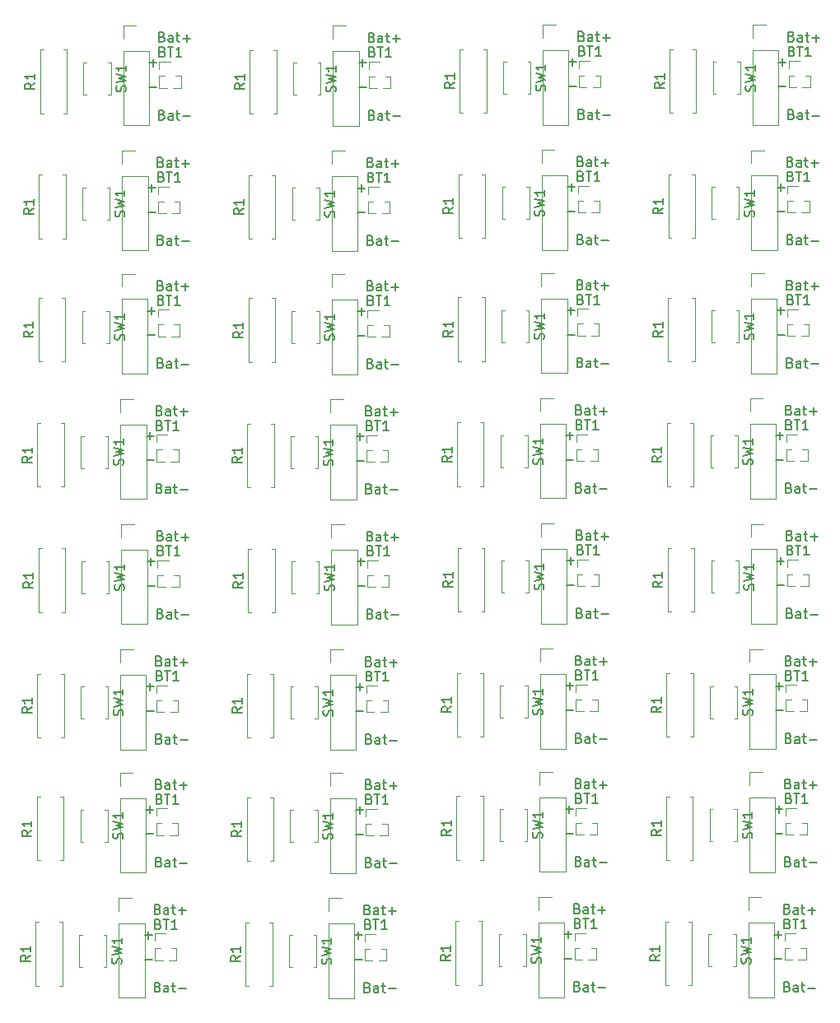
<source format=gbr>
%TF.GenerationSoftware,KiCad,Pcbnew,8.0.4*%
%TF.CreationDate,2024-08-16T15:36:08-07:00*%
%TF.ProjectId,LED2 full perf board,4c454432-2066-4756-9c6c-207065726620,rev?*%
%TF.SameCoordinates,Original*%
%TF.FileFunction,Legend,Top*%
%TF.FilePolarity,Positive*%
%FSLAX46Y46*%
G04 Gerber Fmt 4.6, Leading zero omitted, Abs format (unit mm)*
G04 Created by KiCad (PCBNEW 8.0.4) date 2024-08-16 15:36:08*
%MOMM*%
%LPD*%
G01*
G04 APERTURE LIST*
%ADD10C,0.150000*%
%ADD11C,0.120000*%
G04 APERTURE END LIST*
D10*
X151267200Y-95058332D02*
X151314819Y-94915475D01*
X151314819Y-94915475D02*
X151314819Y-94677380D01*
X151314819Y-94677380D02*
X151267200Y-94582142D01*
X151267200Y-94582142D02*
X151219580Y-94534523D01*
X151219580Y-94534523D02*
X151124342Y-94486904D01*
X151124342Y-94486904D02*
X151029104Y-94486904D01*
X151029104Y-94486904D02*
X150933866Y-94534523D01*
X150933866Y-94534523D02*
X150886247Y-94582142D01*
X150886247Y-94582142D02*
X150838628Y-94677380D01*
X150838628Y-94677380D02*
X150791009Y-94867856D01*
X150791009Y-94867856D02*
X150743390Y-94963094D01*
X150743390Y-94963094D02*
X150695771Y-95010713D01*
X150695771Y-95010713D02*
X150600533Y-95058332D01*
X150600533Y-95058332D02*
X150505295Y-95058332D01*
X150505295Y-95058332D02*
X150410057Y-95010713D01*
X150410057Y-95010713D02*
X150362438Y-94963094D01*
X150362438Y-94963094D02*
X150314819Y-94867856D01*
X150314819Y-94867856D02*
X150314819Y-94629761D01*
X150314819Y-94629761D02*
X150362438Y-94486904D01*
X150314819Y-94153570D02*
X151314819Y-93915475D01*
X151314819Y-93915475D02*
X150600533Y-93724999D01*
X150600533Y-93724999D02*
X151314819Y-93534523D01*
X151314819Y-93534523D02*
X150314819Y-93296428D01*
X151314819Y-92391666D02*
X151314819Y-92963094D01*
X151314819Y-92677380D02*
X150314819Y-92677380D01*
X150314819Y-92677380D02*
X150457676Y-92772618D01*
X150457676Y-92772618D02*
X150552914Y-92867856D01*
X150552914Y-92867856D02*
X150600533Y-92963094D01*
X155030112Y-97451009D02*
X155172969Y-97498628D01*
X155172969Y-97498628D02*
X155220588Y-97546247D01*
X155220588Y-97546247D02*
X155268207Y-97641485D01*
X155268207Y-97641485D02*
X155268207Y-97784342D01*
X155268207Y-97784342D02*
X155220588Y-97879580D01*
X155220588Y-97879580D02*
X155172969Y-97927200D01*
X155172969Y-97927200D02*
X155077731Y-97974819D01*
X155077731Y-97974819D02*
X154696779Y-97974819D01*
X154696779Y-97974819D02*
X154696779Y-96974819D01*
X154696779Y-96974819D02*
X155030112Y-96974819D01*
X155030112Y-96974819D02*
X155125350Y-97022438D01*
X155125350Y-97022438D02*
X155172969Y-97070057D01*
X155172969Y-97070057D02*
X155220588Y-97165295D01*
X155220588Y-97165295D02*
X155220588Y-97260533D01*
X155220588Y-97260533D02*
X155172969Y-97355771D01*
X155172969Y-97355771D02*
X155125350Y-97403390D01*
X155125350Y-97403390D02*
X155030112Y-97451009D01*
X155030112Y-97451009D02*
X154696779Y-97451009D01*
X156125350Y-97974819D02*
X156125350Y-97451009D01*
X156125350Y-97451009D02*
X156077731Y-97355771D01*
X156077731Y-97355771D02*
X155982493Y-97308152D01*
X155982493Y-97308152D02*
X155792017Y-97308152D01*
X155792017Y-97308152D02*
X155696779Y-97355771D01*
X156125350Y-97927200D02*
X156030112Y-97974819D01*
X156030112Y-97974819D02*
X155792017Y-97974819D01*
X155792017Y-97974819D02*
X155696779Y-97927200D01*
X155696779Y-97927200D02*
X155649160Y-97831961D01*
X155649160Y-97831961D02*
X155649160Y-97736723D01*
X155649160Y-97736723D02*
X155696779Y-97641485D01*
X155696779Y-97641485D02*
X155792017Y-97593866D01*
X155792017Y-97593866D02*
X156030112Y-97593866D01*
X156030112Y-97593866D02*
X156125350Y-97546247D01*
X156458684Y-97308152D02*
X156839636Y-97308152D01*
X156601541Y-96974819D02*
X156601541Y-97831961D01*
X156601541Y-97831961D02*
X156649160Y-97927200D01*
X156649160Y-97927200D02*
X156744398Y-97974819D01*
X156744398Y-97974819D02*
X156839636Y-97974819D01*
X157172970Y-97593866D02*
X157934875Y-97593866D01*
X153696779Y-92093866D02*
X154458684Y-92093866D01*
X154077731Y-92474819D02*
X154077731Y-91712914D01*
X155030112Y-89451009D02*
X155172969Y-89498628D01*
X155172969Y-89498628D02*
X155220588Y-89546247D01*
X155220588Y-89546247D02*
X155268207Y-89641485D01*
X155268207Y-89641485D02*
X155268207Y-89784342D01*
X155268207Y-89784342D02*
X155220588Y-89879580D01*
X155220588Y-89879580D02*
X155172969Y-89927200D01*
X155172969Y-89927200D02*
X155077731Y-89974819D01*
X155077731Y-89974819D02*
X154696779Y-89974819D01*
X154696779Y-89974819D02*
X154696779Y-88974819D01*
X154696779Y-88974819D02*
X155030112Y-88974819D01*
X155030112Y-88974819D02*
X155125350Y-89022438D01*
X155125350Y-89022438D02*
X155172969Y-89070057D01*
X155172969Y-89070057D02*
X155220588Y-89165295D01*
X155220588Y-89165295D02*
X155220588Y-89260533D01*
X155220588Y-89260533D02*
X155172969Y-89355771D01*
X155172969Y-89355771D02*
X155125350Y-89403390D01*
X155125350Y-89403390D02*
X155030112Y-89451009D01*
X155030112Y-89451009D02*
X154696779Y-89451009D01*
X156125350Y-89974819D02*
X156125350Y-89451009D01*
X156125350Y-89451009D02*
X156077731Y-89355771D01*
X156077731Y-89355771D02*
X155982493Y-89308152D01*
X155982493Y-89308152D02*
X155792017Y-89308152D01*
X155792017Y-89308152D02*
X155696779Y-89355771D01*
X156125350Y-89927200D02*
X156030112Y-89974819D01*
X156030112Y-89974819D02*
X155792017Y-89974819D01*
X155792017Y-89974819D02*
X155696779Y-89927200D01*
X155696779Y-89927200D02*
X155649160Y-89831961D01*
X155649160Y-89831961D02*
X155649160Y-89736723D01*
X155649160Y-89736723D02*
X155696779Y-89641485D01*
X155696779Y-89641485D02*
X155792017Y-89593866D01*
X155792017Y-89593866D02*
X156030112Y-89593866D01*
X156030112Y-89593866D02*
X156125350Y-89546247D01*
X156458684Y-89308152D02*
X156839636Y-89308152D01*
X156601541Y-88974819D02*
X156601541Y-89831961D01*
X156601541Y-89831961D02*
X156649160Y-89927200D01*
X156649160Y-89927200D02*
X156744398Y-89974819D01*
X156744398Y-89974819D02*
X156839636Y-89974819D01*
X157172970Y-89593866D02*
X157934875Y-89593866D01*
X157553922Y-89974819D02*
X157553922Y-89212914D01*
X153696779Y-94593866D02*
X154458684Y-94593866D01*
X155151432Y-84572329D02*
X155294289Y-84619948D01*
X155294289Y-84619948D02*
X155341908Y-84667567D01*
X155341908Y-84667567D02*
X155389527Y-84762805D01*
X155389527Y-84762805D02*
X155389527Y-84905662D01*
X155389527Y-84905662D02*
X155341908Y-85000900D01*
X155341908Y-85000900D02*
X155294289Y-85048520D01*
X155294289Y-85048520D02*
X155199051Y-85096139D01*
X155199051Y-85096139D02*
X154818099Y-85096139D01*
X154818099Y-85096139D02*
X154818099Y-84096139D01*
X154818099Y-84096139D02*
X155151432Y-84096139D01*
X155151432Y-84096139D02*
X155246670Y-84143758D01*
X155246670Y-84143758D02*
X155294289Y-84191377D01*
X155294289Y-84191377D02*
X155341908Y-84286615D01*
X155341908Y-84286615D02*
X155341908Y-84381853D01*
X155341908Y-84381853D02*
X155294289Y-84477091D01*
X155294289Y-84477091D02*
X155246670Y-84524710D01*
X155246670Y-84524710D02*
X155151432Y-84572329D01*
X155151432Y-84572329D02*
X154818099Y-84572329D01*
X156246670Y-85096139D02*
X156246670Y-84572329D01*
X156246670Y-84572329D02*
X156199051Y-84477091D01*
X156199051Y-84477091D02*
X156103813Y-84429472D01*
X156103813Y-84429472D02*
X155913337Y-84429472D01*
X155913337Y-84429472D02*
X155818099Y-84477091D01*
X156246670Y-85048520D02*
X156151432Y-85096139D01*
X156151432Y-85096139D02*
X155913337Y-85096139D01*
X155913337Y-85096139D02*
X155818099Y-85048520D01*
X155818099Y-85048520D02*
X155770480Y-84953281D01*
X155770480Y-84953281D02*
X155770480Y-84858043D01*
X155770480Y-84858043D02*
X155818099Y-84762805D01*
X155818099Y-84762805D02*
X155913337Y-84715186D01*
X155913337Y-84715186D02*
X156151432Y-84715186D01*
X156151432Y-84715186D02*
X156246670Y-84667567D01*
X156580004Y-84429472D02*
X156960956Y-84429472D01*
X156722861Y-84096139D02*
X156722861Y-84953281D01*
X156722861Y-84953281D02*
X156770480Y-85048520D01*
X156770480Y-85048520D02*
X156865718Y-85096139D01*
X156865718Y-85096139D02*
X156960956Y-85096139D01*
X157294290Y-84715186D02*
X158056195Y-84715186D01*
X153818099Y-79215186D02*
X154580004Y-79215186D01*
X154199051Y-79596139D02*
X154199051Y-78834234D01*
X155151432Y-76572329D02*
X155294289Y-76619948D01*
X155294289Y-76619948D02*
X155341908Y-76667567D01*
X155341908Y-76667567D02*
X155389527Y-76762805D01*
X155389527Y-76762805D02*
X155389527Y-76905662D01*
X155389527Y-76905662D02*
X155341908Y-77000900D01*
X155341908Y-77000900D02*
X155294289Y-77048520D01*
X155294289Y-77048520D02*
X155199051Y-77096139D01*
X155199051Y-77096139D02*
X154818099Y-77096139D01*
X154818099Y-77096139D02*
X154818099Y-76096139D01*
X154818099Y-76096139D02*
X155151432Y-76096139D01*
X155151432Y-76096139D02*
X155246670Y-76143758D01*
X155246670Y-76143758D02*
X155294289Y-76191377D01*
X155294289Y-76191377D02*
X155341908Y-76286615D01*
X155341908Y-76286615D02*
X155341908Y-76381853D01*
X155341908Y-76381853D02*
X155294289Y-76477091D01*
X155294289Y-76477091D02*
X155246670Y-76524710D01*
X155246670Y-76524710D02*
X155151432Y-76572329D01*
X155151432Y-76572329D02*
X154818099Y-76572329D01*
X156246670Y-77096139D02*
X156246670Y-76572329D01*
X156246670Y-76572329D02*
X156199051Y-76477091D01*
X156199051Y-76477091D02*
X156103813Y-76429472D01*
X156103813Y-76429472D02*
X155913337Y-76429472D01*
X155913337Y-76429472D02*
X155818099Y-76477091D01*
X156246670Y-77048520D02*
X156151432Y-77096139D01*
X156151432Y-77096139D02*
X155913337Y-77096139D01*
X155913337Y-77096139D02*
X155818099Y-77048520D01*
X155818099Y-77048520D02*
X155770480Y-76953281D01*
X155770480Y-76953281D02*
X155770480Y-76858043D01*
X155770480Y-76858043D02*
X155818099Y-76762805D01*
X155818099Y-76762805D02*
X155913337Y-76715186D01*
X155913337Y-76715186D02*
X156151432Y-76715186D01*
X156151432Y-76715186D02*
X156246670Y-76667567D01*
X156580004Y-76429472D02*
X156960956Y-76429472D01*
X156722861Y-76096139D02*
X156722861Y-76953281D01*
X156722861Y-76953281D02*
X156770480Y-77048520D01*
X156770480Y-77048520D02*
X156865718Y-77096139D01*
X156865718Y-77096139D02*
X156960956Y-77096139D01*
X157294290Y-76715186D02*
X158056195Y-76715186D01*
X157675242Y-77096139D02*
X157675242Y-76334234D01*
X153818099Y-81715186D02*
X154580004Y-81715186D01*
X151388520Y-82179652D02*
X151436139Y-82036795D01*
X151436139Y-82036795D02*
X151436139Y-81798700D01*
X151436139Y-81798700D02*
X151388520Y-81703462D01*
X151388520Y-81703462D02*
X151340900Y-81655843D01*
X151340900Y-81655843D02*
X151245662Y-81608224D01*
X151245662Y-81608224D02*
X151150424Y-81608224D01*
X151150424Y-81608224D02*
X151055186Y-81655843D01*
X151055186Y-81655843D02*
X151007567Y-81703462D01*
X151007567Y-81703462D02*
X150959948Y-81798700D01*
X150959948Y-81798700D02*
X150912329Y-81989176D01*
X150912329Y-81989176D02*
X150864710Y-82084414D01*
X150864710Y-82084414D02*
X150817091Y-82132033D01*
X150817091Y-82132033D02*
X150721853Y-82179652D01*
X150721853Y-82179652D02*
X150626615Y-82179652D01*
X150626615Y-82179652D02*
X150531377Y-82132033D01*
X150531377Y-82132033D02*
X150483758Y-82084414D01*
X150483758Y-82084414D02*
X150436139Y-81989176D01*
X150436139Y-81989176D02*
X150436139Y-81751081D01*
X150436139Y-81751081D02*
X150483758Y-81608224D01*
X150436139Y-81274890D02*
X151436139Y-81036795D01*
X151436139Y-81036795D02*
X150721853Y-80846319D01*
X150721853Y-80846319D02*
X151436139Y-80655843D01*
X151436139Y-80655843D02*
X150436139Y-80417748D01*
X151436139Y-79512986D02*
X151436139Y-80084414D01*
X151436139Y-79798700D02*
X150436139Y-79798700D01*
X150436139Y-79798700D02*
X150578996Y-79893938D01*
X150578996Y-79893938D02*
X150674234Y-79989176D01*
X150674234Y-79989176D02*
X150721853Y-80084414D01*
X155195605Y-78082329D02*
X155338462Y-78129948D01*
X155338462Y-78129948D02*
X155386081Y-78177567D01*
X155386081Y-78177567D02*
X155433700Y-78272805D01*
X155433700Y-78272805D02*
X155433700Y-78415662D01*
X155433700Y-78415662D02*
X155386081Y-78510900D01*
X155386081Y-78510900D02*
X155338462Y-78558520D01*
X155338462Y-78558520D02*
X155243224Y-78606139D01*
X155243224Y-78606139D02*
X154862272Y-78606139D01*
X154862272Y-78606139D02*
X154862272Y-77606139D01*
X154862272Y-77606139D02*
X155195605Y-77606139D01*
X155195605Y-77606139D02*
X155290843Y-77653758D01*
X155290843Y-77653758D02*
X155338462Y-77701377D01*
X155338462Y-77701377D02*
X155386081Y-77796615D01*
X155386081Y-77796615D02*
X155386081Y-77891853D01*
X155386081Y-77891853D02*
X155338462Y-77987091D01*
X155338462Y-77987091D02*
X155290843Y-78034710D01*
X155290843Y-78034710D02*
X155195605Y-78082329D01*
X155195605Y-78082329D02*
X154862272Y-78082329D01*
X155719415Y-77606139D02*
X156290843Y-77606139D01*
X156005129Y-78606139D02*
X156005129Y-77606139D01*
X157147986Y-78606139D02*
X156576558Y-78606139D01*
X156862272Y-78606139D02*
X156862272Y-77606139D01*
X156862272Y-77606139D02*
X156767034Y-77748996D01*
X156767034Y-77748996D02*
X156671796Y-77844234D01*
X156671796Y-77844234D02*
X156576558Y-77891853D01*
X154856292Y-148764689D02*
X154999149Y-148812308D01*
X154999149Y-148812308D02*
X155046768Y-148859927D01*
X155046768Y-148859927D02*
X155094387Y-148955165D01*
X155094387Y-148955165D02*
X155094387Y-149098022D01*
X155094387Y-149098022D02*
X155046768Y-149193260D01*
X155046768Y-149193260D02*
X154999149Y-149240880D01*
X154999149Y-149240880D02*
X154903911Y-149288499D01*
X154903911Y-149288499D02*
X154522959Y-149288499D01*
X154522959Y-149288499D02*
X154522959Y-148288499D01*
X154522959Y-148288499D02*
X154856292Y-148288499D01*
X154856292Y-148288499D02*
X154951530Y-148336118D01*
X154951530Y-148336118D02*
X154999149Y-148383737D01*
X154999149Y-148383737D02*
X155046768Y-148478975D01*
X155046768Y-148478975D02*
X155046768Y-148574213D01*
X155046768Y-148574213D02*
X154999149Y-148669451D01*
X154999149Y-148669451D02*
X154951530Y-148717070D01*
X154951530Y-148717070D02*
X154856292Y-148764689D01*
X154856292Y-148764689D02*
X154522959Y-148764689D01*
X155951530Y-149288499D02*
X155951530Y-148764689D01*
X155951530Y-148764689D02*
X155903911Y-148669451D01*
X155903911Y-148669451D02*
X155808673Y-148621832D01*
X155808673Y-148621832D02*
X155618197Y-148621832D01*
X155618197Y-148621832D02*
X155522959Y-148669451D01*
X155951530Y-149240880D02*
X155856292Y-149288499D01*
X155856292Y-149288499D02*
X155618197Y-149288499D01*
X155618197Y-149288499D02*
X155522959Y-149240880D01*
X155522959Y-149240880D02*
X155475340Y-149145641D01*
X155475340Y-149145641D02*
X155475340Y-149050403D01*
X155475340Y-149050403D02*
X155522959Y-148955165D01*
X155522959Y-148955165D02*
X155618197Y-148907546D01*
X155618197Y-148907546D02*
X155856292Y-148907546D01*
X155856292Y-148907546D02*
X155951530Y-148859927D01*
X156284864Y-148621832D02*
X156665816Y-148621832D01*
X156427721Y-148288499D02*
X156427721Y-149145641D01*
X156427721Y-149145641D02*
X156475340Y-149240880D01*
X156475340Y-149240880D02*
X156570578Y-149288499D01*
X156570578Y-149288499D02*
X156665816Y-149288499D01*
X156999150Y-148907546D02*
X157761055Y-148907546D01*
X153522959Y-143407546D02*
X154284864Y-143407546D01*
X153903911Y-143788499D02*
X153903911Y-143026594D01*
X154856292Y-140764689D02*
X154999149Y-140812308D01*
X154999149Y-140812308D02*
X155046768Y-140859927D01*
X155046768Y-140859927D02*
X155094387Y-140955165D01*
X155094387Y-140955165D02*
X155094387Y-141098022D01*
X155094387Y-141098022D02*
X155046768Y-141193260D01*
X155046768Y-141193260D02*
X154999149Y-141240880D01*
X154999149Y-141240880D02*
X154903911Y-141288499D01*
X154903911Y-141288499D02*
X154522959Y-141288499D01*
X154522959Y-141288499D02*
X154522959Y-140288499D01*
X154522959Y-140288499D02*
X154856292Y-140288499D01*
X154856292Y-140288499D02*
X154951530Y-140336118D01*
X154951530Y-140336118D02*
X154999149Y-140383737D01*
X154999149Y-140383737D02*
X155046768Y-140478975D01*
X155046768Y-140478975D02*
X155046768Y-140574213D01*
X155046768Y-140574213D02*
X154999149Y-140669451D01*
X154999149Y-140669451D02*
X154951530Y-140717070D01*
X154951530Y-140717070D02*
X154856292Y-140764689D01*
X154856292Y-140764689D02*
X154522959Y-140764689D01*
X155951530Y-141288499D02*
X155951530Y-140764689D01*
X155951530Y-140764689D02*
X155903911Y-140669451D01*
X155903911Y-140669451D02*
X155808673Y-140621832D01*
X155808673Y-140621832D02*
X155618197Y-140621832D01*
X155618197Y-140621832D02*
X155522959Y-140669451D01*
X155951530Y-141240880D02*
X155856292Y-141288499D01*
X155856292Y-141288499D02*
X155618197Y-141288499D01*
X155618197Y-141288499D02*
X155522959Y-141240880D01*
X155522959Y-141240880D02*
X155475340Y-141145641D01*
X155475340Y-141145641D02*
X155475340Y-141050403D01*
X155475340Y-141050403D02*
X155522959Y-140955165D01*
X155522959Y-140955165D02*
X155618197Y-140907546D01*
X155618197Y-140907546D02*
X155856292Y-140907546D01*
X155856292Y-140907546D02*
X155951530Y-140859927D01*
X156284864Y-140621832D02*
X156665816Y-140621832D01*
X156427721Y-140288499D02*
X156427721Y-141145641D01*
X156427721Y-141145641D02*
X156475340Y-141240880D01*
X156475340Y-141240880D02*
X156570578Y-141288499D01*
X156570578Y-141288499D02*
X156665816Y-141288499D01*
X156999150Y-140907546D02*
X157761055Y-140907546D01*
X157380102Y-141288499D02*
X157380102Y-140526594D01*
X153522959Y-145907546D02*
X154284864Y-145907546D01*
X151537200Y-56628332D02*
X151584819Y-56485475D01*
X151584819Y-56485475D02*
X151584819Y-56247380D01*
X151584819Y-56247380D02*
X151537200Y-56152142D01*
X151537200Y-56152142D02*
X151489580Y-56104523D01*
X151489580Y-56104523D02*
X151394342Y-56056904D01*
X151394342Y-56056904D02*
X151299104Y-56056904D01*
X151299104Y-56056904D02*
X151203866Y-56104523D01*
X151203866Y-56104523D02*
X151156247Y-56152142D01*
X151156247Y-56152142D02*
X151108628Y-56247380D01*
X151108628Y-56247380D02*
X151061009Y-56437856D01*
X151061009Y-56437856D02*
X151013390Y-56533094D01*
X151013390Y-56533094D02*
X150965771Y-56580713D01*
X150965771Y-56580713D02*
X150870533Y-56628332D01*
X150870533Y-56628332D02*
X150775295Y-56628332D01*
X150775295Y-56628332D02*
X150680057Y-56580713D01*
X150680057Y-56580713D02*
X150632438Y-56533094D01*
X150632438Y-56533094D02*
X150584819Y-56437856D01*
X150584819Y-56437856D02*
X150584819Y-56199761D01*
X150584819Y-56199761D02*
X150632438Y-56056904D01*
X150584819Y-55723570D02*
X151584819Y-55485475D01*
X151584819Y-55485475D02*
X150870533Y-55294999D01*
X150870533Y-55294999D02*
X151584819Y-55104523D01*
X151584819Y-55104523D02*
X150584819Y-54866428D01*
X151584819Y-53961666D02*
X151584819Y-54533094D01*
X151584819Y-54247380D02*
X150584819Y-54247380D01*
X150584819Y-54247380D02*
X150727676Y-54342618D01*
X150727676Y-54342618D02*
X150822914Y-54437856D01*
X150822914Y-54437856D02*
X150870533Y-54533094D01*
X142093499Y-68650346D02*
X141617308Y-68983679D01*
X142093499Y-69221774D02*
X141093499Y-69221774D01*
X141093499Y-69221774D02*
X141093499Y-68840822D01*
X141093499Y-68840822D02*
X141141118Y-68745584D01*
X141141118Y-68745584D02*
X141188737Y-68697965D01*
X141188737Y-68697965D02*
X141283975Y-68650346D01*
X141283975Y-68650346D02*
X141426832Y-68650346D01*
X141426832Y-68650346D02*
X141522070Y-68697965D01*
X141522070Y-68697965D02*
X141569689Y-68745584D01*
X141569689Y-68745584D02*
X141617308Y-68840822D01*
X141617308Y-68840822D02*
X141617308Y-69221774D01*
X142093499Y-67697965D02*
X142093499Y-68269393D01*
X142093499Y-67983679D02*
X141093499Y-67983679D01*
X141093499Y-67983679D02*
X141236356Y-68078917D01*
X141236356Y-68078917D02*
X141331594Y-68174155D01*
X141331594Y-68174155D02*
X141379213Y-68269393D01*
X141944819Y-94201666D02*
X141468628Y-94534999D01*
X141944819Y-94773094D02*
X140944819Y-94773094D01*
X140944819Y-94773094D02*
X140944819Y-94392142D01*
X140944819Y-94392142D02*
X140992438Y-94296904D01*
X140992438Y-94296904D02*
X141040057Y-94249285D01*
X141040057Y-94249285D02*
X141135295Y-94201666D01*
X141135295Y-94201666D02*
X141278152Y-94201666D01*
X141278152Y-94201666D02*
X141373390Y-94249285D01*
X141373390Y-94249285D02*
X141421009Y-94296904D01*
X141421009Y-94296904D02*
X141468628Y-94392142D01*
X141468628Y-94392142D02*
X141468628Y-94773094D01*
X141944819Y-93249285D02*
X141944819Y-93820713D01*
X141944819Y-93534999D02*
X140944819Y-93534999D01*
X140944819Y-93534999D02*
X141087676Y-93630237D01*
X141087676Y-93630237D02*
X141182914Y-93725475D01*
X141182914Y-93725475D02*
X141230533Y-93820713D01*
X155300112Y-59021009D02*
X155442969Y-59068628D01*
X155442969Y-59068628D02*
X155490588Y-59116247D01*
X155490588Y-59116247D02*
X155538207Y-59211485D01*
X155538207Y-59211485D02*
X155538207Y-59354342D01*
X155538207Y-59354342D02*
X155490588Y-59449580D01*
X155490588Y-59449580D02*
X155442969Y-59497200D01*
X155442969Y-59497200D02*
X155347731Y-59544819D01*
X155347731Y-59544819D02*
X154966779Y-59544819D01*
X154966779Y-59544819D02*
X154966779Y-58544819D01*
X154966779Y-58544819D02*
X155300112Y-58544819D01*
X155300112Y-58544819D02*
X155395350Y-58592438D01*
X155395350Y-58592438D02*
X155442969Y-58640057D01*
X155442969Y-58640057D02*
X155490588Y-58735295D01*
X155490588Y-58735295D02*
X155490588Y-58830533D01*
X155490588Y-58830533D02*
X155442969Y-58925771D01*
X155442969Y-58925771D02*
X155395350Y-58973390D01*
X155395350Y-58973390D02*
X155300112Y-59021009D01*
X155300112Y-59021009D02*
X154966779Y-59021009D01*
X156395350Y-59544819D02*
X156395350Y-59021009D01*
X156395350Y-59021009D02*
X156347731Y-58925771D01*
X156347731Y-58925771D02*
X156252493Y-58878152D01*
X156252493Y-58878152D02*
X156062017Y-58878152D01*
X156062017Y-58878152D02*
X155966779Y-58925771D01*
X156395350Y-59497200D02*
X156300112Y-59544819D01*
X156300112Y-59544819D02*
X156062017Y-59544819D01*
X156062017Y-59544819D02*
X155966779Y-59497200D01*
X155966779Y-59497200D02*
X155919160Y-59401961D01*
X155919160Y-59401961D02*
X155919160Y-59306723D01*
X155919160Y-59306723D02*
X155966779Y-59211485D01*
X155966779Y-59211485D02*
X156062017Y-59163866D01*
X156062017Y-59163866D02*
X156300112Y-59163866D01*
X156300112Y-59163866D02*
X156395350Y-59116247D01*
X156728684Y-58878152D02*
X157109636Y-58878152D01*
X156871541Y-58544819D02*
X156871541Y-59401961D01*
X156871541Y-59401961D02*
X156919160Y-59497200D01*
X156919160Y-59497200D02*
X157014398Y-59544819D01*
X157014398Y-59544819D02*
X157109636Y-59544819D01*
X157442970Y-59163866D02*
X158204875Y-59163866D01*
X153966779Y-53663866D02*
X154728684Y-53663866D01*
X154347731Y-54044819D02*
X154347731Y-53282914D01*
X155300112Y-51021009D02*
X155442969Y-51068628D01*
X155442969Y-51068628D02*
X155490588Y-51116247D01*
X155490588Y-51116247D02*
X155538207Y-51211485D01*
X155538207Y-51211485D02*
X155538207Y-51354342D01*
X155538207Y-51354342D02*
X155490588Y-51449580D01*
X155490588Y-51449580D02*
X155442969Y-51497200D01*
X155442969Y-51497200D02*
X155347731Y-51544819D01*
X155347731Y-51544819D02*
X154966779Y-51544819D01*
X154966779Y-51544819D02*
X154966779Y-50544819D01*
X154966779Y-50544819D02*
X155300112Y-50544819D01*
X155300112Y-50544819D02*
X155395350Y-50592438D01*
X155395350Y-50592438D02*
X155442969Y-50640057D01*
X155442969Y-50640057D02*
X155490588Y-50735295D01*
X155490588Y-50735295D02*
X155490588Y-50830533D01*
X155490588Y-50830533D02*
X155442969Y-50925771D01*
X155442969Y-50925771D02*
X155395350Y-50973390D01*
X155395350Y-50973390D02*
X155300112Y-51021009D01*
X155300112Y-51021009D02*
X154966779Y-51021009D01*
X156395350Y-51544819D02*
X156395350Y-51021009D01*
X156395350Y-51021009D02*
X156347731Y-50925771D01*
X156347731Y-50925771D02*
X156252493Y-50878152D01*
X156252493Y-50878152D02*
X156062017Y-50878152D01*
X156062017Y-50878152D02*
X155966779Y-50925771D01*
X156395350Y-51497200D02*
X156300112Y-51544819D01*
X156300112Y-51544819D02*
X156062017Y-51544819D01*
X156062017Y-51544819D02*
X155966779Y-51497200D01*
X155966779Y-51497200D02*
X155919160Y-51401961D01*
X155919160Y-51401961D02*
X155919160Y-51306723D01*
X155919160Y-51306723D02*
X155966779Y-51211485D01*
X155966779Y-51211485D02*
X156062017Y-51163866D01*
X156062017Y-51163866D02*
X156300112Y-51163866D01*
X156300112Y-51163866D02*
X156395350Y-51116247D01*
X156728684Y-50878152D02*
X157109636Y-50878152D01*
X156871541Y-50544819D02*
X156871541Y-51401961D01*
X156871541Y-51401961D02*
X156919160Y-51497200D01*
X156919160Y-51497200D02*
X157014398Y-51544819D01*
X157014398Y-51544819D02*
X157109636Y-51544819D01*
X157442970Y-51163866D02*
X158204875Y-51163866D01*
X157823922Y-51544819D02*
X157823922Y-50782914D01*
X153966779Y-56163866D02*
X154728684Y-56163866D01*
X142214819Y-55771666D02*
X141738628Y-56104999D01*
X142214819Y-56343094D02*
X141214819Y-56343094D01*
X141214819Y-56343094D02*
X141214819Y-55962142D01*
X141214819Y-55962142D02*
X141262438Y-55866904D01*
X141262438Y-55866904D02*
X141310057Y-55819285D01*
X141310057Y-55819285D02*
X141405295Y-55771666D01*
X141405295Y-55771666D02*
X141548152Y-55771666D01*
X141548152Y-55771666D02*
X141643390Y-55819285D01*
X141643390Y-55819285D02*
X141691009Y-55866904D01*
X141691009Y-55866904D02*
X141738628Y-55962142D01*
X141738628Y-55962142D02*
X141738628Y-56343094D01*
X142214819Y-54819285D02*
X142214819Y-55390713D01*
X142214819Y-55104999D02*
X141214819Y-55104999D01*
X141214819Y-55104999D02*
X141357676Y-55200237D01*
X141357676Y-55200237D02*
X141452914Y-55295475D01*
X141452914Y-55295475D02*
X141500533Y-55390713D01*
X155344285Y-52531009D02*
X155487142Y-52578628D01*
X155487142Y-52578628D02*
X155534761Y-52626247D01*
X155534761Y-52626247D02*
X155582380Y-52721485D01*
X155582380Y-52721485D02*
X155582380Y-52864342D01*
X155582380Y-52864342D02*
X155534761Y-52959580D01*
X155534761Y-52959580D02*
X155487142Y-53007200D01*
X155487142Y-53007200D02*
X155391904Y-53054819D01*
X155391904Y-53054819D02*
X155010952Y-53054819D01*
X155010952Y-53054819D02*
X155010952Y-52054819D01*
X155010952Y-52054819D02*
X155344285Y-52054819D01*
X155344285Y-52054819D02*
X155439523Y-52102438D01*
X155439523Y-52102438D02*
X155487142Y-52150057D01*
X155487142Y-52150057D02*
X155534761Y-52245295D01*
X155534761Y-52245295D02*
X155534761Y-52340533D01*
X155534761Y-52340533D02*
X155487142Y-52435771D01*
X155487142Y-52435771D02*
X155439523Y-52483390D01*
X155439523Y-52483390D02*
X155344285Y-52531009D01*
X155344285Y-52531009D02*
X155010952Y-52531009D01*
X155868095Y-52054819D02*
X156439523Y-52054819D01*
X156153809Y-53054819D02*
X156153809Y-52054819D01*
X157296666Y-53054819D02*
X156725238Y-53054819D01*
X157010952Y-53054819D02*
X157010952Y-52054819D01*
X157010952Y-52054819D02*
X156915714Y-52197676D01*
X156915714Y-52197676D02*
X156820476Y-52292914D01*
X156820476Y-52292914D02*
X156725238Y-52340533D01*
X155222965Y-65409689D02*
X155365822Y-65457308D01*
X155365822Y-65457308D02*
X155413441Y-65504927D01*
X155413441Y-65504927D02*
X155461060Y-65600165D01*
X155461060Y-65600165D02*
X155461060Y-65743022D01*
X155461060Y-65743022D02*
X155413441Y-65838260D01*
X155413441Y-65838260D02*
X155365822Y-65885880D01*
X155365822Y-65885880D02*
X155270584Y-65933499D01*
X155270584Y-65933499D02*
X154889632Y-65933499D01*
X154889632Y-65933499D02*
X154889632Y-64933499D01*
X154889632Y-64933499D02*
X155222965Y-64933499D01*
X155222965Y-64933499D02*
X155318203Y-64981118D01*
X155318203Y-64981118D02*
X155365822Y-65028737D01*
X155365822Y-65028737D02*
X155413441Y-65123975D01*
X155413441Y-65123975D02*
X155413441Y-65219213D01*
X155413441Y-65219213D02*
X155365822Y-65314451D01*
X155365822Y-65314451D02*
X155318203Y-65362070D01*
X155318203Y-65362070D02*
X155222965Y-65409689D01*
X155222965Y-65409689D02*
X154889632Y-65409689D01*
X155746775Y-64933499D02*
X156318203Y-64933499D01*
X156032489Y-65933499D02*
X156032489Y-64933499D01*
X157175346Y-65933499D02*
X156603918Y-65933499D01*
X156889632Y-65933499D02*
X156889632Y-64933499D01*
X156889632Y-64933499D02*
X156794394Y-65076356D01*
X156794394Y-65076356D02*
X156699156Y-65171594D01*
X156699156Y-65171594D02*
X156603918Y-65219213D01*
X151093380Y-146372012D02*
X151140999Y-146229155D01*
X151140999Y-146229155D02*
X151140999Y-145991060D01*
X151140999Y-145991060D02*
X151093380Y-145895822D01*
X151093380Y-145895822D02*
X151045760Y-145848203D01*
X151045760Y-145848203D02*
X150950522Y-145800584D01*
X150950522Y-145800584D02*
X150855284Y-145800584D01*
X150855284Y-145800584D02*
X150760046Y-145848203D01*
X150760046Y-145848203D02*
X150712427Y-145895822D01*
X150712427Y-145895822D02*
X150664808Y-145991060D01*
X150664808Y-145991060D02*
X150617189Y-146181536D01*
X150617189Y-146181536D02*
X150569570Y-146276774D01*
X150569570Y-146276774D02*
X150521951Y-146324393D01*
X150521951Y-146324393D02*
X150426713Y-146372012D01*
X150426713Y-146372012D02*
X150331475Y-146372012D01*
X150331475Y-146372012D02*
X150236237Y-146324393D01*
X150236237Y-146324393D02*
X150188618Y-146276774D01*
X150188618Y-146276774D02*
X150140999Y-146181536D01*
X150140999Y-146181536D02*
X150140999Y-145943441D01*
X150140999Y-145943441D02*
X150188618Y-145800584D01*
X150140999Y-145467250D02*
X151140999Y-145229155D01*
X151140999Y-145229155D02*
X150426713Y-145038679D01*
X150426713Y-145038679D02*
X151140999Y-144848203D01*
X151140999Y-144848203D02*
X150140999Y-144610108D01*
X151140999Y-143705346D02*
X151140999Y-144276774D01*
X151140999Y-143991060D02*
X150140999Y-143991060D01*
X150140999Y-143991060D02*
X150283856Y-144086298D01*
X150283856Y-144086298D02*
X150379094Y-144181536D01*
X150379094Y-144181536D02*
X150426713Y-144276774D01*
X151415880Y-69507012D02*
X151463499Y-69364155D01*
X151463499Y-69364155D02*
X151463499Y-69126060D01*
X151463499Y-69126060D02*
X151415880Y-69030822D01*
X151415880Y-69030822D02*
X151368260Y-68983203D01*
X151368260Y-68983203D02*
X151273022Y-68935584D01*
X151273022Y-68935584D02*
X151177784Y-68935584D01*
X151177784Y-68935584D02*
X151082546Y-68983203D01*
X151082546Y-68983203D02*
X151034927Y-69030822D01*
X151034927Y-69030822D02*
X150987308Y-69126060D01*
X150987308Y-69126060D02*
X150939689Y-69316536D01*
X150939689Y-69316536D02*
X150892070Y-69411774D01*
X150892070Y-69411774D02*
X150844451Y-69459393D01*
X150844451Y-69459393D02*
X150749213Y-69507012D01*
X150749213Y-69507012D02*
X150653975Y-69507012D01*
X150653975Y-69507012D02*
X150558737Y-69459393D01*
X150558737Y-69459393D02*
X150511118Y-69411774D01*
X150511118Y-69411774D02*
X150463499Y-69316536D01*
X150463499Y-69316536D02*
X150463499Y-69078441D01*
X150463499Y-69078441D02*
X150511118Y-68935584D01*
X150463499Y-68602250D02*
X151463499Y-68364155D01*
X151463499Y-68364155D02*
X150749213Y-68173679D01*
X150749213Y-68173679D02*
X151463499Y-67983203D01*
X151463499Y-67983203D02*
X150463499Y-67745108D01*
X151463499Y-66840346D02*
X151463499Y-67411774D01*
X151463499Y-67126060D02*
X150463499Y-67126060D01*
X150463499Y-67126060D02*
X150606356Y-67221298D01*
X150606356Y-67221298D02*
X150701594Y-67316536D01*
X150701594Y-67316536D02*
X150749213Y-67411774D01*
X155178792Y-71899689D02*
X155321649Y-71947308D01*
X155321649Y-71947308D02*
X155369268Y-71994927D01*
X155369268Y-71994927D02*
X155416887Y-72090165D01*
X155416887Y-72090165D02*
X155416887Y-72233022D01*
X155416887Y-72233022D02*
X155369268Y-72328260D01*
X155369268Y-72328260D02*
X155321649Y-72375880D01*
X155321649Y-72375880D02*
X155226411Y-72423499D01*
X155226411Y-72423499D02*
X154845459Y-72423499D01*
X154845459Y-72423499D02*
X154845459Y-71423499D01*
X154845459Y-71423499D02*
X155178792Y-71423499D01*
X155178792Y-71423499D02*
X155274030Y-71471118D01*
X155274030Y-71471118D02*
X155321649Y-71518737D01*
X155321649Y-71518737D02*
X155369268Y-71613975D01*
X155369268Y-71613975D02*
X155369268Y-71709213D01*
X155369268Y-71709213D02*
X155321649Y-71804451D01*
X155321649Y-71804451D02*
X155274030Y-71852070D01*
X155274030Y-71852070D02*
X155178792Y-71899689D01*
X155178792Y-71899689D02*
X154845459Y-71899689D01*
X156274030Y-72423499D02*
X156274030Y-71899689D01*
X156274030Y-71899689D02*
X156226411Y-71804451D01*
X156226411Y-71804451D02*
X156131173Y-71756832D01*
X156131173Y-71756832D02*
X155940697Y-71756832D01*
X155940697Y-71756832D02*
X155845459Y-71804451D01*
X156274030Y-72375880D02*
X156178792Y-72423499D01*
X156178792Y-72423499D02*
X155940697Y-72423499D01*
X155940697Y-72423499D02*
X155845459Y-72375880D01*
X155845459Y-72375880D02*
X155797840Y-72280641D01*
X155797840Y-72280641D02*
X155797840Y-72185403D01*
X155797840Y-72185403D02*
X155845459Y-72090165D01*
X155845459Y-72090165D02*
X155940697Y-72042546D01*
X155940697Y-72042546D02*
X156178792Y-72042546D01*
X156178792Y-72042546D02*
X156274030Y-71994927D01*
X156607364Y-71756832D02*
X156988316Y-71756832D01*
X156750221Y-71423499D02*
X156750221Y-72280641D01*
X156750221Y-72280641D02*
X156797840Y-72375880D01*
X156797840Y-72375880D02*
X156893078Y-72423499D01*
X156893078Y-72423499D02*
X156988316Y-72423499D01*
X157321650Y-72042546D02*
X158083555Y-72042546D01*
X153845459Y-66542546D02*
X154607364Y-66542546D01*
X154226411Y-66923499D02*
X154226411Y-66161594D01*
X155178792Y-63899689D02*
X155321649Y-63947308D01*
X155321649Y-63947308D02*
X155369268Y-63994927D01*
X155369268Y-63994927D02*
X155416887Y-64090165D01*
X155416887Y-64090165D02*
X155416887Y-64233022D01*
X155416887Y-64233022D02*
X155369268Y-64328260D01*
X155369268Y-64328260D02*
X155321649Y-64375880D01*
X155321649Y-64375880D02*
X155226411Y-64423499D01*
X155226411Y-64423499D02*
X154845459Y-64423499D01*
X154845459Y-64423499D02*
X154845459Y-63423499D01*
X154845459Y-63423499D02*
X155178792Y-63423499D01*
X155178792Y-63423499D02*
X155274030Y-63471118D01*
X155274030Y-63471118D02*
X155321649Y-63518737D01*
X155321649Y-63518737D02*
X155369268Y-63613975D01*
X155369268Y-63613975D02*
X155369268Y-63709213D01*
X155369268Y-63709213D02*
X155321649Y-63804451D01*
X155321649Y-63804451D02*
X155274030Y-63852070D01*
X155274030Y-63852070D02*
X155178792Y-63899689D01*
X155178792Y-63899689D02*
X154845459Y-63899689D01*
X156274030Y-64423499D02*
X156274030Y-63899689D01*
X156274030Y-63899689D02*
X156226411Y-63804451D01*
X156226411Y-63804451D02*
X156131173Y-63756832D01*
X156131173Y-63756832D02*
X155940697Y-63756832D01*
X155940697Y-63756832D02*
X155845459Y-63804451D01*
X156274030Y-64375880D02*
X156178792Y-64423499D01*
X156178792Y-64423499D02*
X155940697Y-64423499D01*
X155940697Y-64423499D02*
X155845459Y-64375880D01*
X155845459Y-64375880D02*
X155797840Y-64280641D01*
X155797840Y-64280641D02*
X155797840Y-64185403D01*
X155797840Y-64185403D02*
X155845459Y-64090165D01*
X155845459Y-64090165D02*
X155940697Y-64042546D01*
X155940697Y-64042546D02*
X156178792Y-64042546D01*
X156178792Y-64042546D02*
X156274030Y-63994927D01*
X156607364Y-63756832D02*
X156988316Y-63756832D01*
X156750221Y-63423499D02*
X156750221Y-64280641D01*
X156750221Y-64280641D02*
X156797840Y-64375880D01*
X156797840Y-64375880D02*
X156893078Y-64423499D01*
X156893078Y-64423499D02*
X156988316Y-64423499D01*
X157321650Y-64042546D02*
X158083555Y-64042546D01*
X157702602Y-64423499D02*
X157702602Y-63661594D01*
X153845459Y-69042546D02*
X154607364Y-69042546D01*
X142066139Y-81322986D02*
X141589948Y-81656319D01*
X142066139Y-81894414D02*
X141066139Y-81894414D01*
X141066139Y-81894414D02*
X141066139Y-81513462D01*
X141066139Y-81513462D02*
X141113758Y-81418224D01*
X141113758Y-81418224D02*
X141161377Y-81370605D01*
X141161377Y-81370605D02*
X141256615Y-81322986D01*
X141256615Y-81322986D02*
X141399472Y-81322986D01*
X141399472Y-81322986D02*
X141494710Y-81370605D01*
X141494710Y-81370605D02*
X141542329Y-81418224D01*
X141542329Y-81418224D02*
X141589948Y-81513462D01*
X141589948Y-81513462D02*
X141589948Y-81894414D01*
X142066139Y-80370605D02*
X142066139Y-80942033D01*
X142066139Y-80656319D02*
X141066139Y-80656319D01*
X141066139Y-80656319D02*
X141208996Y-80751557D01*
X141208996Y-80751557D02*
X141304234Y-80846795D01*
X141304234Y-80846795D02*
X141351853Y-80942033D01*
X155074285Y-90961009D02*
X155217142Y-91008628D01*
X155217142Y-91008628D02*
X155264761Y-91056247D01*
X155264761Y-91056247D02*
X155312380Y-91151485D01*
X155312380Y-91151485D02*
X155312380Y-91294342D01*
X155312380Y-91294342D02*
X155264761Y-91389580D01*
X155264761Y-91389580D02*
X155217142Y-91437200D01*
X155217142Y-91437200D02*
X155121904Y-91484819D01*
X155121904Y-91484819D02*
X154740952Y-91484819D01*
X154740952Y-91484819D02*
X154740952Y-90484819D01*
X154740952Y-90484819D02*
X155074285Y-90484819D01*
X155074285Y-90484819D02*
X155169523Y-90532438D01*
X155169523Y-90532438D02*
X155217142Y-90580057D01*
X155217142Y-90580057D02*
X155264761Y-90675295D01*
X155264761Y-90675295D02*
X155264761Y-90770533D01*
X155264761Y-90770533D02*
X155217142Y-90865771D01*
X155217142Y-90865771D02*
X155169523Y-90913390D01*
X155169523Y-90913390D02*
X155074285Y-90961009D01*
X155074285Y-90961009D02*
X154740952Y-90961009D01*
X155598095Y-90484819D02*
X156169523Y-90484819D01*
X155883809Y-91484819D02*
X155883809Y-90484819D01*
X157026666Y-91484819D02*
X156455238Y-91484819D01*
X156740952Y-91484819D02*
X156740952Y-90484819D01*
X156740952Y-90484819D02*
X156645714Y-90627676D01*
X156645714Y-90627676D02*
X156550476Y-90722914D01*
X156550476Y-90722914D02*
X156455238Y-90770533D01*
X155021785Y-129396009D02*
X155164642Y-129443628D01*
X155164642Y-129443628D02*
X155212261Y-129491247D01*
X155212261Y-129491247D02*
X155259880Y-129586485D01*
X155259880Y-129586485D02*
X155259880Y-129729342D01*
X155259880Y-129729342D02*
X155212261Y-129824580D01*
X155212261Y-129824580D02*
X155164642Y-129872200D01*
X155164642Y-129872200D02*
X155069404Y-129919819D01*
X155069404Y-129919819D02*
X154688452Y-129919819D01*
X154688452Y-129919819D02*
X154688452Y-128919819D01*
X154688452Y-128919819D02*
X155021785Y-128919819D01*
X155021785Y-128919819D02*
X155117023Y-128967438D01*
X155117023Y-128967438D02*
X155164642Y-129015057D01*
X155164642Y-129015057D02*
X155212261Y-129110295D01*
X155212261Y-129110295D02*
X155212261Y-129205533D01*
X155212261Y-129205533D02*
X155164642Y-129300771D01*
X155164642Y-129300771D02*
X155117023Y-129348390D01*
X155117023Y-129348390D02*
X155021785Y-129396009D01*
X155021785Y-129396009D02*
X154688452Y-129396009D01*
X155545595Y-128919819D02*
X156117023Y-128919819D01*
X155831309Y-129919819D02*
X155831309Y-128919819D01*
X156974166Y-129919819D02*
X156402738Y-129919819D01*
X156688452Y-129919819D02*
X156688452Y-128919819D01*
X156688452Y-128919819D02*
X156593214Y-129062676D01*
X156593214Y-129062676D02*
X156497976Y-129157914D01*
X156497976Y-129157914D02*
X156402738Y-129205533D01*
X155170465Y-103844689D02*
X155313322Y-103892308D01*
X155313322Y-103892308D02*
X155360941Y-103939927D01*
X155360941Y-103939927D02*
X155408560Y-104035165D01*
X155408560Y-104035165D02*
X155408560Y-104178022D01*
X155408560Y-104178022D02*
X155360941Y-104273260D01*
X155360941Y-104273260D02*
X155313322Y-104320880D01*
X155313322Y-104320880D02*
X155218084Y-104368499D01*
X155218084Y-104368499D02*
X154837132Y-104368499D01*
X154837132Y-104368499D02*
X154837132Y-103368499D01*
X154837132Y-103368499D02*
X155170465Y-103368499D01*
X155170465Y-103368499D02*
X155265703Y-103416118D01*
X155265703Y-103416118D02*
X155313322Y-103463737D01*
X155313322Y-103463737D02*
X155360941Y-103558975D01*
X155360941Y-103558975D02*
X155360941Y-103654213D01*
X155360941Y-103654213D02*
X155313322Y-103749451D01*
X155313322Y-103749451D02*
X155265703Y-103797070D01*
X155265703Y-103797070D02*
X155170465Y-103844689D01*
X155170465Y-103844689D02*
X154837132Y-103844689D01*
X155694275Y-103368499D02*
X156265703Y-103368499D01*
X155979989Y-104368499D02*
X155979989Y-103368499D01*
X157122846Y-104368499D02*
X156551418Y-104368499D01*
X156837132Y-104368499D02*
X156837132Y-103368499D01*
X156837132Y-103368499D02*
X156741894Y-103511356D01*
X156741894Y-103511356D02*
X156646656Y-103606594D01*
X156646656Y-103606594D02*
X156551418Y-103654213D01*
X141770999Y-145515346D02*
X141294808Y-145848679D01*
X141770999Y-146086774D02*
X140770999Y-146086774D01*
X140770999Y-146086774D02*
X140770999Y-145705822D01*
X140770999Y-145705822D02*
X140818618Y-145610584D01*
X140818618Y-145610584D02*
X140866237Y-145562965D01*
X140866237Y-145562965D02*
X140961475Y-145515346D01*
X140961475Y-145515346D02*
X141104332Y-145515346D01*
X141104332Y-145515346D02*
X141199570Y-145562965D01*
X141199570Y-145562965D02*
X141247189Y-145610584D01*
X141247189Y-145610584D02*
X141294808Y-145705822D01*
X141294808Y-145705822D02*
X141294808Y-146086774D01*
X141770999Y-144562965D02*
X141770999Y-145134393D01*
X141770999Y-144848679D02*
X140770999Y-144848679D01*
X140770999Y-144848679D02*
X140913856Y-144943917D01*
X140913856Y-144943917D02*
X141009094Y-145039155D01*
X141009094Y-145039155D02*
X141056713Y-145134393D01*
X151214700Y-133493332D02*
X151262319Y-133350475D01*
X151262319Y-133350475D02*
X151262319Y-133112380D01*
X151262319Y-133112380D02*
X151214700Y-133017142D01*
X151214700Y-133017142D02*
X151167080Y-132969523D01*
X151167080Y-132969523D02*
X151071842Y-132921904D01*
X151071842Y-132921904D02*
X150976604Y-132921904D01*
X150976604Y-132921904D02*
X150881366Y-132969523D01*
X150881366Y-132969523D02*
X150833747Y-133017142D01*
X150833747Y-133017142D02*
X150786128Y-133112380D01*
X150786128Y-133112380D02*
X150738509Y-133302856D01*
X150738509Y-133302856D02*
X150690890Y-133398094D01*
X150690890Y-133398094D02*
X150643271Y-133445713D01*
X150643271Y-133445713D02*
X150548033Y-133493332D01*
X150548033Y-133493332D02*
X150452795Y-133493332D01*
X150452795Y-133493332D02*
X150357557Y-133445713D01*
X150357557Y-133445713D02*
X150309938Y-133398094D01*
X150309938Y-133398094D02*
X150262319Y-133302856D01*
X150262319Y-133302856D02*
X150262319Y-133064761D01*
X150262319Y-133064761D02*
X150309938Y-132921904D01*
X150262319Y-132588570D02*
X151262319Y-132350475D01*
X151262319Y-132350475D02*
X150548033Y-132159999D01*
X150548033Y-132159999D02*
X151262319Y-131969523D01*
X151262319Y-131969523D02*
X150262319Y-131731428D01*
X151262319Y-130826666D02*
X151262319Y-131398094D01*
X151262319Y-131112380D02*
X150262319Y-131112380D01*
X150262319Y-131112380D02*
X150405176Y-131207618D01*
X150405176Y-131207618D02*
X150500414Y-131302856D01*
X150500414Y-131302856D02*
X150548033Y-131398094D01*
X141892319Y-132636666D02*
X141416128Y-132969999D01*
X141892319Y-133208094D02*
X140892319Y-133208094D01*
X140892319Y-133208094D02*
X140892319Y-132827142D01*
X140892319Y-132827142D02*
X140939938Y-132731904D01*
X140939938Y-132731904D02*
X140987557Y-132684285D01*
X140987557Y-132684285D02*
X141082795Y-132636666D01*
X141082795Y-132636666D02*
X141225652Y-132636666D01*
X141225652Y-132636666D02*
X141320890Y-132684285D01*
X141320890Y-132684285D02*
X141368509Y-132731904D01*
X141368509Y-132731904D02*
X141416128Y-132827142D01*
X141416128Y-132827142D02*
X141416128Y-133208094D01*
X141892319Y-131684285D02*
X141892319Y-132255713D01*
X141892319Y-131969999D02*
X140892319Y-131969999D01*
X140892319Y-131969999D02*
X141035176Y-132065237D01*
X141035176Y-132065237D02*
X141130414Y-132160475D01*
X141130414Y-132160475D02*
X141178033Y-132255713D01*
X155004972Y-123213369D02*
X155147829Y-123260988D01*
X155147829Y-123260988D02*
X155195448Y-123308607D01*
X155195448Y-123308607D02*
X155243067Y-123403845D01*
X155243067Y-123403845D02*
X155243067Y-123546702D01*
X155243067Y-123546702D02*
X155195448Y-123641940D01*
X155195448Y-123641940D02*
X155147829Y-123689560D01*
X155147829Y-123689560D02*
X155052591Y-123737179D01*
X155052591Y-123737179D02*
X154671639Y-123737179D01*
X154671639Y-123737179D02*
X154671639Y-122737179D01*
X154671639Y-122737179D02*
X155004972Y-122737179D01*
X155004972Y-122737179D02*
X155100210Y-122784798D01*
X155100210Y-122784798D02*
X155147829Y-122832417D01*
X155147829Y-122832417D02*
X155195448Y-122927655D01*
X155195448Y-122927655D02*
X155195448Y-123022893D01*
X155195448Y-123022893D02*
X155147829Y-123118131D01*
X155147829Y-123118131D02*
X155100210Y-123165750D01*
X155100210Y-123165750D02*
X155004972Y-123213369D01*
X155004972Y-123213369D02*
X154671639Y-123213369D01*
X156100210Y-123737179D02*
X156100210Y-123213369D01*
X156100210Y-123213369D02*
X156052591Y-123118131D01*
X156052591Y-123118131D02*
X155957353Y-123070512D01*
X155957353Y-123070512D02*
X155766877Y-123070512D01*
X155766877Y-123070512D02*
X155671639Y-123118131D01*
X156100210Y-123689560D02*
X156004972Y-123737179D01*
X156004972Y-123737179D02*
X155766877Y-123737179D01*
X155766877Y-123737179D02*
X155671639Y-123689560D01*
X155671639Y-123689560D02*
X155624020Y-123594321D01*
X155624020Y-123594321D02*
X155624020Y-123499083D01*
X155624020Y-123499083D02*
X155671639Y-123403845D01*
X155671639Y-123403845D02*
X155766877Y-123356226D01*
X155766877Y-123356226D02*
X156004972Y-123356226D01*
X156004972Y-123356226D02*
X156100210Y-123308607D01*
X156433544Y-123070512D02*
X156814496Y-123070512D01*
X156576401Y-122737179D02*
X156576401Y-123594321D01*
X156576401Y-123594321D02*
X156624020Y-123689560D01*
X156624020Y-123689560D02*
X156719258Y-123737179D01*
X156719258Y-123737179D02*
X156814496Y-123737179D01*
X157147830Y-123356226D02*
X157909735Y-123356226D01*
X153671639Y-117856226D02*
X154433544Y-117856226D01*
X154052591Y-118237179D02*
X154052591Y-117475274D01*
X155004972Y-115213369D02*
X155147829Y-115260988D01*
X155147829Y-115260988D02*
X155195448Y-115308607D01*
X155195448Y-115308607D02*
X155243067Y-115403845D01*
X155243067Y-115403845D02*
X155243067Y-115546702D01*
X155243067Y-115546702D02*
X155195448Y-115641940D01*
X155195448Y-115641940D02*
X155147829Y-115689560D01*
X155147829Y-115689560D02*
X155052591Y-115737179D01*
X155052591Y-115737179D02*
X154671639Y-115737179D01*
X154671639Y-115737179D02*
X154671639Y-114737179D01*
X154671639Y-114737179D02*
X155004972Y-114737179D01*
X155004972Y-114737179D02*
X155100210Y-114784798D01*
X155100210Y-114784798D02*
X155147829Y-114832417D01*
X155147829Y-114832417D02*
X155195448Y-114927655D01*
X155195448Y-114927655D02*
X155195448Y-115022893D01*
X155195448Y-115022893D02*
X155147829Y-115118131D01*
X155147829Y-115118131D02*
X155100210Y-115165750D01*
X155100210Y-115165750D02*
X155004972Y-115213369D01*
X155004972Y-115213369D02*
X154671639Y-115213369D01*
X156100210Y-115737179D02*
X156100210Y-115213369D01*
X156100210Y-115213369D02*
X156052591Y-115118131D01*
X156052591Y-115118131D02*
X155957353Y-115070512D01*
X155957353Y-115070512D02*
X155766877Y-115070512D01*
X155766877Y-115070512D02*
X155671639Y-115118131D01*
X156100210Y-115689560D02*
X156004972Y-115737179D01*
X156004972Y-115737179D02*
X155766877Y-115737179D01*
X155766877Y-115737179D02*
X155671639Y-115689560D01*
X155671639Y-115689560D02*
X155624020Y-115594321D01*
X155624020Y-115594321D02*
X155624020Y-115499083D01*
X155624020Y-115499083D02*
X155671639Y-115403845D01*
X155671639Y-115403845D02*
X155766877Y-115356226D01*
X155766877Y-115356226D02*
X156004972Y-115356226D01*
X156004972Y-115356226D02*
X156100210Y-115308607D01*
X156433544Y-115070512D02*
X156814496Y-115070512D01*
X156576401Y-114737179D02*
X156576401Y-115594321D01*
X156576401Y-115594321D02*
X156624020Y-115689560D01*
X156624020Y-115689560D02*
X156719258Y-115737179D01*
X156719258Y-115737179D02*
X156814496Y-115737179D01*
X157147830Y-115356226D02*
X157909735Y-115356226D01*
X157528782Y-115737179D02*
X157528782Y-114975274D01*
X153671639Y-120356226D02*
X154433544Y-120356226D01*
X155126292Y-110334689D02*
X155269149Y-110382308D01*
X155269149Y-110382308D02*
X155316768Y-110429927D01*
X155316768Y-110429927D02*
X155364387Y-110525165D01*
X155364387Y-110525165D02*
X155364387Y-110668022D01*
X155364387Y-110668022D02*
X155316768Y-110763260D01*
X155316768Y-110763260D02*
X155269149Y-110810880D01*
X155269149Y-110810880D02*
X155173911Y-110858499D01*
X155173911Y-110858499D02*
X154792959Y-110858499D01*
X154792959Y-110858499D02*
X154792959Y-109858499D01*
X154792959Y-109858499D02*
X155126292Y-109858499D01*
X155126292Y-109858499D02*
X155221530Y-109906118D01*
X155221530Y-109906118D02*
X155269149Y-109953737D01*
X155269149Y-109953737D02*
X155316768Y-110048975D01*
X155316768Y-110048975D02*
X155316768Y-110144213D01*
X155316768Y-110144213D02*
X155269149Y-110239451D01*
X155269149Y-110239451D02*
X155221530Y-110287070D01*
X155221530Y-110287070D02*
X155126292Y-110334689D01*
X155126292Y-110334689D02*
X154792959Y-110334689D01*
X156221530Y-110858499D02*
X156221530Y-110334689D01*
X156221530Y-110334689D02*
X156173911Y-110239451D01*
X156173911Y-110239451D02*
X156078673Y-110191832D01*
X156078673Y-110191832D02*
X155888197Y-110191832D01*
X155888197Y-110191832D02*
X155792959Y-110239451D01*
X156221530Y-110810880D02*
X156126292Y-110858499D01*
X156126292Y-110858499D02*
X155888197Y-110858499D01*
X155888197Y-110858499D02*
X155792959Y-110810880D01*
X155792959Y-110810880D02*
X155745340Y-110715641D01*
X155745340Y-110715641D02*
X155745340Y-110620403D01*
X155745340Y-110620403D02*
X155792959Y-110525165D01*
X155792959Y-110525165D02*
X155888197Y-110477546D01*
X155888197Y-110477546D02*
X156126292Y-110477546D01*
X156126292Y-110477546D02*
X156221530Y-110429927D01*
X156554864Y-110191832D02*
X156935816Y-110191832D01*
X156697721Y-109858499D02*
X156697721Y-110715641D01*
X156697721Y-110715641D02*
X156745340Y-110810880D01*
X156745340Y-110810880D02*
X156840578Y-110858499D01*
X156840578Y-110858499D02*
X156935816Y-110858499D01*
X157269150Y-110477546D02*
X158031055Y-110477546D01*
X153792959Y-104977546D02*
X154554864Y-104977546D01*
X154173911Y-105358499D02*
X154173911Y-104596594D01*
X155126292Y-102334689D02*
X155269149Y-102382308D01*
X155269149Y-102382308D02*
X155316768Y-102429927D01*
X155316768Y-102429927D02*
X155364387Y-102525165D01*
X155364387Y-102525165D02*
X155364387Y-102668022D01*
X155364387Y-102668022D02*
X155316768Y-102763260D01*
X155316768Y-102763260D02*
X155269149Y-102810880D01*
X155269149Y-102810880D02*
X155173911Y-102858499D01*
X155173911Y-102858499D02*
X154792959Y-102858499D01*
X154792959Y-102858499D02*
X154792959Y-101858499D01*
X154792959Y-101858499D02*
X155126292Y-101858499D01*
X155126292Y-101858499D02*
X155221530Y-101906118D01*
X155221530Y-101906118D02*
X155269149Y-101953737D01*
X155269149Y-101953737D02*
X155316768Y-102048975D01*
X155316768Y-102048975D02*
X155316768Y-102144213D01*
X155316768Y-102144213D02*
X155269149Y-102239451D01*
X155269149Y-102239451D02*
X155221530Y-102287070D01*
X155221530Y-102287070D02*
X155126292Y-102334689D01*
X155126292Y-102334689D02*
X154792959Y-102334689D01*
X156221530Y-102858499D02*
X156221530Y-102334689D01*
X156221530Y-102334689D02*
X156173911Y-102239451D01*
X156173911Y-102239451D02*
X156078673Y-102191832D01*
X156078673Y-102191832D02*
X155888197Y-102191832D01*
X155888197Y-102191832D02*
X155792959Y-102239451D01*
X156221530Y-102810880D02*
X156126292Y-102858499D01*
X156126292Y-102858499D02*
X155888197Y-102858499D01*
X155888197Y-102858499D02*
X155792959Y-102810880D01*
X155792959Y-102810880D02*
X155745340Y-102715641D01*
X155745340Y-102715641D02*
X155745340Y-102620403D01*
X155745340Y-102620403D02*
X155792959Y-102525165D01*
X155792959Y-102525165D02*
X155888197Y-102477546D01*
X155888197Y-102477546D02*
X156126292Y-102477546D01*
X156126292Y-102477546D02*
X156221530Y-102429927D01*
X156554864Y-102191832D02*
X156935816Y-102191832D01*
X156697721Y-101858499D02*
X156697721Y-102715641D01*
X156697721Y-102715641D02*
X156745340Y-102810880D01*
X156745340Y-102810880D02*
X156840578Y-102858499D01*
X156840578Y-102858499D02*
X156935816Y-102858499D01*
X157269150Y-102477546D02*
X158031055Y-102477546D01*
X157650102Y-102858499D02*
X157650102Y-102096594D01*
X153792959Y-107477546D02*
X154554864Y-107477546D01*
X142040999Y-107085346D02*
X141564808Y-107418679D01*
X142040999Y-107656774D02*
X141040999Y-107656774D01*
X141040999Y-107656774D02*
X141040999Y-107275822D01*
X141040999Y-107275822D02*
X141088618Y-107180584D01*
X141088618Y-107180584D02*
X141136237Y-107132965D01*
X141136237Y-107132965D02*
X141231475Y-107085346D01*
X141231475Y-107085346D02*
X141374332Y-107085346D01*
X141374332Y-107085346D02*
X141469570Y-107132965D01*
X141469570Y-107132965D02*
X141517189Y-107180584D01*
X141517189Y-107180584D02*
X141564808Y-107275822D01*
X141564808Y-107275822D02*
X141564808Y-107656774D01*
X142040999Y-106132965D02*
X142040999Y-106704393D01*
X142040999Y-106418679D02*
X141040999Y-106418679D01*
X141040999Y-106418679D02*
X141183856Y-106513917D01*
X141183856Y-106513917D02*
X141279094Y-106609155D01*
X141279094Y-106609155D02*
X141326713Y-106704393D01*
X155049145Y-116723369D02*
X155192002Y-116770988D01*
X155192002Y-116770988D02*
X155239621Y-116818607D01*
X155239621Y-116818607D02*
X155287240Y-116913845D01*
X155287240Y-116913845D02*
X155287240Y-117056702D01*
X155287240Y-117056702D02*
X155239621Y-117151940D01*
X155239621Y-117151940D02*
X155192002Y-117199560D01*
X155192002Y-117199560D02*
X155096764Y-117247179D01*
X155096764Y-117247179D02*
X154715812Y-117247179D01*
X154715812Y-117247179D02*
X154715812Y-116247179D01*
X154715812Y-116247179D02*
X155049145Y-116247179D01*
X155049145Y-116247179D02*
X155144383Y-116294798D01*
X155144383Y-116294798D02*
X155192002Y-116342417D01*
X155192002Y-116342417D02*
X155239621Y-116437655D01*
X155239621Y-116437655D02*
X155239621Y-116532893D01*
X155239621Y-116532893D02*
X155192002Y-116628131D01*
X155192002Y-116628131D02*
X155144383Y-116675750D01*
X155144383Y-116675750D02*
X155049145Y-116723369D01*
X155049145Y-116723369D02*
X154715812Y-116723369D01*
X155572955Y-116247179D02*
X156144383Y-116247179D01*
X155858669Y-117247179D02*
X155858669Y-116247179D01*
X157001526Y-117247179D02*
X156430098Y-117247179D01*
X156715812Y-117247179D02*
X156715812Y-116247179D01*
X156715812Y-116247179D02*
X156620574Y-116390036D01*
X156620574Y-116390036D02*
X156525336Y-116485274D01*
X156525336Y-116485274D02*
X156430098Y-116532893D01*
X151242060Y-120820692D02*
X151289679Y-120677835D01*
X151289679Y-120677835D02*
X151289679Y-120439740D01*
X151289679Y-120439740D02*
X151242060Y-120344502D01*
X151242060Y-120344502D02*
X151194440Y-120296883D01*
X151194440Y-120296883D02*
X151099202Y-120249264D01*
X151099202Y-120249264D02*
X151003964Y-120249264D01*
X151003964Y-120249264D02*
X150908726Y-120296883D01*
X150908726Y-120296883D02*
X150861107Y-120344502D01*
X150861107Y-120344502D02*
X150813488Y-120439740D01*
X150813488Y-120439740D02*
X150765869Y-120630216D01*
X150765869Y-120630216D02*
X150718250Y-120725454D01*
X150718250Y-120725454D02*
X150670631Y-120773073D01*
X150670631Y-120773073D02*
X150575393Y-120820692D01*
X150575393Y-120820692D02*
X150480155Y-120820692D01*
X150480155Y-120820692D02*
X150384917Y-120773073D01*
X150384917Y-120773073D02*
X150337298Y-120725454D01*
X150337298Y-120725454D02*
X150289679Y-120630216D01*
X150289679Y-120630216D02*
X150289679Y-120392121D01*
X150289679Y-120392121D02*
X150337298Y-120249264D01*
X150289679Y-119915930D02*
X151289679Y-119677835D01*
X151289679Y-119677835D02*
X150575393Y-119487359D01*
X150575393Y-119487359D02*
X151289679Y-119296883D01*
X151289679Y-119296883D02*
X150289679Y-119058788D01*
X151289679Y-118154026D02*
X151289679Y-118725454D01*
X151289679Y-118439740D02*
X150289679Y-118439740D01*
X150289679Y-118439740D02*
X150432536Y-118534978D01*
X150432536Y-118534978D02*
X150527774Y-118630216D01*
X150527774Y-118630216D02*
X150575393Y-118725454D01*
X151363380Y-107942012D02*
X151410999Y-107799155D01*
X151410999Y-107799155D02*
X151410999Y-107561060D01*
X151410999Y-107561060D02*
X151363380Y-107465822D01*
X151363380Y-107465822D02*
X151315760Y-107418203D01*
X151315760Y-107418203D02*
X151220522Y-107370584D01*
X151220522Y-107370584D02*
X151125284Y-107370584D01*
X151125284Y-107370584D02*
X151030046Y-107418203D01*
X151030046Y-107418203D02*
X150982427Y-107465822D01*
X150982427Y-107465822D02*
X150934808Y-107561060D01*
X150934808Y-107561060D02*
X150887189Y-107751536D01*
X150887189Y-107751536D02*
X150839570Y-107846774D01*
X150839570Y-107846774D02*
X150791951Y-107894393D01*
X150791951Y-107894393D02*
X150696713Y-107942012D01*
X150696713Y-107942012D02*
X150601475Y-107942012D01*
X150601475Y-107942012D02*
X150506237Y-107894393D01*
X150506237Y-107894393D02*
X150458618Y-107846774D01*
X150458618Y-107846774D02*
X150410999Y-107751536D01*
X150410999Y-107751536D02*
X150410999Y-107513441D01*
X150410999Y-107513441D02*
X150458618Y-107370584D01*
X150410999Y-107037250D02*
X151410999Y-106799155D01*
X151410999Y-106799155D02*
X150696713Y-106608679D01*
X150696713Y-106608679D02*
X151410999Y-106418203D01*
X151410999Y-106418203D02*
X150410999Y-106180108D01*
X151410999Y-105275346D02*
X151410999Y-105846774D01*
X151410999Y-105561060D02*
X150410999Y-105561060D01*
X150410999Y-105561060D02*
X150553856Y-105656298D01*
X150553856Y-105656298D02*
X150649094Y-105751536D01*
X150649094Y-105751536D02*
X150696713Y-105846774D01*
X154900465Y-142274689D02*
X155043322Y-142322308D01*
X155043322Y-142322308D02*
X155090941Y-142369927D01*
X155090941Y-142369927D02*
X155138560Y-142465165D01*
X155138560Y-142465165D02*
X155138560Y-142608022D01*
X155138560Y-142608022D02*
X155090941Y-142703260D01*
X155090941Y-142703260D02*
X155043322Y-142750880D01*
X155043322Y-142750880D02*
X154948084Y-142798499D01*
X154948084Y-142798499D02*
X154567132Y-142798499D01*
X154567132Y-142798499D02*
X154567132Y-141798499D01*
X154567132Y-141798499D02*
X154900465Y-141798499D01*
X154900465Y-141798499D02*
X154995703Y-141846118D01*
X154995703Y-141846118D02*
X155043322Y-141893737D01*
X155043322Y-141893737D02*
X155090941Y-141988975D01*
X155090941Y-141988975D02*
X155090941Y-142084213D01*
X155090941Y-142084213D02*
X155043322Y-142179451D01*
X155043322Y-142179451D02*
X154995703Y-142227070D01*
X154995703Y-142227070D02*
X154900465Y-142274689D01*
X154900465Y-142274689D02*
X154567132Y-142274689D01*
X155424275Y-141798499D02*
X155995703Y-141798499D01*
X155709989Y-142798499D02*
X155709989Y-141798499D01*
X156852846Y-142798499D02*
X156281418Y-142798499D01*
X156567132Y-142798499D02*
X156567132Y-141798499D01*
X156567132Y-141798499D02*
X156471894Y-141941356D01*
X156471894Y-141941356D02*
X156376656Y-142036594D01*
X156376656Y-142036594D02*
X156281418Y-142084213D01*
X154977612Y-135886009D02*
X155120469Y-135933628D01*
X155120469Y-135933628D02*
X155168088Y-135981247D01*
X155168088Y-135981247D02*
X155215707Y-136076485D01*
X155215707Y-136076485D02*
X155215707Y-136219342D01*
X155215707Y-136219342D02*
X155168088Y-136314580D01*
X155168088Y-136314580D02*
X155120469Y-136362200D01*
X155120469Y-136362200D02*
X155025231Y-136409819D01*
X155025231Y-136409819D02*
X154644279Y-136409819D01*
X154644279Y-136409819D02*
X154644279Y-135409819D01*
X154644279Y-135409819D02*
X154977612Y-135409819D01*
X154977612Y-135409819D02*
X155072850Y-135457438D01*
X155072850Y-135457438D02*
X155120469Y-135505057D01*
X155120469Y-135505057D02*
X155168088Y-135600295D01*
X155168088Y-135600295D02*
X155168088Y-135695533D01*
X155168088Y-135695533D02*
X155120469Y-135790771D01*
X155120469Y-135790771D02*
X155072850Y-135838390D01*
X155072850Y-135838390D02*
X154977612Y-135886009D01*
X154977612Y-135886009D02*
X154644279Y-135886009D01*
X156072850Y-136409819D02*
X156072850Y-135886009D01*
X156072850Y-135886009D02*
X156025231Y-135790771D01*
X156025231Y-135790771D02*
X155929993Y-135743152D01*
X155929993Y-135743152D02*
X155739517Y-135743152D01*
X155739517Y-135743152D02*
X155644279Y-135790771D01*
X156072850Y-136362200D02*
X155977612Y-136409819D01*
X155977612Y-136409819D02*
X155739517Y-136409819D01*
X155739517Y-136409819D02*
X155644279Y-136362200D01*
X155644279Y-136362200D02*
X155596660Y-136266961D01*
X155596660Y-136266961D02*
X155596660Y-136171723D01*
X155596660Y-136171723D02*
X155644279Y-136076485D01*
X155644279Y-136076485D02*
X155739517Y-136028866D01*
X155739517Y-136028866D02*
X155977612Y-136028866D01*
X155977612Y-136028866D02*
X156072850Y-135981247D01*
X156406184Y-135743152D02*
X156787136Y-135743152D01*
X156549041Y-135409819D02*
X156549041Y-136266961D01*
X156549041Y-136266961D02*
X156596660Y-136362200D01*
X156596660Y-136362200D02*
X156691898Y-136409819D01*
X156691898Y-136409819D02*
X156787136Y-136409819D01*
X157120470Y-136028866D02*
X157882375Y-136028866D01*
X153644279Y-130528866D02*
X154406184Y-130528866D01*
X154025231Y-130909819D02*
X154025231Y-130147914D01*
X154977612Y-127886009D02*
X155120469Y-127933628D01*
X155120469Y-127933628D02*
X155168088Y-127981247D01*
X155168088Y-127981247D02*
X155215707Y-128076485D01*
X155215707Y-128076485D02*
X155215707Y-128219342D01*
X155215707Y-128219342D02*
X155168088Y-128314580D01*
X155168088Y-128314580D02*
X155120469Y-128362200D01*
X155120469Y-128362200D02*
X155025231Y-128409819D01*
X155025231Y-128409819D02*
X154644279Y-128409819D01*
X154644279Y-128409819D02*
X154644279Y-127409819D01*
X154644279Y-127409819D02*
X154977612Y-127409819D01*
X154977612Y-127409819D02*
X155072850Y-127457438D01*
X155072850Y-127457438D02*
X155120469Y-127505057D01*
X155120469Y-127505057D02*
X155168088Y-127600295D01*
X155168088Y-127600295D02*
X155168088Y-127695533D01*
X155168088Y-127695533D02*
X155120469Y-127790771D01*
X155120469Y-127790771D02*
X155072850Y-127838390D01*
X155072850Y-127838390D02*
X154977612Y-127886009D01*
X154977612Y-127886009D02*
X154644279Y-127886009D01*
X156072850Y-128409819D02*
X156072850Y-127886009D01*
X156072850Y-127886009D02*
X156025231Y-127790771D01*
X156025231Y-127790771D02*
X155929993Y-127743152D01*
X155929993Y-127743152D02*
X155739517Y-127743152D01*
X155739517Y-127743152D02*
X155644279Y-127790771D01*
X156072850Y-128362200D02*
X155977612Y-128409819D01*
X155977612Y-128409819D02*
X155739517Y-128409819D01*
X155739517Y-128409819D02*
X155644279Y-128362200D01*
X155644279Y-128362200D02*
X155596660Y-128266961D01*
X155596660Y-128266961D02*
X155596660Y-128171723D01*
X155596660Y-128171723D02*
X155644279Y-128076485D01*
X155644279Y-128076485D02*
X155739517Y-128028866D01*
X155739517Y-128028866D02*
X155977612Y-128028866D01*
X155977612Y-128028866D02*
X156072850Y-127981247D01*
X156406184Y-127743152D02*
X156787136Y-127743152D01*
X156549041Y-127409819D02*
X156549041Y-128266961D01*
X156549041Y-128266961D02*
X156596660Y-128362200D01*
X156596660Y-128362200D02*
X156691898Y-128409819D01*
X156691898Y-128409819D02*
X156787136Y-128409819D01*
X157120470Y-128028866D02*
X157882375Y-128028866D01*
X157501422Y-128409819D02*
X157501422Y-127647914D01*
X153644279Y-133028866D02*
X154406184Y-133028866D01*
X141919679Y-119964026D02*
X141443488Y-120297359D01*
X141919679Y-120535454D02*
X140919679Y-120535454D01*
X140919679Y-120535454D02*
X140919679Y-120154502D01*
X140919679Y-120154502D02*
X140967298Y-120059264D01*
X140967298Y-120059264D02*
X141014917Y-120011645D01*
X141014917Y-120011645D02*
X141110155Y-119964026D01*
X141110155Y-119964026D02*
X141253012Y-119964026D01*
X141253012Y-119964026D02*
X141348250Y-120011645D01*
X141348250Y-120011645D02*
X141395869Y-120059264D01*
X141395869Y-120059264D02*
X141443488Y-120154502D01*
X141443488Y-120154502D02*
X141443488Y-120535454D01*
X141919679Y-119011645D02*
X141919679Y-119583073D01*
X141919679Y-119297359D02*
X140919679Y-119297359D01*
X140919679Y-119297359D02*
X141062536Y-119392597D01*
X141062536Y-119392597D02*
X141157774Y-119487835D01*
X141157774Y-119487835D02*
X141205393Y-119583073D01*
X163489679Y-119994026D02*
X163013488Y-120327359D01*
X163489679Y-120565454D02*
X162489679Y-120565454D01*
X162489679Y-120565454D02*
X162489679Y-120184502D01*
X162489679Y-120184502D02*
X162537298Y-120089264D01*
X162537298Y-120089264D02*
X162584917Y-120041645D01*
X162584917Y-120041645D02*
X162680155Y-119994026D01*
X162680155Y-119994026D02*
X162823012Y-119994026D01*
X162823012Y-119994026D02*
X162918250Y-120041645D01*
X162918250Y-120041645D02*
X162965869Y-120089264D01*
X162965869Y-120089264D02*
X163013488Y-120184502D01*
X163013488Y-120184502D02*
X163013488Y-120565454D01*
X163489679Y-119041645D02*
X163489679Y-119613073D01*
X163489679Y-119327359D02*
X162489679Y-119327359D01*
X162489679Y-119327359D02*
X162632536Y-119422597D01*
X162632536Y-119422597D02*
X162727774Y-119517835D01*
X162727774Y-119517835D02*
X162775393Y-119613073D01*
X176470465Y-142304689D02*
X176613322Y-142352308D01*
X176613322Y-142352308D02*
X176660941Y-142399927D01*
X176660941Y-142399927D02*
X176708560Y-142495165D01*
X176708560Y-142495165D02*
X176708560Y-142638022D01*
X176708560Y-142638022D02*
X176660941Y-142733260D01*
X176660941Y-142733260D02*
X176613322Y-142780880D01*
X176613322Y-142780880D02*
X176518084Y-142828499D01*
X176518084Y-142828499D02*
X176137132Y-142828499D01*
X176137132Y-142828499D02*
X176137132Y-141828499D01*
X176137132Y-141828499D02*
X176470465Y-141828499D01*
X176470465Y-141828499D02*
X176565703Y-141876118D01*
X176565703Y-141876118D02*
X176613322Y-141923737D01*
X176613322Y-141923737D02*
X176660941Y-142018975D01*
X176660941Y-142018975D02*
X176660941Y-142114213D01*
X176660941Y-142114213D02*
X176613322Y-142209451D01*
X176613322Y-142209451D02*
X176565703Y-142257070D01*
X176565703Y-142257070D02*
X176470465Y-142304689D01*
X176470465Y-142304689D02*
X176137132Y-142304689D01*
X176994275Y-141828499D02*
X177565703Y-141828499D01*
X177279989Y-142828499D02*
X177279989Y-141828499D01*
X178422846Y-142828499D02*
X177851418Y-142828499D01*
X178137132Y-142828499D02*
X178137132Y-141828499D01*
X178137132Y-141828499D02*
X178041894Y-141971356D01*
X178041894Y-141971356D02*
X177946656Y-142066594D01*
X177946656Y-142066594D02*
X177851418Y-142114213D01*
X176547612Y-135916009D02*
X176690469Y-135963628D01*
X176690469Y-135963628D02*
X176738088Y-136011247D01*
X176738088Y-136011247D02*
X176785707Y-136106485D01*
X176785707Y-136106485D02*
X176785707Y-136249342D01*
X176785707Y-136249342D02*
X176738088Y-136344580D01*
X176738088Y-136344580D02*
X176690469Y-136392200D01*
X176690469Y-136392200D02*
X176595231Y-136439819D01*
X176595231Y-136439819D02*
X176214279Y-136439819D01*
X176214279Y-136439819D02*
X176214279Y-135439819D01*
X176214279Y-135439819D02*
X176547612Y-135439819D01*
X176547612Y-135439819D02*
X176642850Y-135487438D01*
X176642850Y-135487438D02*
X176690469Y-135535057D01*
X176690469Y-135535057D02*
X176738088Y-135630295D01*
X176738088Y-135630295D02*
X176738088Y-135725533D01*
X176738088Y-135725533D02*
X176690469Y-135820771D01*
X176690469Y-135820771D02*
X176642850Y-135868390D01*
X176642850Y-135868390D02*
X176547612Y-135916009D01*
X176547612Y-135916009D02*
X176214279Y-135916009D01*
X177642850Y-136439819D02*
X177642850Y-135916009D01*
X177642850Y-135916009D02*
X177595231Y-135820771D01*
X177595231Y-135820771D02*
X177499993Y-135773152D01*
X177499993Y-135773152D02*
X177309517Y-135773152D01*
X177309517Y-135773152D02*
X177214279Y-135820771D01*
X177642850Y-136392200D02*
X177547612Y-136439819D01*
X177547612Y-136439819D02*
X177309517Y-136439819D01*
X177309517Y-136439819D02*
X177214279Y-136392200D01*
X177214279Y-136392200D02*
X177166660Y-136296961D01*
X177166660Y-136296961D02*
X177166660Y-136201723D01*
X177166660Y-136201723D02*
X177214279Y-136106485D01*
X177214279Y-136106485D02*
X177309517Y-136058866D01*
X177309517Y-136058866D02*
X177547612Y-136058866D01*
X177547612Y-136058866D02*
X177642850Y-136011247D01*
X177976184Y-135773152D02*
X178357136Y-135773152D01*
X178119041Y-135439819D02*
X178119041Y-136296961D01*
X178119041Y-136296961D02*
X178166660Y-136392200D01*
X178166660Y-136392200D02*
X178261898Y-136439819D01*
X178261898Y-136439819D02*
X178357136Y-136439819D01*
X178690470Y-136058866D02*
X179452375Y-136058866D01*
X175214279Y-130558866D02*
X175976184Y-130558866D01*
X175595231Y-130939819D02*
X175595231Y-130177914D01*
X176547612Y-127916009D02*
X176690469Y-127963628D01*
X176690469Y-127963628D02*
X176738088Y-128011247D01*
X176738088Y-128011247D02*
X176785707Y-128106485D01*
X176785707Y-128106485D02*
X176785707Y-128249342D01*
X176785707Y-128249342D02*
X176738088Y-128344580D01*
X176738088Y-128344580D02*
X176690469Y-128392200D01*
X176690469Y-128392200D02*
X176595231Y-128439819D01*
X176595231Y-128439819D02*
X176214279Y-128439819D01*
X176214279Y-128439819D02*
X176214279Y-127439819D01*
X176214279Y-127439819D02*
X176547612Y-127439819D01*
X176547612Y-127439819D02*
X176642850Y-127487438D01*
X176642850Y-127487438D02*
X176690469Y-127535057D01*
X176690469Y-127535057D02*
X176738088Y-127630295D01*
X176738088Y-127630295D02*
X176738088Y-127725533D01*
X176738088Y-127725533D02*
X176690469Y-127820771D01*
X176690469Y-127820771D02*
X176642850Y-127868390D01*
X176642850Y-127868390D02*
X176547612Y-127916009D01*
X176547612Y-127916009D02*
X176214279Y-127916009D01*
X177642850Y-128439819D02*
X177642850Y-127916009D01*
X177642850Y-127916009D02*
X177595231Y-127820771D01*
X177595231Y-127820771D02*
X177499993Y-127773152D01*
X177499993Y-127773152D02*
X177309517Y-127773152D01*
X177309517Y-127773152D02*
X177214279Y-127820771D01*
X177642850Y-128392200D02*
X177547612Y-128439819D01*
X177547612Y-128439819D02*
X177309517Y-128439819D01*
X177309517Y-128439819D02*
X177214279Y-128392200D01*
X177214279Y-128392200D02*
X177166660Y-128296961D01*
X177166660Y-128296961D02*
X177166660Y-128201723D01*
X177166660Y-128201723D02*
X177214279Y-128106485D01*
X177214279Y-128106485D02*
X177309517Y-128058866D01*
X177309517Y-128058866D02*
X177547612Y-128058866D01*
X177547612Y-128058866D02*
X177642850Y-128011247D01*
X177976184Y-127773152D02*
X178357136Y-127773152D01*
X178119041Y-127439819D02*
X178119041Y-128296961D01*
X178119041Y-128296961D02*
X178166660Y-128392200D01*
X178166660Y-128392200D02*
X178261898Y-128439819D01*
X178261898Y-128439819D02*
X178357136Y-128439819D01*
X178690470Y-128058866D02*
X179452375Y-128058866D01*
X179071422Y-128439819D02*
X179071422Y-127677914D01*
X175214279Y-133058866D02*
X175976184Y-133058866D01*
X172933380Y-107972012D02*
X172980999Y-107829155D01*
X172980999Y-107829155D02*
X172980999Y-107591060D01*
X172980999Y-107591060D02*
X172933380Y-107495822D01*
X172933380Y-107495822D02*
X172885760Y-107448203D01*
X172885760Y-107448203D02*
X172790522Y-107400584D01*
X172790522Y-107400584D02*
X172695284Y-107400584D01*
X172695284Y-107400584D02*
X172600046Y-107448203D01*
X172600046Y-107448203D02*
X172552427Y-107495822D01*
X172552427Y-107495822D02*
X172504808Y-107591060D01*
X172504808Y-107591060D02*
X172457189Y-107781536D01*
X172457189Y-107781536D02*
X172409570Y-107876774D01*
X172409570Y-107876774D02*
X172361951Y-107924393D01*
X172361951Y-107924393D02*
X172266713Y-107972012D01*
X172266713Y-107972012D02*
X172171475Y-107972012D01*
X172171475Y-107972012D02*
X172076237Y-107924393D01*
X172076237Y-107924393D02*
X172028618Y-107876774D01*
X172028618Y-107876774D02*
X171980999Y-107781536D01*
X171980999Y-107781536D02*
X171980999Y-107543441D01*
X171980999Y-107543441D02*
X172028618Y-107400584D01*
X171980999Y-107067250D02*
X172980999Y-106829155D01*
X172980999Y-106829155D02*
X172266713Y-106638679D01*
X172266713Y-106638679D02*
X172980999Y-106448203D01*
X172980999Y-106448203D02*
X171980999Y-106210108D01*
X172980999Y-105305346D02*
X172980999Y-105876774D01*
X172980999Y-105591060D02*
X171980999Y-105591060D01*
X171980999Y-105591060D02*
X172123856Y-105686298D01*
X172123856Y-105686298D02*
X172219094Y-105781536D01*
X172219094Y-105781536D02*
X172266713Y-105876774D01*
X172812060Y-120850692D02*
X172859679Y-120707835D01*
X172859679Y-120707835D02*
X172859679Y-120469740D01*
X172859679Y-120469740D02*
X172812060Y-120374502D01*
X172812060Y-120374502D02*
X172764440Y-120326883D01*
X172764440Y-120326883D02*
X172669202Y-120279264D01*
X172669202Y-120279264D02*
X172573964Y-120279264D01*
X172573964Y-120279264D02*
X172478726Y-120326883D01*
X172478726Y-120326883D02*
X172431107Y-120374502D01*
X172431107Y-120374502D02*
X172383488Y-120469740D01*
X172383488Y-120469740D02*
X172335869Y-120660216D01*
X172335869Y-120660216D02*
X172288250Y-120755454D01*
X172288250Y-120755454D02*
X172240631Y-120803073D01*
X172240631Y-120803073D02*
X172145393Y-120850692D01*
X172145393Y-120850692D02*
X172050155Y-120850692D01*
X172050155Y-120850692D02*
X171954917Y-120803073D01*
X171954917Y-120803073D02*
X171907298Y-120755454D01*
X171907298Y-120755454D02*
X171859679Y-120660216D01*
X171859679Y-120660216D02*
X171859679Y-120422121D01*
X171859679Y-120422121D02*
X171907298Y-120279264D01*
X171859679Y-119945930D02*
X172859679Y-119707835D01*
X172859679Y-119707835D02*
X172145393Y-119517359D01*
X172145393Y-119517359D02*
X172859679Y-119326883D01*
X172859679Y-119326883D02*
X171859679Y-119088788D01*
X172859679Y-118184026D02*
X172859679Y-118755454D01*
X172859679Y-118469740D02*
X171859679Y-118469740D01*
X171859679Y-118469740D02*
X172002536Y-118564978D01*
X172002536Y-118564978D02*
X172097774Y-118660216D01*
X172097774Y-118660216D02*
X172145393Y-118755454D01*
X172958520Y-82209652D02*
X173006139Y-82066795D01*
X173006139Y-82066795D02*
X173006139Y-81828700D01*
X173006139Y-81828700D02*
X172958520Y-81733462D01*
X172958520Y-81733462D02*
X172910900Y-81685843D01*
X172910900Y-81685843D02*
X172815662Y-81638224D01*
X172815662Y-81638224D02*
X172720424Y-81638224D01*
X172720424Y-81638224D02*
X172625186Y-81685843D01*
X172625186Y-81685843D02*
X172577567Y-81733462D01*
X172577567Y-81733462D02*
X172529948Y-81828700D01*
X172529948Y-81828700D02*
X172482329Y-82019176D01*
X172482329Y-82019176D02*
X172434710Y-82114414D01*
X172434710Y-82114414D02*
X172387091Y-82162033D01*
X172387091Y-82162033D02*
X172291853Y-82209652D01*
X172291853Y-82209652D02*
X172196615Y-82209652D01*
X172196615Y-82209652D02*
X172101377Y-82162033D01*
X172101377Y-82162033D02*
X172053758Y-82114414D01*
X172053758Y-82114414D02*
X172006139Y-82019176D01*
X172006139Y-82019176D02*
X172006139Y-81781081D01*
X172006139Y-81781081D02*
X172053758Y-81638224D01*
X172006139Y-81304890D02*
X173006139Y-81066795D01*
X173006139Y-81066795D02*
X172291853Y-80876319D01*
X172291853Y-80876319D02*
X173006139Y-80685843D01*
X173006139Y-80685843D02*
X172006139Y-80447748D01*
X173006139Y-79542986D02*
X173006139Y-80114414D01*
X173006139Y-79828700D02*
X172006139Y-79828700D01*
X172006139Y-79828700D02*
X172148996Y-79923938D01*
X172148996Y-79923938D02*
X172244234Y-80019176D01*
X172244234Y-80019176D02*
X172291853Y-80114414D01*
X176600112Y-97481009D02*
X176742969Y-97528628D01*
X176742969Y-97528628D02*
X176790588Y-97576247D01*
X176790588Y-97576247D02*
X176838207Y-97671485D01*
X176838207Y-97671485D02*
X176838207Y-97814342D01*
X176838207Y-97814342D02*
X176790588Y-97909580D01*
X176790588Y-97909580D02*
X176742969Y-97957200D01*
X176742969Y-97957200D02*
X176647731Y-98004819D01*
X176647731Y-98004819D02*
X176266779Y-98004819D01*
X176266779Y-98004819D02*
X176266779Y-97004819D01*
X176266779Y-97004819D02*
X176600112Y-97004819D01*
X176600112Y-97004819D02*
X176695350Y-97052438D01*
X176695350Y-97052438D02*
X176742969Y-97100057D01*
X176742969Y-97100057D02*
X176790588Y-97195295D01*
X176790588Y-97195295D02*
X176790588Y-97290533D01*
X176790588Y-97290533D02*
X176742969Y-97385771D01*
X176742969Y-97385771D02*
X176695350Y-97433390D01*
X176695350Y-97433390D02*
X176600112Y-97481009D01*
X176600112Y-97481009D02*
X176266779Y-97481009D01*
X177695350Y-98004819D02*
X177695350Y-97481009D01*
X177695350Y-97481009D02*
X177647731Y-97385771D01*
X177647731Y-97385771D02*
X177552493Y-97338152D01*
X177552493Y-97338152D02*
X177362017Y-97338152D01*
X177362017Y-97338152D02*
X177266779Y-97385771D01*
X177695350Y-97957200D02*
X177600112Y-98004819D01*
X177600112Y-98004819D02*
X177362017Y-98004819D01*
X177362017Y-98004819D02*
X177266779Y-97957200D01*
X177266779Y-97957200D02*
X177219160Y-97861961D01*
X177219160Y-97861961D02*
X177219160Y-97766723D01*
X177219160Y-97766723D02*
X177266779Y-97671485D01*
X177266779Y-97671485D02*
X177362017Y-97623866D01*
X177362017Y-97623866D02*
X177600112Y-97623866D01*
X177600112Y-97623866D02*
X177695350Y-97576247D01*
X178028684Y-97338152D02*
X178409636Y-97338152D01*
X178171541Y-97004819D02*
X178171541Y-97861961D01*
X178171541Y-97861961D02*
X178219160Y-97957200D01*
X178219160Y-97957200D02*
X178314398Y-98004819D01*
X178314398Y-98004819D02*
X178409636Y-98004819D01*
X178742970Y-97623866D02*
X179504875Y-97623866D01*
X175266779Y-92123866D02*
X176028684Y-92123866D01*
X175647731Y-92504819D02*
X175647731Y-91742914D01*
X176600112Y-89481009D02*
X176742969Y-89528628D01*
X176742969Y-89528628D02*
X176790588Y-89576247D01*
X176790588Y-89576247D02*
X176838207Y-89671485D01*
X176838207Y-89671485D02*
X176838207Y-89814342D01*
X176838207Y-89814342D02*
X176790588Y-89909580D01*
X176790588Y-89909580D02*
X176742969Y-89957200D01*
X176742969Y-89957200D02*
X176647731Y-90004819D01*
X176647731Y-90004819D02*
X176266779Y-90004819D01*
X176266779Y-90004819D02*
X176266779Y-89004819D01*
X176266779Y-89004819D02*
X176600112Y-89004819D01*
X176600112Y-89004819D02*
X176695350Y-89052438D01*
X176695350Y-89052438D02*
X176742969Y-89100057D01*
X176742969Y-89100057D02*
X176790588Y-89195295D01*
X176790588Y-89195295D02*
X176790588Y-89290533D01*
X176790588Y-89290533D02*
X176742969Y-89385771D01*
X176742969Y-89385771D02*
X176695350Y-89433390D01*
X176695350Y-89433390D02*
X176600112Y-89481009D01*
X176600112Y-89481009D02*
X176266779Y-89481009D01*
X177695350Y-90004819D02*
X177695350Y-89481009D01*
X177695350Y-89481009D02*
X177647731Y-89385771D01*
X177647731Y-89385771D02*
X177552493Y-89338152D01*
X177552493Y-89338152D02*
X177362017Y-89338152D01*
X177362017Y-89338152D02*
X177266779Y-89385771D01*
X177695350Y-89957200D02*
X177600112Y-90004819D01*
X177600112Y-90004819D02*
X177362017Y-90004819D01*
X177362017Y-90004819D02*
X177266779Y-89957200D01*
X177266779Y-89957200D02*
X177219160Y-89861961D01*
X177219160Y-89861961D02*
X177219160Y-89766723D01*
X177219160Y-89766723D02*
X177266779Y-89671485D01*
X177266779Y-89671485D02*
X177362017Y-89623866D01*
X177362017Y-89623866D02*
X177600112Y-89623866D01*
X177600112Y-89623866D02*
X177695350Y-89576247D01*
X178028684Y-89338152D02*
X178409636Y-89338152D01*
X178171541Y-89004819D02*
X178171541Y-89861961D01*
X178171541Y-89861961D02*
X178219160Y-89957200D01*
X178219160Y-89957200D02*
X178314398Y-90004819D01*
X178314398Y-90004819D02*
X178409636Y-90004819D01*
X178742970Y-89623866D02*
X179504875Y-89623866D01*
X179123922Y-90004819D02*
X179123922Y-89242914D01*
X175266779Y-94623866D02*
X176028684Y-94623866D01*
X176426292Y-148794689D02*
X176569149Y-148842308D01*
X176569149Y-148842308D02*
X176616768Y-148889927D01*
X176616768Y-148889927D02*
X176664387Y-148985165D01*
X176664387Y-148985165D02*
X176664387Y-149128022D01*
X176664387Y-149128022D02*
X176616768Y-149223260D01*
X176616768Y-149223260D02*
X176569149Y-149270880D01*
X176569149Y-149270880D02*
X176473911Y-149318499D01*
X176473911Y-149318499D02*
X176092959Y-149318499D01*
X176092959Y-149318499D02*
X176092959Y-148318499D01*
X176092959Y-148318499D02*
X176426292Y-148318499D01*
X176426292Y-148318499D02*
X176521530Y-148366118D01*
X176521530Y-148366118D02*
X176569149Y-148413737D01*
X176569149Y-148413737D02*
X176616768Y-148508975D01*
X176616768Y-148508975D02*
X176616768Y-148604213D01*
X176616768Y-148604213D02*
X176569149Y-148699451D01*
X176569149Y-148699451D02*
X176521530Y-148747070D01*
X176521530Y-148747070D02*
X176426292Y-148794689D01*
X176426292Y-148794689D02*
X176092959Y-148794689D01*
X177521530Y-149318499D02*
X177521530Y-148794689D01*
X177521530Y-148794689D02*
X177473911Y-148699451D01*
X177473911Y-148699451D02*
X177378673Y-148651832D01*
X177378673Y-148651832D02*
X177188197Y-148651832D01*
X177188197Y-148651832D02*
X177092959Y-148699451D01*
X177521530Y-149270880D02*
X177426292Y-149318499D01*
X177426292Y-149318499D02*
X177188197Y-149318499D01*
X177188197Y-149318499D02*
X177092959Y-149270880D01*
X177092959Y-149270880D02*
X177045340Y-149175641D01*
X177045340Y-149175641D02*
X177045340Y-149080403D01*
X177045340Y-149080403D02*
X177092959Y-148985165D01*
X177092959Y-148985165D02*
X177188197Y-148937546D01*
X177188197Y-148937546D02*
X177426292Y-148937546D01*
X177426292Y-148937546D02*
X177521530Y-148889927D01*
X177854864Y-148651832D02*
X178235816Y-148651832D01*
X177997721Y-148318499D02*
X177997721Y-149175641D01*
X177997721Y-149175641D02*
X178045340Y-149270880D01*
X178045340Y-149270880D02*
X178140578Y-149318499D01*
X178140578Y-149318499D02*
X178235816Y-149318499D01*
X178569150Y-148937546D02*
X179331055Y-148937546D01*
X175092959Y-143437546D02*
X175854864Y-143437546D01*
X175473911Y-143818499D02*
X175473911Y-143056594D01*
X176426292Y-140794689D02*
X176569149Y-140842308D01*
X176569149Y-140842308D02*
X176616768Y-140889927D01*
X176616768Y-140889927D02*
X176664387Y-140985165D01*
X176664387Y-140985165D02*
X176664387Y-141128022D01*
X176664387Y-141128022D02*
X176616768Y-141223260D01*
X176616768Y-141223260D02*
X176569149Y-141270880D01*
X176569149Y-141270880D02*
X176473911Y-141318499D01*
X176473911Y-141318499D02*
X176092959Y-141318499D01*
X176092959Y-141318499D02*
X176092959Y-140318499D01*
X176092959Y-140318499D02*
X176426292Y-140318499D01*
X176426292Y-140318499D02*
X176521530Y-140366118D01*
X176521530Y-140366118D02*
X176569149Y-140413737D01*
X176569149Y-140413737D02*
X176616768Y-140508975D01*
X176616768Y-140508975D02*
X176616768Y-140604213D01*
X176616768Y-140604213D02*
X176569149Y-140699451D01*
X176569149Y-140699451D02*
X176521530Y-140747070D01*
X176521530Y-140747070D02*
X176426292Y-140794689D01*
X176426292Y-140794689D02*
X176092959Y-140794689D01*
X177521530Y-141318499D02*
X177521530Y-140794689D01*
X177521530Y-140794689D02*
X177473911Y-140699451D01*
X177473911Y-140699451D02*
X177378673Y-140651832D01*
X177378673Y-140651832D02*
X177188197Y-140651832D01*
X177188197Y-140651832D02*
X177092959Y-140699451D01*
X177521530Y-141270880D02*
X177426292Y-141318499D01*
X177426292Y-141318499D02*
X177188197Y-141318499D01*
X177188197Y-141318499D02*
X177092959Y-141270880D01*
X177092959Y-141270880D02*
X177045340Y-141175641D01*
X177045340Y-141175641D02*
X177045340Y-141080403D01*
X177045340Y-141080403D02*
X177092959Y-140985165D01*
X177092959Y-140985165D02*
X177188197Y-140937546D01*
X177188197Y-140937546D02*
X177426292Y-140937546D01*
X177426292Y-140937546D02*
X177521530Y-140889927D01*
X177854864Y-140651832D02*
X178235816Y-140651832D01*
X177997721Y-140318499D02*
X177997721Y-141175641D01*
X177997721Y-141175641D02*
X178045340Y-141270880D01*
X178045340Y-141270880D02*
X178140578Y-141318499D01*
X178140578Y-141318499D02*
X178235816Y-141318499D01*
X178569150Y-140937546D02*
X179331055Y-140937546D01*
X178950102Y-141318499D02*
X178950102Y-140556594D01*
X175092959Y-145937546D02*
X175854864Y-145937546D01*
X173107200Y-56658332D02*
X173154819Y-56515475D01*
X173154819Y-56515475D02*
X173154819Y-56277380D01*
X173154819Y-56277380D02*
X173107200Y-56182142D01*
X173107200Y-56182142D02*
X173059580Y-56134523D01*
X173059580Y-56134523D02*
X172964342Y-56086904D01*
X172964342Y-56086904D02*
X172869104Y-56086904D01*
X172869104Y-56086904D02*
X172773866Y-56134523D01*
X172773866Y-56134523D02*
X172726247Y-56182142D01*
X172726247Y-56182142D02*
X172678628Y-56277380D01*
X172678628Y-56277380D02*
X172631009Y-56467856D01*
X172631009Y-56467856D02*
X172583390Y-56563094D01*
X172583390Y-56563094D02*
X172535771Y-56610713D01*
X172535771Y-56610713D02*
X172440533Y-56658332D01*
X172440533Y-56658332D02*
X172345295Y-56658332D01*
X172345295Y-56658332D02*
X172250057Y-56610713D01*
X172250057Y-56610713D02*
X172202438Y-56563094D01*
X172202438Y-56563094D02*
X172154819Y-56467856D01*
X172154819Y-56467856D02*
X172154819Y-56229761D01*
X172154819Y-56229761D02*
X172202438Y-56086904D01*
X172154819Y-55753570D02*
X173154819Y-55515475D01*
X173154819Y-55515475D02*
X172440533Y-55324999D01*
X172440533Y-55324999D02*
X173154819Y-55134523D01*
X173154819Y-55134523D02*
X172154819Y-54896428D01*
X173154819Y-53991666D02*
X173154819Y-54563094D01*
X173154819Y-54277380D02*
X172154819Y-54277380D01*
X172154819Y-54277380D02*
X172297676Y-54372618D01*
X172297676Y-54372618D02*
X172392914Y-54467856D01*
X172392914Y-54467856D02*
X172440533Y-54563094D01*
X172837200Y-95088332D02*
X172884819Y-94945475D01*
X172884819Y-94945475D02*
X172884819Y-94707380D01*
X172884819Y-94707380D02*
X172837200Y-94612142D01*
X172837200Y-94612142D02*
X172789580Y-94564523D01*
X172789580Y-94564523D02*
X172694342Y-94516904D01*
X172694342Y-94516904D02*
X172599104Y-94516904D01*
X172599104Y-94516904D02*
X172503866Y-94564523D01*
X172503866Y-94564523D02*
X172456247Y-94612142D01*
X172456247Y-94612142D02*
X172408628Y-94707380D01*
X172408628Y-94707380D02*
X172361009Y-94897856D01*
X172361009Y-94897856D02*
X172313390Y-94993094D01*
X172313390Y-94993094D02*
X172265771Y-95040713D01*
X172265771Y-95040713D02*
X172170533Y-95088332D01*
X172170533Y-95088332D02*
X172075295Y-95088332D01*
X172075295Y-95088332D02*
X171980057Y-95040713D01*
X171980057Y-95040713D02*
X171932438Y-94993094D01*
X171932438Y-94993094D02*
X171884819Y-94897856D01*
X171884819Y-94897856D02*
X171884819Y-94659761D01*
X171884819Y-94659761D02*
X171932438Y-94516904D01*
X171884819Y-94183570D02*
X172884819Y-93945475D01*
X172884819Y-93945475D02*
X172170533Y-93754999D01*
X172170533Y-93754999D02*
X172884819Y-93564523D01*
X172884819Y-93564523D02*
X171884819Y-93326428D01*
X172884819Y-92421666D02*
X172884819Y-92993094D01*
X172884819Y-92707380D02*
X171884819Y-92707380D01*
X171884819Y-92707380D02*
X172027676Y-92802618D01*
X172027676Y-92802618D02*
X172122914Y-92897856D01*
X172122914Y-92897856D02*
X172170533Y-92993094D01*
X176721432Y-84602329D02*
X176864289Y-84649948D01*
X176864289Y-84649948D02*
X176911908Y-84697567D01*
X176911908Y-84697567D02*
X176959527Y-84792805D01*
X176959527Y-84792805D02*
X176959527Y-84935662D01*
X176959527Y-84935662D02*
X176911908Y-85030900D01*
X176911908Y-85030900D02*
X176864289Y-85078520D01*
X176864289Y-85078520D02*
X176769051Y-85126139D01*
X176769051Y-85126139D02*
X176388099Y-85126139D01*
X176388099Y-85126139D02*
X176388099Y-84126139D01*
X176388099Y-84126139D02*
X176721432Y-84126139D01*
X176721432Y-84126139D02*
X176816670Y-84173758D01*
X176816670Y-84173758D02*
X176864289Y-84221377D01*
X176864289Y-84221377D02*
X176911908Y-84316615D01*
X176911908Y-84316615D02*
X176911908Y-84411853D01*
X176911908Y-84411853D02*
X176864289Y-84507091D01*
X176864289Y-84507091D02*
X176816670Y-84554710D01*
X176816670Y-84554710D02*
X176721432Y-84602329D01*
X176721432Y-84602329D02*
X176388099Y-84602329D01*
X177816670Y-85126139D02*
X177816670Y-84602329D01*
X177816670Y-84602329D02*
X177769051Y-84507091D01*
X177769051Y-84507091D02*
X177673813Y-84459472D01*
X177673813Y-84459472D02*
X177483337Y-84459472D01*
X177483337Y-84459472D02*
X177388099Y-84507091D01*
X177816670Y-85078520D02*
X177721432Y-85126139D01*
X177721432Y-85126139D02*
X177483337Y-85126139D01*
X177483337Y-85126139D02*
X177388099Y-85078520D01*
X177388099Y-85078520D02*
X177340480Y-84983281D01*
X177340480Y-84983281D02*
X177340480Y-84888043D01*
X177340480Y-84888043D02*
X177388099Y-84792805D01*
X177388099Y-84792805D02*
X177483337Y-84745186D01*
X177483337Y-84745186D02*
X177721432Y-84745186D01*
X177721432Y-84745186D02*
X177816670Y-84697567D01*
X178150004Y-84459472D02*
X178530956Y-84459472D01*
X178292861Y-84126139D02*
X178292861Y-84983281D01*
X178292861Y-84983281D02*
X178340480Y-85078520D01*
X178340480Y-85078520D02*
X178435718Y-85126139D01*
X178435718Y-85126139D02*
X178530956Y-85126139D01*
X178864290Y-84745186D02*
X179626195Y-84745186D01*
X175388099Y-79245186D02*
X176150004Y-79245186D01*
X175769051Y-79626139D02*
X175769051Y-78864234D01*
X176721432Y-76602329D02*
X176864289Y-76649948D01*
X176864289Y-76649948D02*
X176911908Y-76697567D01*
X176911908Y-76697567D02*
X176959527Y-76792805D01*
X176959527Y-76792805D02*
X176959527Y-76935662D01*
X176959527Y-76935662D02*
X176911908Y-77030900D01*
X176911908Y-77030900D02*
X176864289Y-77078520D01*
X176864289Y-77078520D02*
X176769051Y-77126139D01*
X176769051Y-77126139D02*
X176388099Y-77126139D01*
X176388099Y-77126139D02*
X176388099Y-76126139D01*
X176388099Y-76126139D02*
X176721432Y-76126139D01*
X176721432Y-76126139D02*
X176816670Y-76173758D01*
X176816670Y-76173758D02*
X176864289Y-76221377D01*
X176864289Y-76221377D02*
X176911908Y-76316615D01*
X176911908Y-76316615D02*
X176911908Y-76411853D01*
X176911908Y-76411853D02*
X176864289Y-76507091D01*
X176864289Y-76507091D02*
X176816670Y-76554710D01*
X176816670Y-76554710D02*
X176721432Y-76602329D01*
X176721432Y-76602329D02*
X176388099Y-76602329D01*
X177816670Y-77126139D02*
X177816670Y-76602329D01*
X177816670Y-76602329D02*
X177769051Y-76507091D01*
X177769051Y-76507091D02*
X177673813Y-76459472D01*
X177673813Y-76459472D02*
X177483337Y-76459472D01*
X177483337Y-76459472D02*
X177388099Y-76507091D01*
X177816670Y-77078520D02*
X177721432Y-77126139D01*
X177721432Y-77126139D02*
X177483337Y-77126139D01*
X177483337Y-77126139D02*
X177388099Y-77078520D01*
X177388099Y-77078520D02*
X177340480Y-76983281D01*
X177340480Y-76983281D02*
X177340480Y-76888043D01*
X177340480Y-76888043D02*
X177388099Y-76792805D01*
X177388099Y-76792805D02*
X177483337Y-76745186D01*
X177483337Y-76745186D02*
X177721432Y-76745186D01*
X177721432Y-76745186D02*
X177816670Y-76697567D01*
X178150004Y-76459472D02*
X178530956Y-76459472D01*
X178292861Y-76126139D02*
X178292861Y-76983281D01*
X178292861Y-76983281D02*
X178340480Y-77078520D01*
X178340480Y-77078520D02*
X178435718Y-77126139D01*
X178435718Y-77126139D02*
X178530956Y-77126139D01*
X178864290Y-76745186D02*
X179626195Y-76745186D01*
X179245242Y-77126139D02*
X179245242Y-76364234D01*
X175388099Y-81745186D02*
X176150004Y-81745186D01*
X176765605Y-78112329D02*
X176908462Y-78159948D01*
X176908462Y-78159948D02*
X176956081Y-78207567D01*
X176956081Y-78207567D02*
X177003700Y-78302805D01*
X177003700Y-78302805D02*
X177003700Y-78445662D01*
X177003700Y-78445662D02*
X176956081Y-78540900D01*
X176956081Y-78540900D02*
X176908462Y-78588520D01*
X176908462Y-78588520D02*
X176813224Y-78636139D01*
X176813224Y-78636139D02*
X176432272Y-78636139D01*
X176432272Y-78636139D02*
X176432272Y-77636139D01*
X176432272Y-77636139D02*
X176765605Y-77636139D01*
X176765605Y-77636139D02*
X176860843Y-77683758D01*
X176860843Y-77683758D02*
X176908462Y-77731377D01*
X176908462Y-77731377D02*
X176956081Y-77826615D01*
X176956081Y-77826615D02*
X176956081Y-77921853D01*
X176956081Y-77921853D02*
X176908462Y-78017091D01*
X176908462Y-78017091D02*
X176860843Y-78064710D01*
X176860843Y-78064710D02*
X176765605Y-78112329D01*
X176765605Y-78112329D02*
X176432272Y-78112329D01*
X177289415Y-77636139D02*
X177860843Y-77636139D01*
X177575129Y-78636139D02*
X177575129Y-77636139D01*
X178717986Y-78636139D02*
X178146558Y-78636139D01*
X178432272Y-78636139D02*
X178432272Y-77636139D01*
X178432272Y-77636139D02*
X178337034Y-77778996D01*
X178337034Y-77778996D02*
X178241796Y-77874234D01*
X178241796Y-77874234D02*
X178146558Y-77921853D01*
X176870112Y-59051009D02*
X177012969Y-59098628D01*
X177012969Y-59098628D02*
X177060588Y-59146247D01*
X177060588Y-59146247D02*
X177108207Y-59241485D01*
X177108207Y-59241485D02*
X177108207Y-59384342D01*
X177108207Y-59384342D02*
X177060588Y-59479580D01*
X177060588Y-59479580D02*
X177012969Y-59527200D01*
X177012969Y-59527200D02*
X176917731Y-59574819D01*
X176917731Y-59574819D02*
X176536779Y-59574819D01*
X176536779Y-59574819D02*
X176536779Y-58574819D01*
X176536779Y-58574819D02*
X176870112Y-58574819D01*
X176870112Y-58574819D02*
X176965350Y-58622438D01*
X176965350Y-58622438D02*
X177012969Y-58670057D01*
X177012969Y-58670057D02*
X177060588Y-58765295D01*
X177060588Y-58765295D02*
X177060588Y-58860533D01*
X177060588Y-58860533D02*
X177012969Y-58955771D01*
X177012969Y-58955771D02*
X176965350Y-59003390D01*
X176965350Y-59003390D02*
X176870112Y-59051009D01*
X176870112Y-59051009D02*
X176536779Y-59051009D01*
X177965350Y-59574819D02*
X177965350Y-59051009D01*
X177965350Y-59051009D02*
X177917731Y-58955771D01*
X177917731Y-58955771D02*
X177822493Y-58908152D01*
X177822493Y-58908152D02*
X177632017Y-58908152D01*
X177632017Y-58908152D02*
X177536779Y-58955771D01*
X177965350Y-59527200D02*
X177870112Y-59574819D01*
X177870112Y-59574819D02*
X177632017Y-59574819D01*
X177632017Y-59574819D02*
X177536779Y-59527200D01*
X177536779Y-59527200D02*
X177489160Y-59431961D01*
X177489160Y-59431961D02*
X177489160Y-59336723D01*
X177489160Y-59336723D02*
X177536779Y-59241485D01*
X177536779Y-59241485D02*
X177632017Y-59193866D01*
X177632017Y-59193866D02*
X177870112Y-59193866D01*
X177870112Y-59193866D02*
X177965350Y-59146247D01*
X178298684Y-58908152D02*
X178679636Y-58908152D01*
X178441541Y-58574819D02*
X178441541Y-59431961D01*
X178441541Y-59431961D02*
X178489160Y-59527200D01*
X178489160Y-59527200D02*
X178584398Y-59574819D01*
X178584398Y-59574819D02*
X178679636Y-59574819D01*
X179012970Y-59193866D02*
X179774875Y-59193866D01*
X175536779Y-53693866D02*
X176298684Y-53693866D01*
X175917731Y-54074819D02*
X175917731Y-53312914D01*
X176870112Y-51051009D02*
X177012969Y-51098628D01*
X177012969Y-51098628D02*
X177060588Y-51146247D01*
X177060588Y-51146247D02*
X177108207Y-51241485D01*
X177108207Y-51241485D02*
X177108207Y-51384342D01*
X177108207Y-51384342D02*
X177060588Y-51479580D01*
X177060588Y-51479580D02*
X177012969Y-51527200D01*
X177012969Y-51527200D02*
X176917731Y-51574819D01*
X176917731Y-51574819D02*
X176536779Y-51574819D01*
X176536779Y-51574819D02*
X176536779Y-50574819D01*
X176536779Y-50574819D02*
X176870112Y-50574819D01*
X176870112Y-50574819D02*
X176965350Y-50622438D01*
X176965350Y-50622438D02*
X177012969Y-50670057D01*
X177012969Y-50670057D02*
X177060588Y-50765295D01*
X177060588Y-50765295D02*
X177060588Y-50860533D01*
X177060588Y-50860533D02*
X177012969Y-50955771D01*
X177012969Y-50955771D02*
X176965350Y-51003390D01*
X176965350Y-51003390D02*
X176870112Y-51051009D01*
X176870112Y-51051009D02*
X176536779Y-51051009D01*
X177965350Y-51574819D02*
X177965350Y-51051009D01*
X177965350Y-51051009D02*
X177917731Y-50955771D01*
X177917731Y-50955771D02*
X177822493Y-50908152D01*
X177822493Y-50908152D02*
X177632017Y-50908152D01*
X177632017Y-50908152D02*
X177536779Y-50955771D01*
X177965350Y-51527200D02*
X177870112Y-51574819D01*
X177870112Y-51574819D02*
X177632017Y-51574819D01*
X177632017Y-51574819D02*
X177536779Y-51527200D01*
X177536779Y-51527200D02*
X177489160Y-51431961D01*
X177489160Y-51431961D02*
X177489160Y-51336723D01*
X177489160Y-51336723D02*
X177536779Y-51241485D01*
X177536779Y-51241485D02*
X177632017Y-51193866D01*
X177632017Y-51193866D02*
X177870112Y-51193866D01*
X177870112Y-51193866D02*
X177965350Y-51146247D01*
X178298684Y-50908152D02*
X178679636Y-50908152D01*
X178441541Y-50574819D02*
X178441541Y-51431961D01*
X178441541Y-51431961D02*
X178489160Y-51527200D01*
X178489160Y-51527200D02*
X178584398Y-51574819D01*
X178584398Y-51574819D02*
X178679636Y-51574819D01*
X179012970Y-51193866D02*
X179774875Y-51193866D01*
X179393922Y-51574819D02*
X179393922Y-50812914D01*
X175536779Y-56193866D02*
X176298684Y-56193866D01*
X176914285Y-52561009D02*
X177057142Y-52608628D01*
X177057142Y-52608628D02*
X177104761Y-52656247D01*
X177104761Y-52656247D02*
X177152380Y-52751485D01*
X177152380Y-52751485D02*
X177152380Y-52894342D01*
X177152380Y-52894342D02*
X177104761Y-52989580D01*
X177104761Y-52989580D02*
X177057142Y-53037200D01*
X177057142Y-53037200D02*
X176961904Y-53084819D01*
X176961904Y-53084819D02*
X176580952Y-53084819D01*
X176580952Y-53084819D02*
X176580952Y-52084819D01*
X176580952Y-52084819D02*
X176914285Y-52084819D01*
X176914285Y-52084819D02*
X177009523Y-52132438D01*
X177009523Y-52132438D02*
X177057142Y-52180057D01*
X177057142Y-52180057D02*
X177104761Y-52275295D01*
X177104761Y-52275295D02*
X177104761Y-52370533D01*
X177104761Y-52370533D02*
X177057142Y-52465771D01*
X177057142Y-52465771D02*
X177009523Y-52513390D01*
X177009523Y-52513390D02*
X176914285Y-52561009D01*
X176914285Y-52561009D02*
X176580952Y-52561009D01*
X177438095Y-52084819D02*
X178009523Y-52084819D01*
X177723809Y-53084819D02*
X177723809Y-52084819D01*
X178866666Y-53084819D02*
X178295238Y-53084819D01*
X178580952Y-53084819D02*
X178580952Y-52084819D01*
X178580952Y-52084819D02*
X178485714Y-52227676D01*
X178485714Y-52227676D02*
X178390476Y-52322914D01*
X178390476Y-52322914D02*
X178295238Y-52370533D01*
X172985880Y-69537012D02*
X173033499Y-69394155D01*
X173033499Y-69394155D02*
X173033499Y-69156060D01*
X173033499Y-69156060D02*
X172985880Y-69060822D01*
X172985880Y-69060822D02*
X172938260Y-69013203D01*
X172938260Y-69013203D02*
X172843022Y-68965584D01*
X172843022Y-68965584D02*
X172747784Y-68965584D01*
X172747784Y-68965584D02*
X172652546Y-69013203D01*
X172652546Y-69013203D02*
X172604927Y-69060822D01*
X172604927Y-69060822D02*
X172557308Y-69156060D01*
X172557308Y-69156060D02*
X172509689Y-69346536D01*
X172509689Y-69346536D02*
X172462070Y-69441774D01*
X172462070Y-69441774D02*
X172414451Y-69489393D01*
X172414451Y-69489393D02*
X172319213Y-69537012D01*
X172319213Y-69537012D02*
X172223975Y-69537012D01*
X172223975Y-69537012D02*
X172128737Y-69489393D01*
X172128737Y-69489393D02*
X172081118Y-69441774D01*
X172081118Y-69441774D02*
X172033499Y-69346536D01*
X172033499Y-69346536D02*
X172033499Y-69108441D01*
X172033499Y-69108441D02*
X172081118Y-68965584D01*
X172033499Y-68632250D02*
X173033499Y-68394155D01*
X173033499Y-68394155D02*
X172319213Y-68203679D01*
X172319213Y-68203679D02*
X173033499Y-68013203D01*
X173033499Y-68013203D02*
X172033499Y-67775108D01*
X173033499Y-66870346D02*
X173033499Y-67441774D01*
X173033499Y-67156060D02*
X172033499Y-67156060D01*
X172033499Y-67156060D02*
X172176356Y-67251298D01*
X172176356Y-67251298D02*
X172271594Y-67346536D01*
X172271594Y-67346536D02*
X172319213Y-67441774D01*
X176696292Y-110364689D02*
X176839149Y-110412308D01*
X176839149Y-110412308D02*
X176886768Y-110459927D01*
X176886768Y-110459927D02*
X176934387Y-110555165D01*
X176934387Y-110555165D02*
X176934387Y-110698022D01*
X176934387Y-110698022D02*
X176886768Y-110793260D01*
X176886768Y-110793260D02*
X176839149Y-110840880D01*
X176839149Y-110840880D02*
X176743911Y-110888499D01*
X176743911Y-110888499D02*
X176362959Y-110888499D01*
X176362959Y-110888499D02*
X176362959Y-109888499D01*
X176362959Y-109888499D02*
X176696292Y-109888499D01*
X176696292Y-109888499D02*
X176791530Y-109936118D01*
X176791530Y-109936118D02*
X176839149Y-109983737D01*
X176839149Y-109983737D02*
X176886768Y-110078975D01*
X176886768Y-110078975D02*
X176886768Y-110174213D01*
X176886768Y-110174213D02*
X176839149Y-110269451D01*
X176839149Y-110269451D02*
X176791530Y-110317070D01*
X176791530Y-110317070D02*
X176696292Y-110364689D01*
X176696292Y-110364689D02*
X176362959Y-110364689D01*
X177791530Y-110888499D02*
X177791530Y-110364689D01*
X177791530Y-110364689D02*
X177743911Y-110269451D01*
X177743911Y-110269451D02*
X177648673Y-110221832D01*
X177648673Y-110221832D02*
X177458197Y-110221832D01*
X177458197Y-110221832D02*
X177362959Y-110269451D01*
X177791530Y-110840880D02*
X177696292Y-110888499D01*
X177696292Y-110888499D02*
X177458197Y-110888499D01*
X177458197Y-110888499D02*
X177362959Y-110840880D01*
X177362959Y-110840880D02*
X177315340Y-110745641D01*
X177315340Y-110745641D02*
X177315340Y-110650403D01*
X177315340Y-110650403D02*
X177362959Y-110555165D01*
X177362959Y-110555165D02*
X177458197Y-110507546D01*
X177458197Y-110507546D02*
X177696292Y-110507546D01*
X177696292Y-110507546D02*
X177791530Y-110459927D01*
X178124864Y-110221832D02*
X178505816Y-110221832D01*
X178267721Y-109888499D02*
X178267721Y-110745641D01*
X178267721Y-110745641D02*
X178315340Y-110840880D01*
X178315340Y-110840880D02*
X178410578Y-110888499D01*
X178410578Y-110888499D02*
X178505816Y-110888499D01*
X178839150Y-110507546D02*
X179601055Y-110507546D01*
X175362959Y-105007546D02*
X176124864Y-105007546D01*
X175743911Y-105388499D02*
X175743911Y-104626594D01*
X176696292Y-102364689D02*
X176839149Y-102412308D01*
X176839149Y-102412308D02*
X176886768Y-102459927D01*
X176886768Y-102459927D02*
X176934387Y-102555165D01*
X176934387Y-102555165D02*
X176934387Y-102698022D01*
X176934387Y-102698022D02*
X176886768Y-102793260D01*
X176886768Y-102793260D02*
X176839149Y-102840880D01*
X176839149Y-102840880D02*
X176743911Y-102888499D01*
X176743911Y-102888499D02*
X176362959Y-102888499D01*
X176362959Y-102888499D02*
X176362959Y-101888499D01*
X176362959Y-101888499D02*
X176696292Y-101888499D01*
X176696292Y-101888499D02*
X176791530Y-101936118D01*
X176791530Y-101936118D02*
X176839149Y-101983737D01*
X176839149Y-101983737D02*
X176886768Y-102078975D01*
X176886768Y-102078975D02*
X176886768Y-102174213D01*
X176886768Y-102174213D02*
X176839149Y-102269451D01*
X176839149Y-102269451D02*
X176791530Y-102317070D01*
X176791530Y-102317070D02*
X176696292Y-102364689D01*
X176696292Y-102364689D02*
X176362959Y-102364689D01*
X177791530Y-102888499D02*
X177791530Y-102364689D01*
X177791530Y-102364689D02*
X177743911Y-102269451D01*
X177743911Y-102269451D02*
X177648673Y-102221832D01*
X177648673Y-102221832D02*
X177458197Y-102221832D01*
X177458197Y-102221832D02*
X177362959Y-102269451D01*
X177791530Y-102840880D02*
X177696292Y-102888499D01*
X177696292Y-102888499D02*
X177458197Y-102888499D01*
X177458197Y-102888499D02*
X177362959Y-102840880D01*
X177362959Y-102840880D02*
X177315340Y-102745641D01*
X177315340Y-102745641D02*
X177315340Y-102650403D01*
X177315340Y-102650403D02*
X177362959Y-102555165D01*
X177362959Y-102555165D02*
X177458197Y-102507546D01*
X177458197Y-102507546D02*
X177696292Y-102507546D01*
X177696292Y-102507546D02*
X177791530Y-102459927D01*
X178124864Y-102221832D02*
X178505816Y-102221832D01*
X178267721Y-101888499D02*
X178267721Y-102745641D01*
X178267721Y-102745641D02*
X178315340Y-102840880D01*
X178315340Y-102840880D02*
X178410578Y-102888499D01*
X178410578Y-102888499D02*
X178505816Y-102888499D01*
X178839150Y-102507546D02*
X179601055Y-102507546D01*
X179220102Y-102888499D02*
X179220102Y-102126594D01*
X175362959Y-107507546D02*
X176124864Y-107507546D01*
X176644285Y-90991009D02*
X176787142Y-91038628D01*
X176787142Y-91038628D02*
X176834761Y-91086247D01*
X176834761Y-91086247D02*
X176882380Y-91181485D01*
X176882380Y-91181485D02*
X176882380Y-91324342D01*
X176882380Y-91324342D02*
X176834761Y-91419580D01*
X176834761Y-91419580D02*
X176787142Y-91467200D01*
X176787142Y-91467200D02*
X176691904Y-91514819D01*
X176691904Y-91514819D02*
X176310952Y-91514819D01*
X176310952Y-91514819D02*
X176310952Y-90514819D01*
X176310952Y-90514819D02*
X176644285Y-90514819D01*
X176644285Y-90514819D02*
X176739523Y-90562438D01*
X176739523Y-90562438D02*
X176787142Y-90610057D01*
X176787142Y-90610057D02*
X176834761Y-90705295D01*
X176834761Y-90705295D02*
X176834761Y-90800533D01*
X176834761Y-90800533D02*
X176787142Y-90895771D01*
X176787142Y-90895771D02*
X176739523Y-90943390D01*
X176739523Y-90943390D02*
X176644285Y-90991009D01*
X176644285Y-90991009D02*
X176310952Y-90991009D01*
X177168095Y-90514819D02*
X177739523Y-90514819D01*
X177453809Y-91514819D02*
X177453809Y-90514819D01*
X178596666Y-91514819D02*
X178025238Y-91514819D01*
X178310952Y-91514819D02*
X178310952Y-90514819D01*
X178310952Y-90514819D02*
X178215714Y-90657676D01*
X178215714Y-90657676D02*
X178120476Y-90752914D01*
X178120476Y-90752914D02*
X178025238Y-90800533D01*
X176619145Y-116753369D02*
X176762002Y-116800988D01*
X176762002Y-116800988D02*
X176809621Y-116848607D01*
X176809621Y-116848607D02*
X176857240Y-116943845D01*
X176857240Y-116943845D02*
X176857240Y-117086702D01*
X176857240Y-117086702D02*
X176809621Y-117181940D01*
X176809621Y-117181940D02*
X176762002Y-117229560D01*
X176762002Y-117229560D02*
X176666764Y-117277179D01*
X176666764Y-117277179D02*
X176285812Y-117277179D01*
X176285812Y-117277179D02*
X176285812Y-116277179D01*
X176285812Y-116277179D02*
X176619145Y-116277179D01*
X176619145Y-116277179D02*
X176714383Y-116324798D01*
X176714383Y-116324798D02*
X176762002Y-116372417D01*
X176762002Y-116372417D02*
X176809621Y-116467655D01*
X176809621Y-116467655D02*
X176809621Y-116562893D01*
X176809621Y-116562893D02*
X176762002Y-116658131D01*
X176762002Y-116658131D02*
X176714383Y-116705750D01*
X176714383Y-116705750D02*
X176619145Y-116753369D01*
X176619145Y-116753369D02*
X176285812Y-116753369D01*
X177142955Y-116277179D02*
X177714383Y-116277179D01*
X177428669Y-117277179D02*
X177428669Y-116277179D01*
X178571526Y-117277179D02*
X178000098Y-117277179D01*
X178285812Y-117277179D02*
X178285812Y-116277179D01*
X178285812Y-116277179D02*
X178190574Y-116420036D01*
X178190574Y-116420036D02*
X178095336Y-116515274D01*
X178095336Y-116515274D02*
X178000098Y-116562893D01*
X176748792Y-71929689D02*
X176891649Y-71977308D01*
X176891649Y-71977308D02*
X176939268Y-72024927D01*
X176939268Y-72024927D02*
X176986887Y-72120165D01*
X176986887Y-72120165D02*
X176986887Y-72263022D01*
X176986887Y-72263022D02*
X176939268Y-72358260D01*
X176939268Y-72358260D02*
X176891649Y-72405880D01*
X176891649Y-72405880D02*
X176796411Y-72453499D01*
X176796411Y-72453499D02*
X176415459Y-72453499D01*
X176415459Y-72453499D02*
X176415459Y-71453499D01*
X176415459Y-71453499D02*
X176748792Y-71453499D01*
X176748792Y-71453499D02*
X176844030Y-71501118D01*
X176844030Y-71501118D02*
X176891649Y-71548737D01*
X176891649Y-71548737D02*
X176939268Y-71643975D01*
X176939268Y-71643975D02*
X176939268Y-71739213D01*
X176939268Y-71739213D02*
X176891649Y-71834451D01*
X176891649Y-71834451D02*
X176844030Y-71882070D01*
X176844030Y-71882070D02*
X176748792Y-71929689D01*
X176748792Y-71929689D02*
X176415459Y-71929689D01*
X177844030Y-72453499D02*
X177844030Y-71929689D01*
X177844030Y-71929689D02*
X177796411Y-71834451D01*
X177796411Y-71834451D02*
X177701173Y-71786832D01*
X177701173Y-71786832D02*
X177510697Y-71786832D01*
X177510697Y-71786832D02*
X177415459Y-71834451D01*
X177844030Y-72405880D02*
X177748792Y-72453499D01*
X177748792Y-72453499D02*
X177510697Y-72453499D01*
X177510697Y-72453499D02*
X177415459Y-72405880D01*
X177415459Y-72405880D02*
X177367840Y-72310641D01*
X177367840Y-72310641D02*
X177367840Y-72215403D01*
X177367840Y-72215403D02*
X177415459Y-72120165D01*
X177415459Y-72120165D02*
X177510697Y-72072546D01*
X177510697Y-72072546D02*
X177748792Y-72072546D01*
X177748792Y-72072546D02*
X177844030Y-72024927D01*
X178177364Y-71786832D02*
X178558316Y-71786832D01*
X178320221Y-71453499D02*
X178320221Y-72310641D01*
X178320221Y-72310641D02*
X178367840Y-72405880D01*
X178367840Y-72405880D02*
X178463078Y-72453499D01*
X178463078Y-72453499D02*
X178558316Y-72453499D01*
X178891650Y-72072546D02*
X179653555Y-72072546D01*
X175415459Y-66572546D02*
X176177364Y-66572546D01*
X175796411Y-66953499D02*
X175796411Y-66191594D01*
X176748792Y-63929689D02*
X176891649Y-63977308D01*
X176891649Y-63977308D02*
X176939268Y-64024927D01*
X176939268Y-64024927D02*
X176986887Y-64120165D01*
X176986887Y-64120165D02*
X176986887Y-64263022D01*
X176986887Y-64263022D02*
X176939268Y-64358260D01*
X176939268Y-64358260D02*
X176891649Y-64405880D01*
X176891649Y-64405880D02*
X176796411Y-64453499D01*
X176796411Y-64453499D02*
X176415459Y-64453499D01*
X176415459Y-64453499D02*
X176415459Y-63453499D01*
X176415459Y-63453499D02*
X176748792Y-63453499D01*
X176748792Y-63453499D02*
X176844030Y-63501118D01*
X176844030Y-63501118D02*
X176891649Y-63548737D01*
X176891649Y-63548737D02*
X176939268Y-63643975D01*
X176939268Y-63643975D02*
X176939268Y-63739213D01*
X176939268Y-63739213D02*
X176891649Y-63834451D01*
X176891649Y-63834451D02*
X176844030Y-63882070D01*
X176844030Y-63882070D02*
X176748792Y-63929689D01*
X176748792Y-63929689D02*
X176415459Y-63929689D01*
X177844030Y-64453499D02*
X177844030Y-63929689D01*
X177844030Y-63929689D02*
X177796411Y-63834451D01*
X177796411Y-63834451D02*
X177701173Y-63786832D01*
X177701173Y-63786832D02*
X177510697Y-63786832D01*
X177510697Y-63786832D02*
X177415459Y-63834451D01*
X177844030Y-64405880D02*
X177748792Y-64453499D01*
X177748792Y-64453499D02*
X177510697Y-64453499D01*
X177510697Y-64453499D02*
X177415459Y-64405880D01*
X177415459Y-64405880D02*
X177367840Y-64310641D01*
X177367840Y-64310641D02*
X177367840Y-64215403D01*
X177367840Y-64215403D02*
X177415459Y-64120165D01*
X177415459Y-64120165D02*
X177510697Y-64072546D01*
X177510697Y-64072546D02*
X177748792Y-64072546D01*
X177748792Y-64072546D02*
X177844030Y-64024927D01*
X178177364Y-63786832D02*
X178558316Y-63786832D01*
X178320221Y-63453499D02*
X178320221Y-64310641D01*
X178320221Y-64310641D02*
X178367840Y-64405880D01*
X178367840Y-64405880D02*
X178463078Y-64453499D01*
X178463078Y-64453499D02*
X178558316Y-64453499D01*
X178891650Y-64072546D02*
X179653555Y-64072546D01*
X179272602Y-64453499D02*
X179272602Y-63691594D01*
X175415459Y-69072546D02*
X176177364Y-69072546D01*
X163610999Y-107115346D02*
X163134808Y-107448679D01*
X163610999Y-107686774D02*
X162610999Y-107686774D01*
X162610999Y-107686774D02*
X162610999Y-107305822D01*
X162610999Y-107305822D02*
X162658618Y-107210584D01*
X162658618Y-107210584D02*
X162706237Y-107162965D01*
X162706237Y-107162965D02*
X162801475Y-107115346D01*
X162801475Y-107115346D02*
X162944332Y-107115346D01*
X162944332Y-107115346D02*
X163039570Y-107162965D01*
X163039570Y-107162965D02*
X163087189Y-107210584D01*
X163087189Y-107210584D02*
X163134808Y-107305822D01*
X163134808Y-107305822D02*
X163134808Y-107686774D01*
X163610999Y-106162965D02*
X163610999Y-106734393D01*
X163610999Y-106448679D02*
X162610999Y-106448679D01*
X162610999Y-106448679D02*
X162753856Y-106543917D01*
X162753856Y-106543917D02*
X162849094Y-106639155D01*
X162849094Y-106639155D02*
X162896713Y-106734393D01*
X163636139Y-81352986D02*
X163159948Y-81686319D01*
X163636139Y-81924414D02*
X162636139Y-81924414D01*
X162636139Y-81924414D02*
X162636139Y-81543462D01*
X162636139Y-81543462D02*
X162683758Y-81448224D01*
X162683758Y-81448224D02*
X162731377Y-81400605D01*
X162731377Y-81400605D02*
X162826615Y-81352986D01*
X162826615Y-81352986D02*
X162969472Y-81352986D01*
X162969472Y-81352986D02*
X163064710Y-81400605D01*
X163064710Y-81400605D02*
X163112329Y-81448224D01*
X163112329Y-81448224D02*
X163159948Y-81543462D01*
X163159948Y-81543462D02*
X163159948Y-81924414D01*
X163636139Y-80400605D02*
X163636139Y-80972033D01*
X163636139Y-80686319D02*
X162636139Y-80686319D01*
X162636139Y-80686319D02*
X162778996Y-80781557D01*
X162778996Y-80781557D02*
X162874234Y-80876795D01*
X162874234Y-80876795D02*
X162921853Y-80972033D01*
X163340999Y-145545346D02*
X162864808Y-145878679D01*
X163340999Y-146116774D02*
X162340999Y-146116774D01*
X162340999Y-146116774D02*
X162340999Y-145735822D01*
X162340999Y-145735822D02*
X162388618Y-145640584D01*
X162388618Y-145640584D02*
X162436237Y-145592965D01*
X162436237Y-145592965D02*
X162531475Y-145545346D01*
X162531475Y-145545346D02*
X162674332Y-145545346D01*
X162674332Y-145545346D02*
X162769570Y-145592965D01*
X162769570Y-145592965D02*
X162817189Y-145640584D01*
X162817189Y-145640584D02*
X162864808Y-145735822D01*
X162864808Y-145735822D02*
X162864808Y-146116774D01*
X163340999Y-144592965D02*
X163340999Y-145164393D01*
X163340999Y-144878679D02*
X162340999Y-144878679D01*
X162340999Y-144878679D02*
X162483856Y-144973917D01*
X162483856Y-144973917D02*
X162579094Y-145069155D01*
X162579094Y-145069155D02*
X162626713Y-145164393D01*
X163462319Y-132666666D02*
X162986128Y-132999999D01*
X163462319Y-133238094D02*
X162462319Y-133238094D01*
X162462319Y-133238094D02*
X162462319Y-132857142D01*
X162462319Y-132857142D02*
X162509938Y-132761904D01*
X162509938Y-132761904D02*
X162557557Y-132714285D01*
X162557557Y-132714285D02*
X162652795Y-132666666D01*
X162652795Y-132666666D02*
X162795652Y-132666666D01*
X162795652Y-132666666D02*
X162890890Y-132714285D01*
X162890890Y-132714285D02*
X162938509Y-132761904D01*
X162938509Y-132761904D02*
X162986128Y-132857142D01*
X162986128Y-132857142D02*
X162986128Y-133238094D01*
X163462319Y-131714285D02*
X163462319Y-132285713D01*
X163462319Y-131999999D02*
X162462319Y-131999999D01*
X162462319Y-131999999D02*
X162605176Y-132095237D01*
X162605176Y-132095237D02*
X162700414Y-132190475D01*
X162700414Y-132190475D02*
X162748033Y-132285713D01*
X176591785Y-129426009D02*
X176734642Y-129473628D01*
X176734642Y-129473628D02*
X176782261Y-129521247D01*
X176782261Y-129521247D02*
X176829880Y-129616485D01*
X176829880Y-129616485D02*
X176829880Y-129759342D01*
X176829880Y-129759342D02*
X176782261Y-129854580D01*
X176782261Y-129854580D02*
X176734642Y-129902200D01*
X176734642Y-129902200D02*
X176639404Y-129949819D01*
X176639404Y-129949819D02*
X176258452Y-129949819D01*
X176258452Y-129949819D02*
X176258452Y-128949819D01*
X176258452Y-128949819D02*
X176591785Y-128949819D01*
X176591785Y-128949819D02*
X176687023Y-128997438D01*
X176687023Y-128997438D02*
X176734642Y-129045057D01*
X176734642Y-129045057D02*
X176782261Y-129140295D01*
X176782261Y-129140295D02*
X176782261Y-129235533D01*
X176782261Y-129235533D02*
X176734642Y-129330771D01*
X176734642Y-129330771D02*
X176687023Y-129378390D01*
X176687023Y-129378390D02*
X176591785Y-129426009D01*
X176591785Y-129426009D02*
X176258452Y-129426009D01*
X177115595Y-128949819D02*
X177687023Y-128949819D01*
X177401309Y-129949819D02*
X177401309Y-128949819D01*
X178544166Y-129949819D02*
X177972738Y-129949819D01*
X178258452Y-129949819D02*
X178258452Y-128949819D01*
X178258452Y-128949819D02*
X178163214Y-129092676D01*
X178163214Y-129092676D02*
X178067976Y-129187914D01*
X178067976Y-129187914D02*
X177972738Y-129235533D01*
X172663380Y-146402012D02*
X172710999Y-146259155D01*
X172710999Y-146259155D02*
X172710999Y-146021060D01*
X172710999Y-146021060D02*
X172663380Y-145925822D01*
X172663380Y-145925822D02*
X172615760Y-145878203D01*
X172615760Y-145878203D02*
X172520522Y-145830584D01*
X172520522Y-145830584D02*
X172425284Y-145830584D01*
X172425284Y-145830584D02*
X172330046Y-145878203D01*
X172330046Y-145878203D02*
X172282427Y-145925822D01*
X172282427Y-145925822D02*
X172234808Y-146021060D01*
X172234808Y-146021060D02*
X172187189Y-146211536D01*
X172187189Y-146211536D02*
X172139570Y-146306774D01*
X172139570Y-146306774D02*
X172091951Y-146354393D01*
X172091951Y-146354393D02*
X171996713Y-146402012D01*
X171996713Y-146402012D02*
X171901475Y-146402012D01*
X171901475Y-146402012D02*
X171806237Y-146354393D01*
X171806237Y-146354393D02*
X171758618Y-146306774D01*
X171758618Y-146306774D02*
X171710999Y-146211536D01*
X171710999Y-146211536D02*
X171710999Y-145973441D01*
X171710999Y-145973441D02*
X171758618Y-145830584D01*
X171710999Y-145497250D02*
X172710999Y-145259155D01*
X172710999Y-145259155D02*
X171996713Y-145068679D01*
X171996713Y-145068679D02*
X172710999Y-144878203D01*
X172710999Y-144878203D02*
X171710999Y-144640108D01*
X172710999Y-143735346D02*
X172710999Y-144306774D01*
X172710999Y-144021060D02*
X171710999Y-144021060D01*
X171710999Y-144021060D02*
X171853856Y-144116298D01*
X171853856Y-144116298D02*
X171949094Y-144211536D01*
X171949094Y-144211536D02*
X171996713Y-144306774D01*
X172784700Y-133523332D02*
X172832319Y-133380475D01*
X172832319Y-133380475D02*
X172832319Y-133142380D01*
X172832319Y-133142380D02*
X172784700Y-133047142D01*
X172784700Y-133047142D02*
X172737080Y-132999523D01*
X172737080Y-132999523D02*
X172641842Y-132951904D01*
X172641842Y-132951904D02*
X172546604Y-132951904D01*
X172546604Y-132951904D02*
X172451366Y-132999523D01*
X172451366Y-132999523D02*
X172403747Y-133047142D01*
X172403747Y-133047142D02*
X172356128Y-133142380D01*
X172356128Y-133142380D02*
X172308509Y-133332856D01*
X172308509Y-133332856D02*
X172260890Y-133428094D01*
X172260890Y-133428094D02*
X172213271Y-133475713D01*
X172213271Y-133475713D02*
X172118033Y-133523332D01*
X172118033Y-133523332D02*
X172022795Y-133523332D01*
X172022795Y-133523332D02*
X171927557Y-133475713D01*
X171927557Y-133475713D02*
X171879938Y-133428094D01*
X171879938Y-133428094D02*
X171832319Y-133332856D01*
X171832319Y-133332856D02*
X171832319Y-133094761D01*
X171832319Y-133094761D02*
X171879938Y-132951904D01*
X171832319Y-132618570D02*
X172832319Y-132380475D01*
X172832319Y-132380475D02*
X172118033Y-132189999D01*
X172118033Y-132189999D02*
X172832319Y-131999523D01*
X172832319Y-131999523D02*
X171832319Y-131761428D01*
X172832319Y-130856666D02*
X172832319Y-131428094D01*
X172832319Y-131142380D02*
X171832319Y-131142380D01*
X171832319Y-131142380D02*
X171975176Y-131237618D01*
X171975176Y-131237618D02*
X172070414Y-131332856D01*
X172070414Y-131332856D02*
X172118033Y-131428094D01*
X176740465Y-103874689D02*
X176883322Y-103922308D01*
X176883322Y-103922308D02*
X176930941Y-103969927D01*
X176930941Y-103969927D02*
X176978560Y-104065165D01*
X176978560Y-104065165D02*
X176978560Y-104208022D01*
X176978560Y-104208022D02*
X176930941Y-104303260D01*
X176930941Y-104303260D02*
X176883322Y-104350880D01*
X176883322Y-104350880D02*
X176788084Y-104398499D01*
X176788084Y-104398499D02*
X176407132Y-104398499D01*
X176407132Y-104398499D02*
X176407132Y-103398499D01*
X176407132Y-103398499D02*
X176740465Y-103398499D01*
X176740465Y-103398499D02*
X176835703Y-103446118D01*
X176835703Y-103446118D02*
X176883322Y-103493737D01*
X176883322Y-103493737D02*
X176930941Y-103588975D01*
X176930941Y-103588975D02*
X176930941Y-103684213D01*
X176930941Y-103684213D02*
X176883322Y-103779451D01*
X176883322Y-103779451D02*
X176835703Y-103827070D01*
X176835703Y-103827070D02*
X176740465Y-103874689D01*
X176740465Y-103874689D02*
X176407132Y-103874689D01*
X177264275Y-103398499D02*
X177835703Y-103398499D01*
X177549989Y-104398499D02*
X177549989Y-103398499D01*
X178692846Y-104398499D02*
X178121418Y-104398499D01*
X178407132Y-104398499D02*
X178407132Y-103398499D01*
X178407132Y-103398499D02*
X178311894Y-103541356D01*
X178311894Y-103541356D02*
X178216656Y-103636594D01*
X178216656Y-103636594D02*
X178121418Y-103684213D01*
X163663499Y-68680346D02*
X163187308Y-69013679D01*
X163663499Y-69251774D02*
X162663499Y-69251774D01*
X162663499Y-69251774D02*
X162663499Y-68870822D01*
X162663499Y-68870822D02*
X162711118Y-68775584D01*
X162711118Y-68775584D02*
X162758737Y-68727965D01*
X162758737Y-68727965D02*
X162853975Y-68680346D01*
X162853975Y-68680346D02*
X162996832Y-68680346D01*
X162996832Y-68680346D02*
X163092070Y-68727965D01*
X163092070Y-68727965D02*
X163139689Y-68775584D01*
X163139689Y-68775584D02*
X163187308Y-68870822D01*
X163187308Y-68870822D02*
X163187308Y-69251774D01*
X163663499Y-67727965D02*
X163663499Y-68299393D01*
X163663499Y-68013679D02*
X162663499Y-68013679D01*
X162663499Y-68013679D02*
X162806356Y-68108917D01*
X162806356Y-68108917D02*
X162901594Y-68204155D01*
X162901594Y-68204155D02*
X162949213Y-68299393D01*
X163514819Y-94231666D02*
X163038628Y-94564999D01*
X163514819Y-94803094D02*
X162514819Y-94803094D01*
X162514819Y-94803094D02*
X162514819Y-94422142D01*
X162514819Y-94422142D02*
X162562438Y-94326904D01*
X162562438Y-94326904D02*
X162610057Y-94279285D01*
X162610057Y-94279285D02*
X162705295Y-94231666D01*
X162705295Y-94231666D02*
X162848152Y-94231666D01*
X162848152Y-94231666D02*
X162943390Y-94279285D01*
X162943390Y-94279285D02*
X162991009Y-94326904D01*
X162991009Y-94326904D02*
X163038628Y-94422142D01*
X163038628Y-94422142D02*
X163038628Y-94803094D01*
X163514819Y-93279285D02*
X163514819Y-93850713D01*
X163514819Y-93564999D02*
X162514819Y-93564999D01*
X162514819Y-93564999D02*
X162657676Y-93660237D01*
X162657676Y-93660237D02*
X162752914Y-93755475D01*
X162752914Y-93755475D02*
X162800533Y-93850713D01*
X163784819Y-55801666D02*
X163308628Y-56134999D01*
X163784819Y-56373094D02*
X162784819Y-56373094D01*
X162784819Y-56373094D02*
X162784819Y-55992142D01*
X162784819Y-55992142D02*
X162832438Y-55896904D01*
X162832438Y-55896904D02*
X162880057Y-55849285D01*
X162880057Y-55849285D02*
X162975295Y-55801666D01*
X162975295Y-55801666D02*
X163118152Y-55801666D01*
X163118152Y-55801666D02*
X163213390Y-55849285D01*
X163213390Y-55849285D02*
X163261009Y-55896904D01*
X163261009Y-55896904D02*
X163308628Y-55992142D01*
X163308628Y-55992142D02*
X163308628Y-56373094D01*
X163784819Y-54849285D02*
X163784819Y-55420713D01*
X163784819Y-55134999D02*
X162784819Y-55134999D01*
X162784819Y-55134999D02*
X162927676Y-55230237D01*
X162927676Y-55230237D02*
X163022914Y-55325475D01*
X163022914Y-55325475D02*
X163070533Y-55420713D01*
X176792965Y-65439689D02*
X176935822Y-65487308D01*
X176935822Y-65487308D02*
X176983441Y-65534927D01*
X176983441Y-65534927D02*
X177031060Y-65630165D01*
X177031060Y-65630165D02*
X177031060Y-65773022D01*
X177031060Y-65773022D02*
X176983441Y-65868260D01*
X176983441Y-65868260D02*
X176935822Y-65915880D01*
X176935822Y-65915880D02*
X176840584Y-65963499D01*
X176840584Y-65963499D02*
X176459632Y-65963499D01*
X176459632Y-65963499D02*
X176459632Y-64963499D01*
X176459632Y-64963499D02*
X176792965Y-64963499D01*
X176792965Y-64963499D02*
X176888203Y-65011118D01*
X176888203Y-65011118D02*
X176935822Y-65058737D01*
X176935822Y-65058737D02*
X176983441Y-65153975D01*
X176983441Y-65153975D02*
X176983441Y-65249213D01*
X176983441Y-65249213D02*
X176935822Y-65344451D01*
X176935822Y-65344451D02*
X176888203Y-65392070D01*
X176888203Y-65392070D02*
X176792965Y-65439689D01*
X176792965Y-65439689D02*
X176459632Y-65439689D01*
X177316775Y-64963499D02*
X177888203Y-64963499D01*
X177602489Y-65963499D02*
X177602489Y-64963499D01*
X178745346Y-65963499D02*
X178173918Y-65963499D01*
X178459632Y-65963499D02*
X178459632Y-64963499D01*
X178459632Y-64963499D02*
X178364394Y-65106356D01*
X178364394Y-65106356D02*
X178269156Y-65201594D01*
X178269156Y-65201594D02*
X178173918Y-65249213D01*
X176574972Y-123243369D02*
X176717829Y-123290988D01*
X176717829Y-123290988D02*
X176765448Y-123338607D01*
X176765448Y-123338607D02*
X176813067Y-123433845D01*
X176813067Y-123433845D02*
X176813067Y-123576702D01*
X176813067Y-123576702D02*
X176765448Y-123671940D01*
X176765448Y-123671940D02*
X176717829Y-123719560D01*
X176717829Y-123719560D02*
X176622591Y-123767179D01*
X176622591Y-123767179D02*
X176241639Y-123767179D01*
X176241639Y-123767179D02*
X176241639Y-122767179D01*
X176241639Y-122767179D02*
X176574972Y-122767179D01*
X176574972Y-122767179D02*
X176670210Y-122814798D01*
X176670210Y-122814798D02*
X176717829Y-122862417D01*
X176717829Y-122862417D02*
X176765448Y-122957655D01*
X176765448Y-122957655D02*
X176765448Y-123052893D01*
X176765448Y-123052893D02*
X176717829Y-123148131D01*
X176717829Y-123148131D02*
X176670210Y-123195750D01*
X176670210Y-123195750D02*
X176574972Y-123243369D01*
X176574972Y-123243369D02*
X176241639Y-123243369D01*
X177670210Y-123767179D02*
X177670210Y-123243369D01*
X177670210Y-123243369D02*
X177622591Y-123148131D01*
X177622591Y-123148131D02*
X177527353Y-123100512D01*
X177527353Y-123100512D02*
X177336877Y-123100512D01*
X177336877Y-123100512D02*
X177241639Y-123148131D01*
X177670210Y-123719560D02*
X177574972Y-123767179D01*
X177574972Y-123767179D02*
X177336877Y-123767179D01*
X177336877Y-123767179D02*
X177241639Y-123719560D01*
X177241639Y-123719560D02*
X177194020Y-123624321D01*
X177194020Y-123624321D02*
X177194020Y-123529083D01*
X177194020Y-123529083D02*
X177241639Y-123433845D01*
X177241639Y-123433845D02*
X177336877Y-123386226D01*
X177336877Y-123386226D02*
X177574972Y-123386226D01*
X177574972Y-123386226D02*
X177670210Y-123338607D01*
X178003544Y-123100512D02*
X178384496Y-123100512D01*
X178146401Y-122767179D02*
X178146401Y-123624321D01*
X178146401Y-123624321D02*
X178194020Y-123719560D01*
X178194020Y-123719560D02*
X178289258Y-123767179D01*
X178289258Y-123767179D02*
X178384496Y-123767179D01*
X178717830Y-123386226D02*
X179479735Y-123386226D01*
X175241639Y-117886226D02*
X176003544Y-117886226D01*
X175622591Y-118267179D02*
X175622591Y-117505274D01*
X176574972Y-115243369D02*
X176717829Y-115290988D01*
X176717829Y-115290988D02*
X176765448Y-115338607D01*
X176765448Y-115338607D02*
X176813067Y-115433845D01*
X176813067Y-115433845D02*
X176813067Y-115576702D01*
X176813067Y-115576702D02*
X176765448Y-115671940D01*
X176765448Y-115671940D02*
X176717829Y-115719560D01*
X176717829Y-115719560D02*
X176622591Y-115767179D01*
X176622591Y-115767179D02*
X176241639Y-115767179D01*
X176241639Y-115767179D02*
X176241639Y-114767179D01*
X176241639Y-114767179D02*
X176574972Y-114767179D01*
X176574972Y-114767179D02*
X176670210Y-114814798D01*
X176670210Y-114814798D02*
X176717829Y-114862417D01*
X176717829Y-114862417D02*
X176765448Y-114957655D01*
X176765448Y-114957655D02*
X176765448Y-115052893D01*
X176765448Y-115052893D02*
X176717829Y-115148131D01*
X176717829Y-115148131D02*
X176670210Y-115195750D01*
X176670210Y-115195750D02*
X176574972Y-115243369D01*
X176574972Y-115243369D02*
X176241639Y-115243369D01*
X177670210Y-115767179D02*
X177670210Y-115243369D01*
X177670210Y-115243369D02*
X177622591Y-115148131D01*
X177622591Y-115148131D02*
X177527353Y-115100512D01*
X177527353Y-115100512D02*
X177336877Y-115100512D01*
X177336877Y-115100512D02*
X177241639Y-115148131D01*
X177670210Y-115719560D02*
X177574972Y-115767179D01*
X177574972Y-115767179D02*
X177336877Y-115767179D01*
X177336877Y-115767179D02*
X177241639Y-115719560D01*
X177241639Y-115719560D02*
X177194020Y-115624321D01*
X177194020Y-115624321D02*
X177194020Y-115529083D01*
X177194020Y-115529083D02*
X177241639Y-115433845D01*
X177241639Y-115433845D02*
X177336877Y-115386226D01*
X177336877Y-115386226D02*
X177574972Y-115386226D01*
X177574972Y-115386226D02*
X177670210Y-115338607D01*
X178003544Y-115100512D02*
X178384496Y-115100512D01*
X178146401Y-114767179D02*
X178146401Y-115624321D01*
X178146401Y-115624321D02*
X178194020Y-115719560D01*
X178194020Y-115719560D02*
X178289258Y-115767179D01*
X178289258Y-115767179D02*
X178384496Y-115767179D01*
X178717830Y-115386226D02*
X179479735Y-115386226D01*
X179098782Y-115767179D02*
X179098782Y-115005274D01*
X175241639Y-120386226D02*
X176003544Y-120386226D01*
X129699700Y-95158332D02*
X129747319Y-95015475D01*
X129747319Y-95015475D02*
X129747319Y-94777380D01*
X129747319Y-94777380D02*
X129699700Y-94682142D01*
X129699700Y-94682142D02*
X129652080Y-94634523D01*
X129652080Y-94634523D02*
X129556842Y-94586904D01*
X129556842Y-94586904D02*
X129461604Y-94586904D01*
X129461604Y-94586904D02*
X129366366Y-94634523D01*
X129366366Y-94634523D02*
X129318747Y-94682142D01*
X129318747Y-94682142D02*
X129271128Y-94777380D01*
X129271128Y-94777380D02*
X129223509Y-94967856D01*
X129223509Y-94967856D02*
X129175890Y-95063094D01*
X129175890Y-95063094D02*
X129128271Y-95110713D01*
X129128271Y-95110713D02*
X129033033Y-95158332D01*
X129033033Y-95158332D02*
X128937795Y-95158332D01*
X128937795Y-95158332D02*
X128842557Y-95110713D01*
X128842557Y-95110713D02*
X128794938Y-95063094D01*
X128794938Y-95063094D02*
X128747319Y-94967856D01*
X128747319Y-94967856D02*
X128747319Y-94729761D01*
X128747319Y-94729761D02*
X128794938Y-94586904D01*
X128747319Y-94253570D02*
X129747319Y-94015475D01*
X129747319Y-94015475D02*
X129033033Y-93824999D01*
X129033033Y-93824999D02*
X129747319Y-93634523D01*
X129747319Y-93634523D02*
X128747319Y-93396428D01*
X129747319Y-92491666D02*
X129747319Y-93063094D01*
X129747319Y-92777380D02*
X128747319Y-92777380D01*
X128747319Y-92777380D02*
X128890176Y-92872618D01*
X128890176Y-92872618D02*
X128985414Y-92967856D01*
X128985414Y-92967856D02*
X129033033Y-93063094D01*
X133462612Y-97551009D02*
X133605469Y-97598628D01*
X133605469Y-97598628D02*
X133653088Y-97646247D01*
X133653088Y-97646247D02*
X133700707Y-97741485D01*
X133700707Y-97741485D02*
X133700707Y-97884342D01*
X133700707Y-97884342D02*
X133653088Y-97979580D01*
X133653088Y-97979580D02*
X133605469Y-98027200D01*
X133605469Y-98027200D02*
X133510231Y-98074819D01*
X133510231Y-98074819D02*
X133129279Y-98074819D01*
X133129279Y-98074819D02*
X133129279Y-97074819D01*
X133129279Y-97074819D02*
X133462612Y-97074819D01*
X133462612Y-97074819D02*
X133557850Y-97122438D01*
X133557850Y-97122438D02*
X133605469Y-97170057D01*
X133605469Y-97170057D02*
X133653088Y-97265295D01*
X133653088Y-97265295D02*
X133653088Y-97360533D01*
X133653088Y-97360533D02*
X133605469Y-97455771D01*
X133605469Y-97455771D02*
X133557850Y-97503390D01*
X133557850Y-97503390D02*
X133462612Y-97551009D01*
X133462612Y-97551009D02*
X133129279Y-97551009D01*
X134557850Y-98074819D02*
X134557850Y-97551009D01*
X134557850Y-97551009D02*
X134510231Y-97455771D01*
X134510231Y-97455771D02*
X134414993Y-97408152D01*
X134414993Y-97408152D02*
X134224517Y-97408152D01*
X134224517Y-97408152D02*
X134129279Y-97455771D01*
X134557850Y-98027200D02*
X134462612Y-98074819D01*
X134462612Y-98074819D02*
X134224517Y-98074819D01*
X134224517Y-98074819D02*
X134129279Y-98027200D01*
X134129279Y-98027200D02*
X134081660Y-97931961D01*
X134081660Y-97931961D02*
X134081660Y-97836723D01*
X134081660Y-97836723D02*
X134129279Y-97741485D01*
X134129279Y-97741485D02*
X134224517Y-97693866D01*
X134224517Y-97693866D02*
X134462612Y-97693866D01*
X134462612Y-97693866D02*
X134557850Y-97646247D01*
X134891184Y-97408152D02*
X135272136Y-97408152D01*
X135034041Y-97074819D02*
X135034041Y-97931961D01*
X135034041Y-97931961D02*
X135081660Y-98027200D01*
X135081660Y-98027200D02*
X135176898Y-98074819D01*
X135176898Y-98074819D02*
X135272136Y-98074819D01*
X135605470Y-97693866D02*
X136367375Y-97693866D01*
X132129279Y-92193866D02*
X132891184Y-92193866D01*
X132510231Y-92574819D02*
X132510231Y-91812914D01*
X133462612Y-89551009D02*
X133605469Y-89598628D01*
X133605469Y-89598628D02*
X133653088Y-89646247D01*
X133653088Y-89646247D02*
X133700707Y-89741485D01*
X133700707Y-89741485D02*
X133700707Y-89884342D01*
X133700707Y-89884342D02*
X133653088Y-89979580D01*
X133653088Y-89979580D02*
X133605469Y-90027200D01*
X133605469Y-90027200D02*
X133510231Y-90074819D01*
X133510231Y-90074819D02*
X133129279Y-90074819D01*
X133129279Y-90074819D02*
X133129279Y-89074819D01*
X133129279Y-89074819D02*
X133462612Y-89074819D01*
X133462612Y-89074819D02*
X133557850Y-89122438D01*
X133557850Y-89122438D02*
X133605469Y-89170057D01*
X133605469Y-89170057D02*
X133653088Y-89265295D01*
X133653088Y-89265295D02*
X133653088Y-89360533D01*
X133653088Y-89360533D02*
X133605469Y-89455771D01*
X133605469Y-89455771D02*
X133557850Y-89503390D01*
X133557850Y-89503390D02*
X133462612Y-89551009D01*
X133462612Y-89551009D02*
X133129279Y-89551009D01*
X134557850Y-90074819D02*
X134557850Y-89551009D01*
X134557850Y-89551009D02*
X134510231Y-89455771D01*
X134510231Y-89455771D02*
X134414993Y-89408152D01*
X134414993Y-89408152D02*
X134224517Y-89408152D01*
X134224517Y-89408152D02*
X134129279Y-89455771D01*
X134557850Y-90027200D02*
X134462612Y-90074819D01*
X134462612Y-90074819D02*
X134224517Y-90074819D01*
X134224517Y-90074819D02*
X134129279Y-90027200D01*
X134129279Y-90027200D02*
X134081660Y-89931961D01*
X134081660Y-89931961D02*
X134081660Y-89836723D01*
X134081660Y-89836723D02*
X134129279Y-89741485D01*
X134129279Y-89741485D02*
X134224517Y-89693866D01*
X134224517Y-89693866D02*
X134462612Y-89693866D01*
X134462612Y-89693866D02*
X134557850Y-89646247D01*
X134891184Y-89408152D02*
X135272136Y-89408152D01*
X135034041Y-89074819D02*
X135034041Y-89931961D01*
X135034041Y-89931961D02*
X135081660Y-90027200D01*
X135081660Y-90027200D02*
X135176898Y-90074819D01*
X135176898Y-90074819D02*
X135272136Y-90074819D01*
X135605470Y-89693866D02*
X136367375Y-89693866D01*
X135986422Y-90074819D02*
X135986422Y-89312914D01*
X132129279Y-94693866D02*
X132891184Y-94693866D01*
X133583932Y-84672329D02*
X133726789Y-84719948D01*
X133726789Y-84719948D02*
X133774408Y-84767567D01*
X133774408Y-84767567D02*
X133822027Y-84862805D01*
X133822027Y-84862805D02*
X133822027Y-85005662D01*
X133822027Y-85005662D02*
X133774408Y-85100900D01*
X133774408Y-85100900D02*
X133726789Y-85148520D01*
X133726789Y-85148520D02*
X133631551Y-85196139D01*
X133631551Y-85196139D02*
X133250599Y-85196139D01*
X133250599Y-85196139D02*
X133250599Y-84196139D01*
X133250599Y-84196139D02*
X133583932Y-84196139D01*
X133583932Y-84196139D02*
X133679170Y-84243758D01*
X133679170Y-84243758D02*
X133726789Y-84291377D01*
X133726789Y-84291377D02*
X133774408Y-84386615D01*
X133774408Y-84386615D02*
X133774408Y-84481853D01*
X133774408Y-84481853D02*
X133726789Y-84577091D01*
X133726789Y-84577091D02*
X133679170Y-84624710D01*
X133679170Y-84624710D02*
X133583932Y-84672329D01*
X133583932Y-84672329D02*
X133250599Y-84672329D01*
X134679170Y-85196139D02*
X134679170Y-84672329D01*
X134679170Y-84672329D02*
X134631551Y-84577091D01*
X134631551Y-84577091D02*
X134536313Y-84529472D01*
X134536313Y-84529472D02*
X134345837Y-84529472D01*
X134345837Y-84529472D02*
X134250599Y-84577091D01*
X134679170Y-85148520D02*
X134583932Y-85196139D01*
X134583932Y-85196139D02*
X134345837Y-85196139D01*
X134345837Y-85196139D02*
X134250599Y-85148520D01*
X134250599Y-85148520D02*
X134202980Y-85053281D01*
X134202980Y-85053281D02*
X134202980Y-84958043D01*
X134202980Y-84958043D02*
X134250599Y-84862805D01*
X134250599Y-84862805D02*
X134345837Y-84815186D01*
X134345837Y-84815186D02*
X134583932Y-84815186D01*
X134583932Y-84815186D02*
X134679170Y-84767567D01*
X135012504Y-84529472D02*
X135393456Y-84529472D01*
X135155361Y-84196139D02*
X135155361Y-85053281D01*
X135155361Y-85053281D02*
X135202980Y-85148520D01*
X135202980Y-85148520D02*
X135298218Y-85196139D01*
X135298218Y-85196139D02*
X135393456Y-85196139D01*
X135726790Y-84815186D02*
X136488695Y-84815186D01*
X132250599Y-79315186D02*
X133012504Y-79315186D01*
X132631551Y-79696139D02*
X132631551Y-78934234D01*
X133583932Y-76672329D02*
X133726789Y-76719948D01*
X133726789Y-76719948D02*
X133774408Y-76767567D01*
X133774408Y-76767567D02*
X133822027Y-76862805D01*
X133822027Y-76862805D02*
X133822027Y-77005662D01*
X133822027Y-77005662D02*
X133774408Y-77100900D01*
X133774408Y-77100900D02*
X133726789Y-77148520D01*
X133726789Y-77148520D02*
X133631551Y-77196139D01*
X133631551Y-77196139D02*
X133250599Y-77196139D01*
X133250599Y-77196139D02*
X133250599Y-76196139D01*
X133250599Y-76196139D02*
X133583932Y-76196139D01*
X133583932Y-76196139D02*
X133679170Y-76243758D01*
X133679170Y-76243758D02*
X133726789Y-76291377D01*
X133726789Y-76291377D02*
X133774408Y-76386615D01*
X133774408Y-76386615D02*
X133774408Y-76481853D01*
X133774408Y-76481853D02*
X133726789Y-76577091D01*
X133726789Y-76577091D02*
X133679170Y-76624710D01*
X133679170Y-76624710D02*
X133583932Y-76672329D01*
X133583932Y-76672329D02*
X133250599Y-76672329D01*
X134679170Y-77196139D02*
X134679170Y-76672329D01*
X134679170Y-76672329D02*
X134631551Y-76577091D01*
X134631551Y-76577091D02*
X134536313Y-76529472D01*
X134536313Y-76529472D02*
X134345837Y-76529472D01*
X134345837Y-76529472D02*
X134250599Y-76577091D01*
X134679170Y-77148520D02*
X134583932Y-77196139D01*
X134583932Y-77196139D02*
X134345837Y-77196139D01*
X134345837Y-77196139D02*
X134250599Y-77148520D01*
X134250599Y-77148520D02*
X134202980Y-77053281D01*
X134202980Y-77053281D02*
X134202980Y-76958043D01*
X134202980Y-76958043D02*
X134250599Y-76862805D01*
X134250599Y-76862805D02*
X134345837Y-76815186D01*
X134345837Y-76815186D02*
X134583932Y-76815186D01*
X134583932Y-76815186D02*
X134679170Y-76767567D01*
X135012504Y-76529472D02*
X135393456Y-76529472D01*
X135155361Y-76196139D02*
X135155361Y-77053281D01*
X135155361Y-77053281D02*
X135202980Y-77148520D01*
X135202980Y-77148520D02*
X135298218Y-77196139D01*
X135298218Y-77196139D02*
X135393456Y-77196139D01*
X135726790Y-76815186D02*
X136488695Y-76815186D01*
X136107742Y-77196139D02*
X136107742Y-76434234D01*
X132250599Y-81815186D02*
X133012504Y-81815186D01*
X129821020Y-82279652D02*
X129868639Y-82136795D01*
X129868639Y-82136795D02*
X129868639Y-81898700D01*
X129868639Y-81898700D02*
X129821020Y-81803462D01*
X129821020Y-81803462D02*
X129773400Y-81755843D01*
X129773400Y-81755843D02*
X129678162Y-81708224D01*
X129678162Y-81708224D02*
X129582924Y-81708224D01*
X129582924Y-81708224D02*
X129487686Y-81755843D01*
X129487686Y-81755843D02*
X129440067Y-81803462D01*
X129440067Y-81803462D02*
X129392448Y-81898700D01*
X129392448Y-81898700D02*
X129344829Y-82089176D01*
X129344829Y-82089176D02*
X129297210Y-82184414D01*
X129297210Y-82184414D02*
X129249591Y-82232033D01*
X129249591Y-82232033D02*
X129154353Y-82279652D01*
X129154353Y-82279652D02*
X129059115Y-82279652D01*
X129059115Y-82279652D02*
X128963877Y-82232033D01*
X128963877Y-82232033D02*
X128916258Y-82184414D01*
X128916258Y-82184414D02*
X128868639Y-82089176D01*
X128868639Y-82089176D02*
X128868639Y-81851081D01*
X128868639Y-81851081D02*
X128916258Y-81708224D01*
X128868639Y-81374890D02*
X129868639Y-81136795D01*
X129868639Y-81136795D02*
X129154353Y-80946319D01*
X129154353Y-80946319D02*
X129868639Y-80755843D01*
X129868639Y-80755843D02*
X128868639Y-80517748D01*
X129868639Y-79612986D02*
X129868639Y-80184414D01*
X129868639Y-79898700D02*
X128868639Y-79898700D01*
X128868639Y-79898700D02*
X129011496Y-79993938D01*
X129011496Y-79993938D02*
X129106734Y-80089176D01*
X129106734Y-80089176D02*
X129154353Y-80184414D01*
X133628105Y-78182329D02*
X133770962Y-78229948D01*
X133770962Y-78229948D02*
X133818581Y-78277567D01*
X133818581Y-78277567D02*
X133866200Y-78372805D01*
X133866200Y-78372805D02*
X133866200Y-78515662D01*
X133866200Y-78515662D02*
X133818581Y-78610900D01*
X133818581Y-78610900D02*
X133770962Y-78658520D01*
X133770962Y-78658520D02*
X133675724Y-78706139D01*
X133675724Y-78706139D02*
X133294772Y-78706139D01*
X133294772Y-78706139D02*
X133294772Y-77706139D01*
X133294772Y-77706139D02*
X133628105Y-77706139D01*
X133628105Y-77706139D02*
X133723343Y-77753758D01*
X133723343Y-77753758D02*
X133770962Y-77801377D01*
X133770962Y-77801377D02*
X133818581Y-77896615D01*
X133818581Y-77896615D02*
X133818581Y-77991853D01*
X133818581Y-77991853D02*
X133770962Y-78087091D01*
X133770962Y-78087091D02*
X133723343Y-78134710D01*
X133723343Y-78134710D02*
X133628105Y-78182329D01*
X133628105Y-78182329D02*
X133294772Y-78182329D01*
X134151915Y-77706139D02*
X134723343Y-77706139D01*
X134437629Y-78706139D02*
X134437629Y-77706139D01*
X135580486Y-78706139D02*
X135009058Y-78706139D01*
X135294772Y-78706139D02*
X135294772Y-77706139D01*
X135294772Y-77706139D02*
X135199534Y-77848996D01*
X135199534Y-77848996D02*
X135104296Y-77944234D01*
X135104296Y-77944234D02*
X135009058Y-77991853D01*
X133288792Y-148864689D02*
X133431649Y-148912308D01*
X133431649Y-148912308D02*
X133479268Y-148959927D01*
X133479268Y-148959927D02*
X133526887Y-149055165D01*
X133526887Y-149055165D02*
X133526887Y-149198022D01*
X133526887Y-149198022D02*
X133479268Y-149293260D01*
X133479268Y-149293260D02*
X133431649Y-149340880D01*
X133431649Y-149340880D02*
X133336411Y-149388499D01*
X133336411Y-149388499D02*
X132955459Y-149388499D01*
X132955459Y-149388499D02*
X132955459Y-148388499D01*
X132955459Y-148388499D02*
X133288792Y-148388499D01*
X133288792Y-148388499D02*
X133384030Y-148436118D01*
X133384030Y-148436118D02*
X133431649Y-148483737D01*
X133431649Y-148483737D02*
X133479268Y-148578975D01*
X133479268Y-148578975D02*
X133479268Y-148674213D01*
X133479268Y-148674213D02*
X133431649Y-148769451D01*
X133431649Y-148769451D02*
X133384030Y-148817070D01*
X133384030Y-148817070D02*
X133288792Y-148864689D01*
X133288792Y-148864689D02*
X132955459Y-148864689D01*
X134384030Y-149388499D02*
X134384030Y-148864689D01*
X134384030Y-148864689D02*
X134336411Y-148769451D01*
X134336411Y-148769451D02*
X134241173Y-148721832D01*
X134241173Y-148721832D02*
X134050697Y-148721832D01*
X134050697Y-148721832D02*
X133955459Y-148769451D01*
X134384030Y-149340880D02*
X134288792Y-149388499D01*
X134288792Y-149388499D02*
X134050697Y-149388499D01*
X134050697Y-149388499D02*
X133955459Y-149340880D01*
X133955459Y-149340880D02*
X133907840Y-149245641D01*
X133907840Y-149245641D02*
X133907840Y-149150403D01*
X133907840Y-149150403D02*
X133955459Y-149055165D01*
X133955459Y-149055165D02*
X134050697Y-149007546D01*
X134050697Y-149007546D02*
X134288792Y-149007546D01*
X134288792Y-149007546D02*
X134384030Y-148959927D01*
X134717364Y-148721832D02*
X135098316Y-148721832D01*
X134860221Y-148388499D02*
X134860221Y-149245641D01*
X134860221Y-149245641D02*
X134907840Y-149340880D01*
X134907840Y-149340880D02*
X135003078Y-149388499D01*
X135003078Y-149388499D02*
X135098316Y-149388499D01*
X135431650Y-149007546D02*
X136193555Y-149007546D01*
X131955459Y-143507546D02*
X132717364Y-143507546D01*
X132336411Y-143888499D02*
X132336411Y-143126594D01*
X133288792Y-140864689D02*
X133431649Y-140912308D01*
X133431649Y-140912308D02*
X133479268Y-140959927D01*
X133479268Y-140959927D02*
X133526887Y-141055165D01*
X133526887Y-141055165D02*
X133526887Y-141198022D01*
X133526887Y-141198022D02*
X133479268Y-141293260D01*
X133479268Y-141293260D02*
X133431649Y-141340880D01*
X133431649Y-141340880D02*
X133336411Y-141388499D01*
X133336411Y-141388499D02*
X132955459Y-141388499D01*
X132955459Y-141388499D02*
X132955459Y-140388499D01*
X132955459Y-140388499D02*
X133288792Y-140388499D01*
X133288792Y-140388499D02*
X133384030Y-140436118D01*
X133384030Y-140436118D02*
X133431649Y-140483737D01*
X133431649Y-140483737D02*
X133479268Y-140578975D01*
X133479268Y-140578975D02*
X133479268Y-140674213D01*
X133479268Y-140674213D02*
X133431649Y-140769451D01*
X133431649Y-140769451D02*
X133384030Y-140817070D01*
X133384030Y-140817070D02*
X133288792Y-140864689D01*
X133288792Y-140864689D02*
X132955459Y-140864689D01*
X134384030Y-141388499D02*
X134384030Y-140864689D01*
X134384030Y-140864689D02*
X134336411Y-140769451D01*
X134336411Y-140769451D02*
X134241173Y-140721832D01*
X134241173Y-140721832D02*
X134050697Y-140721832D01*
X134050697Y-140721832D02*
X133955459Y-140769451D01*
X134384030Y-141340880D02*
X134288792Y-141388499D01*
X134288792Y-141388499D02*
X134050697Y-141388499D01*
X134050697Y-141388499D02*
X133955459Y-141340880D01*
X133955459Y-141340880D02*
X133907840Y-141245641D01*
X133907840Y-141245641D02*
X133907840Y-141150403D01*
X133907840Y-141150403D02*
X133955459Y-141055165D01*
X133955459Y-141055165D02*
X134050697Y-141007546D01*
X134050697Y-141007546D02*
X134288792Y-141007546D01*
X134288792Y-141007546D02*
X134384030Y-140959927D01*
X134717364Y-140721832D02*
X135098316Y-140721832D01*
X134860221Y-140388499D02*
X134860221Y-141245641D01*
X134860221Y-141245641D02*
X134907840Y-141340880D01*
X134907840Y-141340880D02*
X135003078Y-141388499D01*
X135003078Y-141388499D02*
X135098316Y-141388499D01*
X135431650Y-141007546D02*
X136193555Y-141007546D01*
X135812602Y-141388499D02*
X135812602Y-140626594D01*
X131955459Y-146007546D02*
X132717364Y-146007546D01*
X129969700Y-56728332D02*
X130017319Y-56585475D01*
X130017319Y-56585475D02*
X130017319Y-56347380D01*
X130017319Y-56347380D02*
X129969700Y-56252142D01*
X129969700Y-56252142D02*
X129922080Y-56204523D01*
X129922080Y-56204523D02*
X129826842Y-56156904D01*
X129826842Y-56156904D02*
X129731604Y-56156904D01*
X129731604Y-56156904D02*
X129636366Y-56204523D01*
X129636366Y-56204523D02*
X129588747Y-56252142D01*
X129588747Y-56252142D02*
X129541128Y-56347380D01*
X129541128Y-56347380D02*
X129493509Y-56537856D01*
X129493509Y-56537856D02*
X129445890Y-56633094D01*
X129445890Y-56633094D02*
X129398271Y-56680713D01*
X129398271Y-56680713D02*
X129303033Y-56728332D01*
X129303033Y-56728332D02*
X129207795Y-56728332D01*
X129207795Y-56728332D02*
X129112557Y-56680713D01*
X129112557Y-56680713D02*
X129064938Y-56633094D01*
X129064938Y-56633094D02*
X129017319Y-56537856D01*
X129017319Y-56537856D02*
X129017319Y-56299761D01*
X129017319Y-56299761D02*
X129064938Y-56156904D01*
X129017319Y-55823570D02*
X130017319Y-55585475D01*
X130017319Y-55585475D02*
X129303033Y-55394999D01*
X129303033Y-55394999D02*
X130017319Y-55204523D01*
X130017319Y-55204523D02*
X129017319Y-54966428D01*
X130017319Y-54061666D02*
X130017319Y-54633094D01*
X130017319Y-54347380D02*
X129017319Y-54347380D01*
X129017319Y-54347380D02*
X129160176Y-54442618D01*
X129160176Y-54442618D02*
X129255414Y-54537856D01*
X129255414Y-54537856D02*
X129303033Y-54633094D01*
X120525999Y-68750346D02*
X120049808Y-69083679D01*
X120525999Y-69321774D02*
X119525999Y-69321774D01*
X119525999Y-69321774D02*
X119525999Y-68940822D01*
X119525999Y-68940822D02*
X119573618Y-68845584D01*
X119573618Y-68845584D02*
X119621237Y-68797965D01*
X119621237Y-68797965D02*
X119716475Y-68750346D01*
X119716475Y-68750346D02*
X119859332Y-68750346D01*
X119859332Y-68750346D02*
X119954570Y-68797965D01*
X119954570Y-68797965D02*
X120002189Y-68845584D01*
X120002189Y-68845584D02*
X120049808Y-68940822D01*
X120049808Y-68940822D02*
X120049808Y-69321774D01*
X120525999Y-67797965D02*
X120525999Y-68369393D01*
X120525999Y-68083679D02*
X119525999Y-68083679D01*
X119525999Y-68083679D02*
X119668856Y-68178917D01*
X119668856Y-68178917D02*
X119764094Y-68274155D01*
X119764094Y-68274155D02*
X119811713Y-68369393D01*
X120377319Y-94301666D02*
X119901128Y-94634999D01*
X120377319Y-94873094D02*
X119377319Y-94873094D01*
X119377319Y-94873094D02*
X119377319Y-94492142D01*
X119377319Y-94492142D02*
X119424938Y-94396904D01*
X119424938Y-94396904D02*
X119472557Y-94349285D01*
X119472557Y-94349285D02*
X119567795Y-94301666D01*
X119567795Y-94301666D02*
X119710652Y-94301666D01*
X119710652Y-94301666D02*
X119805890Y-94349285D01*
X119805890Y-94349285D02*
X119853509Y-94396904D01*
X119853509Y-94396904D02*
X119901128Y-94492142D01*
X119901128Y-94492142D02*
X119901128Y-94873094D01*
X120377319Y-93349285D02*
X120377319Y-93920713D01*
X120377319Y-93634999D02*
X119377319Y-93634999D01*
X119377319Y-93634999D02*
X119520176Y-93730237D01*
X119520176Y-93730237D02*
X119615414Y-93825475D01*
X119615414Y-93825475D02*
X119663033Y-93920713D01*
X133732612Y-59121009D02*
X133875469Y-59168628D01*
X133875469Y-59168628D02*
X133923088Y-59216247D01*
X133923088Y-59216247D02*
X133970707Y-59311485D01*
X133970707Y-59311485D02*
X133970707Y-59454342D01*
X133970707Y-59454342D02*
X133923088Y-59549580D01*
X133923088Y-59549580D02*
X133875469Y-59597200D01*
X133875469Y-59597200D02*
X133780231Y-59644819D01*
X133780231Y-59644819D02*
X133399279Y-59644819D01*
X133399279Y-59644819D02*
X133399279Y-58644819D01*
X133399279Y-58644819D02*
X133732612Y-58644819D01*
X133732612Y-58644819D02*
X133827850Y-58692438D01*
X133827850Y-58692438D02*
X133875469Y-58740057D01*
X133875469Y-58740057D02*
X133923088Y-58835295D01*
X133923088Y-58835295D02*
X133923088Y-58930533D01*
X133923088Y-58930533D02*
X133875469Y-59025771D01*
X133875469Y-59025771D02*
X133827850Y-59073390D01*
X133827850Y-59073390D02*
X133732612Y-59121009D01*
X133732612Y-59121009D02*
X133399279Y-59121009D01*
X134827850Y-59644819D02*
X134827850Y-59121009D01*
X134827850Y-59121009D02*
X134780231Y-59025771D01*
X134780231Y-59025771D02*
X134684993Y-58978152D01*
X134684993Y-58978152D02*
X134494517Y-58978152D01*
X134494517Y-58978152D02*
X134399279Y-59025771D01*
X134827850Y-59597200D02*
X134732612Y-59644819D01*
X134732612Y-59644819D02*
X134494517Y-59644819D01*
X134494517Y-59644819D02*
X134399279Y-59597200D01*
X134399279Y-59597200D02*
X134351660Y-59501961D01*
X134351660Y-59501961D02*
X134351660Y-59406723D01*
X134351660Y-59406723D02*
X134399279Y-59311485D01*
X134399279Y-59311485D02*
X134494517Y-59263866D01*
X134494517Y-59263866D02*
X134732612Y-59263866D01*
X134732612Y-59263866D02*
X134827850Y-59216247D01*
X135161184Y-58978152D02*
X135542136Y-58978152D01*
X135304041Y-58644819D02*
X135304041Y-59501961D01*
X135304041Y-59501961D02*
X135351660Y-59597200D01*
X135351660Y-59597200D02*
X135446898Y-59644819D01*
X135446898Y-59644819D02*
X135542136Y-59644819D01*
X135875470Y-59263866D02*
X136637375Y-59263866D01*
X132399279Y-53763866D02*
X133161184Y-53763866D01*
X132780231Y-54144819D02*
X132780231Y-53382914D01*
X133732612Y-51121009D02*
X133875469Y-51168628D01*
X133875469Y-51168628D02*
X133923088Y-51216247D01*
X133923088Y-51216247D02*
X133970707Y-51311485D01*
X133970707Y-51311485D02*
X133970707Y-51454342D01*
X133970707Y-51454342D02*
X133923088Y-51549580D01*
X133923088Y-51549580D02*
X133875469Y-51597200D01*
X133875469Y-51597200D02*
X133780231Y-51644819D01*
X133780231Y-51644819D02*
X133399279Y-51644819D01*
X133399279Y-51644819D02*
X133399279Y-50644819D01*
X133399279Y-50644819D02*
X133732612Y-50644819D01*
X133732612Y-50644819D02*
X133827850Y-50692438D01*
X133827850Y-50692438D02*
X133875469Y-50740057D01*
X133875469Y-50740057D02*
X133923088Y-50835295D01*
X133923088Y-50835295D02*
X133923088Y-50930533D01*
X133923088Y-50930533D02*
X133875469Y-51025771D01*
X133875469Y-51025771D02*
X133827850Y-51073390D01*
X133827850Y-51073390D02*
X133732612Y-51121009D01*
X133732612Y-51121009D02*
X133399279Y-51121009D01*
X134827850Y-51644819D02*
X134827850Y-51121009D01*
X134827850Y-51121009D02*
X134780231Y-51025771D01*
X134780231Y-51025771D02*
X134684993Y-50978152D01*
X134684993Y-50978152D02*
X134494517Y-50978152D01*
X134494517Y-50978152D02*
X134399279Y-51025771D01*
X134827850Y-51597200D02*
X134732612Y-51644819D01*
X134732612Y-51644819D02*
X134494517Y-51644819D01*
X134494517Y-51644819D02*
X134399279Y-51597200D01*
X134399279Y-51597200D02*
X134351660Y-51501961D01*
X134351660Y-51501961D02*
X134351660Y-51406723D01*
X134351660Y-51406723D02*
X134399279Y-51311485D01*
X134399279Y-51311485D02*
X134494517Y-51263866D01*
X134494517Y-51263866D02*
X134732612Y-51263866D01*
X134732612Y-51263866D02*
X134827850Y-51216247D01*
X135161184Y-50978152D02*
X135542136Y-50978152D01*
X135304041Y-50644819D02*
X135304041Y-51501961D01*
X135304041Y-51501961D02*
X135351660Y-51597200D01*
X135351660Y-51597200D02*
X135446898Y-51644819D01*
X135446898Y-51644819D02*
X135542136Y-51644819D01*
X135875470Y-51263866D02*
X136637375Y-51263866D01*
X136256422Y-51644819D02*
X136256422Y-50882914D01*
X132399279Y-56263866D02*
X133161184Y-56263866D01*
X120647319Y-55871666D02*
X120171128Y-56204999D01*
X120647319Y-56443094D02*
X119647319Y-56443094D01*
X119647319Y-56443094D02*
X119647319Y-56062142D01*
X119647319Y-56062142D02*
X119694938Y-55966904D01*
X119694938Y-55966904D02*
X119742557Y-55919285D01*
X119742557Y-55919285D02*
X119837795Y-55871666D01*
X119837795Y-55871666D02*
X119980652Y-55871666D01*
X119980652Y-55871666D02*
X120075890Y-55919285D01*
X120075890Y-55919285D02*
X120123509Y-55966904D01*
X120123509Y-55966904D02*
X120171128Y-56062142D01*
X120171128Y-56062142D02*
X120171128Y-56443094D01*
X120647319Y-54919285D02*
X120647319Y-55490713D01*
X120647319Y-55204999D02*
X119647319Y-55204999D01*
X119647319Y-55204999D02*
X119790176Y-55300237D01*
X119790176Y-55300237D02*
X119885414Y-55395475D01*
X119885414Y-55395475D02*
X119933033Y-55490713D01*
X133776785Y-52631009D02*
X133919642Y-52678628D01*
X133919642Y-52678628D02*
X133967261Y-52726247D01*
X133967261Y-52726247D02*
X134014880Y-52821485D01*
X134014880Y-52821485D02*
X134014880Y-52964342D01*
X134014880Y-52964342D02*
X133967261Y-53059580D01*
X133967261Y-53059580D02*
X133919642Y-53107200D01*
X133919642Y-53107200D02*
X133824404Y-53154819D01*
X133824404Y-53154819D02*
X133443452Y-53154819D01*
X133443452Y-53154819D02*
X133443452Y-52154819D01*
X133443452Y-52154819D02*
X133776785Y-52154819D01*
X133776785Y-52154819D02*
X133872023Y-52202438D01*
X133872023Y-52202438D02*
X133919642Y-52250057D01*
X133919642Y-52250057D02*
X133967261Y-52345295D01*
X133967261Y-52345295D02*
X133967261Y-52440533D01*
X133967261Y-52440533D02*
X133919642Y-52535771D01*
X133919642Y-52535771D02*
X133872023Y-52583390D01*
X133872023Y-52583390D02*
X133776785Y-52631009D01*
X133776785Y-52631009D02*
X133443452Y-52631009D01*
X134300595Y-52154819D02*
X134872023Y-52154819D01*
X134586309Y-53154819D02*
X134586309Y-52154819D01*
X135729166Y-53154819D02*
X135157738Y-53154819D01*
X135443452Y-53154819D02*
X135443452Y-52154819D01*
X135443452Y-52154819D02*
X135348214Y-52297676D01*
X135348214Y-52297676D02*
X135252976Y-52392914D01*
X135252976Y-52392914D02*
X135157738Y-52440533D01*
X133655465Y-65509689D02*
X133798322Y-65557308D01*
X133798322Y-65557308D02*
X133845941Y-65604927D01*
X133845941Y-65604927D02*
X133893560Y-65700165D01*
X133893560Y-65700165D02*
X133893560Y-65843022D01*
X133893560Y-65843022D02*
X133845941Y-65938260D01*
X133845941Y-65938260D02*
X133798322Y-65985880D01*
X133798322Y-65985880D02*
X133703084Y-66033499D01*
X133703084Y-66033499D02*
X133322132Y-66033499D01*
X133322132Y-66033499D02*
X133322132Y-65033499D01*
X133322132Y-65033499D02*
X133655465Y-65033499D01*
X133655465Y-65033499D02*
X133750703Y-65081118D01*
X133750703Y-65081118D02*
X133798322Y-65128737D01*
X133798322Y-65128737D02*
X133845941Y-65223975D01*
X133845941Y-65223975D02*
X133845941Y-65319213D01*
X133845941Y-65319213D02*
X133798322Y-65414451D01*
X133798322Y-65414451D02*
X133750703Y-65462070D01*
X133750703Y-65462070D02*
X133655465Y-65509689D01*
X133655465Y-65509689D02*
X133322132Y-65509689D01*
X134179275Y-65033499D02*
X134750703Y-65033499D01*
X134464989Y-66033499D02*
X134464989Y-65033499D01*
X135607846Y-66033499D02*
X135036418Y-66033499D01*
X135322132Y-66033499D02*
X135322132Y-65033499D01*
X135322132Y-65033499D02*
X135226894Y-65176356D01*
X135226894Y-65176356D02*
X135131656Y-65271594D01*
X135131656Y-65271594D02*
X135036418Y-65319213D01*
X129525880Y-146472012D02*
X129573499Y-146329155D01*
X129573499Y-146329155D02*
X129573499Y-146091060D01*
X129573499Y-146091060D02*
X129525880Y-145995822D01*
X129525880Y-145995822D02*
X129478260Y-145948203D01*
X129478260Y-145948203D02*
X129383022Y-145900584D01*
X129383022Y-145900584D02*
X129287784Y-145900584D01*
X129287784Y-145900584D02*
X129192546Y-145948203D01*
X129192546Y-145948203D02*
X129144927Y-145995822D01*
X129144927Y-145995822D02*
X129097308Y-146091060D01*
X129097308Y-146091060D02*
X129049689Y-146281536D01*
X129049689Y-146281536D02*
X129002070Y-146376774D01*
X129002070Y-146376774D02*
X128954451Y-146424393D01*
X128954451Y-146424393D02*
X128859213Y-146472012D01*
X128859213Y-146472012D02*
X128763975Y-146472012D01*
X128763975Y-146472012D02*
X128668737Y-146424393D01*
X128668737Y-146424393D02*
X128621118Y-146376774D01*
X128621118Y-146376774D02*
X128573499Y-146281536D01*
X128573499Y-146281536D02*
X128573499Y-146043441D01*
X128573499Y-146043441D02*
X128621118Y-145900584D01*
X128573499Y-145567250D02*
X129573499Y-145329155D01*
X129573499Y-145329155D02*
X128859213Y-145138679D01*
X128859213Y-145138679D02*
X129573499Y-144948203D01*
X129573499Y-144948203D02*
X128573499Y-144710108D01*
X129573499Y-143805346D02*
X129573499Y-144376774D01*
X129573499Y-144091060D02*
X128573499Y-144091060D01*
X128573499Y-144091060D02*
X128716356Y-144186298D01*
X128716356Y-144186298D02*
X128811594Y-144281536D01*
X128811594Y-144281536D02*
X128859213Y-144376774D01*
X129848380Y-69607012D02*
X129895999Y-69464155D01*
X129895999Y-69464155D02*
X129895999Y-69226060D01*
X129895999Y-69226060D02*
X129848380Y-69130822D01*
X129848380Y-69130822D02*
X129800760Y-69083203D01*
X129800760Y-69083203D02*
X129705522Y-69035584D01*
X129705522Y-69035584D02*
X129610284Y-69035584D01*
X129610284Y-69035584D02*
X129515046Y-69083203D01*
X129515046Y-69083203D02*
X129467427Y-69130822D01*
X129467427Y-69130822D02*
X129419808Y-69226060D01*
X129419808Y-69226060D02*
X129372189Y-69416536D01*
X129372189Y-69416536D02*
X129324570Y-69511774D01*
X129324570Y-69511774D02*
X129276951Y-69559393D01*
X129276951Y-69559393D02*
X129181713Y-69607012D01*
X129181713Y-69607012D02*
X129086475Y-69607012D01*
X129086475Y-69607012D02*
X128991237Y-69559393D01*
X128991237Y-69559393D02*
X128943618Y-69511774D01*
X128943618Y-69511774D02*
X128895999Y-69416536D01*
X128895999Y-69416536D02*
X128895999Y-69178441D01*
X128895999Y-69178441D02*
X128943618Y-69035584D01*
X128895999Y-68702250D02*
X129895999Y-68464155D01*
X129895999Y-68464155D02*
X129181713Y-68273679D01*
X129181713Y-68273679D02*
X129895999Y-68083203D01*
X129895999Y-68083203D02*
X128895999Y-67845108D01*
X129895999Y-66940346D02*
X129895999Y-67511774D01*
X129895999Y-67226060D02*
X128895999Y-67226060D01*
X128895999Y-67226060D02*
X129038856Y-67321298D01*
X129038856Y-67321298D02*
X129134094Y-67416536D01*
X129134094Y-67416536D02*
X129181713Y-67511774D01*
X133611292Y-71999689D02*
X133754149Y-72047308D01*
X133754149Y-72047308D02*
X133801768Y-72094927D01*
X133801768Y-72094927D02*
X133849387Y-72190165D01*
X133849387Y-72190165D02*
X133849387Y-72333022D01*
X133849387Y-72333022D02*
X133801768Y-72428260D01*
X133801768Y-72428260D02*
X133754149Y-72475880D01*
X133754149Y-72475880D02*
X133658911Y-72523499D01*
X133658911Y-72523499D02*
X133277959Y-72523499D01*
X133277959Y-72523499D02*
X133277959Y-71523499D01*
X133277959Y-71523499D02*
X133611292Y-71523499D01*
X133611292Y-71523499D02*
X133706530Y-71571118D01*
X133706530Y-71571118D02*
X133754149Y-71618737D01*
X133754149Y-71618737D02*
X133801768Y-71713975D01*
X133801768Y-71713975D02*
X133801768Y-71809213D01*
X133801768Y-71809213D02*
X133754149Y-71904451D01*
X133754149Y-71904451D02*
X133706530Y-71952070D01*
X133706530Y-71952070D02*
X133611292Y-71999689D01*
X133611292Y-71999689D02*
X133277959Y-71999689D01*
X134706530Y-72523499D02*
X134706530Y-71999689D01*
X134706530Y-71999689D02*
X134658911Y-71904451D01*
X134658911Y-71904451D02*
X134563673Y-71856832D01*
X134563673Y-71856832D02*
X134373197Y-71856832D01*
X134373197Y-71856832D02*
X134277959Y-71904451D01*
X134706530Y-72475880D02*
X134611292Y-72523499D01*
X134611292Y-72523499D02*
X134373197Y-72523499D01*
X134373197Y-72523499D02*
X134277959Y-72475880D01*
X134277959Y-72475880D02*
X134230340Y-72380641D01*
X134230340Y-72380641D02*
X134230340Y-72285403D01*
X134230340Y-72285403D02*
X134277959Y-72190165D01*
X134277959Y-72190165D02*
X134373197Y-72142546D01*
X134373197Y-72142546D02*
X134611292Y-72142546D01*
X134611292Y-72142546D02*
X134706530Y-72094927D01*
X135039864Y-71856832D02*
X135420816Y-71856832D01*
X135182721Y-71523499D02*
X135182721Y-72380641D01*
X135182721Y-72380641D02*
X135230340Y-72475880D01*
X135230340Y-72475880D02*
X135325578Y-72523499D01*
X135325578Y-72523499D02*
X135420816Y-72523499D01*
X135754150Y-72142546D02*
X136516055Y-72142546D01*
X132277959Y-66642546D02*
X133039864Y-66642546D01*
X132658911Y-67023499D02*
X132658911Y-66261594D01*
X133611292Y-63999689D02*
X133754149Y-64047308D01*
X133754149Y-64047308D02*
X133801768Y-64094927D01*
X133801768Y-64094927D02*
X133849387Y-64190165D01*
X133849387Y-64190165D02*
X133849387Y-64333022D01*
X133849387Y-64333022D02*
X133801768Y-64428260D01*
X133801768Y-64428260D02*
X133754149Y-64475880D01*
X133754149Y-64475880D02*
X133658911Y-64523499D01*
X133658911Y-64523499D02*
X133277959Y-64523499D01*
X133277959Y-64523499D02*
X133277959Y-63523499D01*
X133277959Y-63523499D02*
X133611292Y-63523499D01*
X133611292Y-63523499D02*
X133706530Y-63571118D01*
X133706530Y-63571118D02*
X133754149Y-63618737D01*
X133754149Y-63618737D02*
X133801768Y-63713975D01*
X133801768Y-63713975D02*
X133801768Y-63809213D01*
X133801768Y-63809213D02*
X133754149Y-63904451D01*
X133754149Y-63904451D02*
X133706530Y-63952070D01*
X133706530Y-63952070D02*
X133611292Y-63999689D01*
X133611292Y-63999689D02*
X133277959Y-63999689D01*
X134706530Y-64523499D02*
X134706530Y-63999689D01*
X134706530Y-63999689D02*
X134658911Y-63904451D01*
X134658911Y-63904451D02*
X134563673Y-63856832D01*
X134563673Y-63856832D02*
X134373197Y-63856832D01*
X134373197Y-63856832D02*
X134277959Y-63904451D01*
X134706530Y-64475880D02*
X134611292Y-64523499D01*
X134611292Y-64523499D02*
X134373197Y-64523499D01*
X134373197Y-64523499D02*
X134277959Y-64475880D01*
X134277959Y-64475880D02*
X134230340Y-64380641D01*
X134230340Y-64380641D02*
X134230340Y-64285403D01*
X134230340Y-64285403D02*
X134277959Y-64190165D01*
X134277959Y-64190165D02*
X134373197Y-64142546D01*
X134373197Y-64142546D02*
X134611292Y-64142546D01*
X134611292Y-64142546D02*
X134706530Y-64094927D01*
X135039864Y-63856832D02*
X135420816Y-63856832D01*
X135182721Y-63523499D02*
X135182721Y-64380641D01*
X135182721Y-64380641D02*
X135230340Y-64475880D01*
X135230340Y-64475880D02*
X135325578Y-64523499D01*
X135325578Y-64523499D02*
X135420816Y-64523499D01*
X135754150Y-64142546D02*
X136516055Y-64142546D01*
X136135102Y-64523499D02*
X136135102Y-63761594D01*
X132277959Y-69142546D02*
X133039864Y-69142546D01*
X120498639Y-81422986D02*
X120022448Y-81756319D01*
X120498639Y-81994414D02*
X119498639Y-81994414D01*
X119498639Y-81994414D02*
X119498639Y-81613462D01*
X119498639Y-81613462D02*
X119546258Y-81518224D01*
X119546258Y-81518224D02*
X119593877Y-81470605D01*
X119593877Y-81470605D02*
X119689115Y-81422986D01*
X119689115Y-81422986D02*
X119831972Y-81422986D01*
X119831972Y-81422986D02*
X119927210Y-81470605D01*
X119927210Y-81470605D02*
X119974829Y-81518224D01*
X119974829Y-81518224D02*
X120022448Y-81613462D01*
X120022448Y-81613462D02*
X120022448Y-81994414D01*
X120498639Y-80470605D02*
X120498639Y-81042033D01*
X120498639Y-80756319D02*
X119498639Y-80756319D01*
X119498639Y-80756319D02*
X119641496Y-80851557D01*
X119641496Y-80851557D02*
X119736734Y-80946795D01*
X119736734Y-80946795D02*
X119784353Y-81042033D01*
X133506785Y-91061009D02*
X133649642Y-91108628D01*
X133649642Y-91108628D02*
X133697261Y-91156247D01*
X133697261Y-91156247D02*
X133744880Y-91251485D01*
X133744880Y-91251485D02*
X133744880Y-91394342D01*
X133744880Y-91394342D02*
X133697261Y-91489580D01*
X133697261Y-91489580D02*
X133649642Y-91537200D01*
X133649642Y-91537200D02*
X133554404Y-91584819D01*
X133554404Y-91584819D02*
X133173452Y-91584819D01*
X133173452Y-91584819D02*
X133173452Y-90584819D01*
X133173452Y-90584819D02*
X133506785Y-90584819D01*
X133506785Y-90584819D02*
X133602023Y-90632438D01*
X133602023Y-90632438D02*
X133649642Y-90680057D01*
X133649642Y-90680057D02*
X133697261Y-90775295D01*
X133697261Y-90775295D02*
X133697261Y-90870533D01*
X133697261Y-90870533D02*
X133649642Y-90965771D01*
X133649642Y-90965771D02*
X133602023Y-91013390D01*
X133602023Y-91013390D02*
X133506785Y-91061009D01*
X133506785Y-91061009D02*
X133173452Y-91061009D01*
X134030595Y-90584819D02*
X134602023Y-90584819D01*
X134316309Y-91584819D02*
X134316309Y-90584819D01*
X135459166Y-91584819D02*
X134887738Y-91584819D01*
X135173452Y-91584819D02*
X135173452Y-90584819D01*
X135173452Y-90584819D02*
X135078214Y-90727676D01*
X135078214Y-90727676D02*
X134982976Y-90822914D01*
X134982976Y-90822914D02*
X134887738Y-90870533D01*
X133454285Y-129496009D02*
X133597142Y-129543628D01*
X133597142Y-129543628D02*
X133644761Y-129591247D01*
X133644761Y-129591247D02*
X133692380Y-129686485D01*
X133692380Y-129686485D02*
X133692380Y-129829342D01*
X133692380Y-129829342D02*
X133644761Y-129924580D01*
X133644761Y-129924580D02*
X133597142Y-129972200D01*
X133597142Y-129972200D02*
X133501904Y-130019819D01*
X133501904Y-130019819D02*
X133120952Y-130019819D01*
X133120952Y-130019819D02*
X133120952Y-129019819D01*
X133120952Y-129019819D02*
X133454285Y-129019819D01*
X133454285Y-129019819D02*
X133549523Y-129067438D01*
X133549523Y-129067438D02*
X133597142Y-129115057D01*
X133597142Y-129115057D02*
X133644761Y-129210295D01*
X133644761Y-129210295D02*
X133644761Y-129305533D01*
X133644761Y-129305533D02*
X133597142Y-129400771D01*
X133597142Y-129400771D02*
X133549523Y-129448390D01*
X133549523Y-129448390D02*
X133454285Y-129496009D01*
X133454285Y-129496009D02*
X133120952Y-129496009D01*
X133978095Y-129019819D02*
X134549523Y-129019819D01*
X134263809Y-130019819D02*
X134263809Y-129019819D01*
X135406666Y-130019819D02*
X134835238Y-130019819D01*
X135120952Y-130019819D02*
X135120952Y-129019819D01*
X135120952Y-129019819D02*
X135025714Y-129162676D01*
X135025714Y-129162676D02*
X134930476Y-129257914D01*
X134930476Y-129257914D02*
X134835238Y-129305533D01*
X133602965Y-103944689D02*
X133745822Y-103992308D01*
X133745822Y-103992308D02*
X133793441Y-104039927D01*
X133793441Y-104039927D02*
X133841060Y-104135165D01*
X133841060Y-104135165D02*
X133841060Y-104278022D01*
X133841060Y-104278022D02*
X133793441Y-104373260D01*
X133793441Y-104373260D02*
X133745822Y-104420880D01*
X133745822Y-104420880D02*
X133650584Y-104468499D01*
X133650584Y-104468499D02*
X133269632Y-104468499D01*
X133269632Y-104468499D02*
X133269632Y-103468499D01*
X133269632Y-103468499D02*
X133602965Y-103468499D01*
X133602965Y-103468499D02*
X133698203Y-103516118D01*
X133698203Y-103516118D02*
X133745822Y-103563737D01*
X133745822Y-103563737D02*
X133793441Y-103658975D01*
X133793441Y-103658975D02*
X133793441Y-103754213D01*
X133793441Y-103754213D02*
X133745822Y-103849451D01*
X133745822Y-103849451D02*
X133698203Y-103897070D01*
X133698203Y-103897070D02*
X133602965Y-103944689D01*
X133602965Y-103944689D02*
X133269632Y-103944689D01*
X134126775Y-103468499D02*
X134698203Y-103468499D01*
X134412489Y-104468499D02*
X134412489Y-103468499D01*
X135555346Y-104468499D02*
X134983918Y-104468499D01*
X135269632Y-104468499D02*
X135269632Y-103468499D01*
X135269632Y-103468499D02*
X135174394Y-103611356D01*
X135174394Y-103611356D02*
X135079156Y-103706594D01*
X135079156Y-103706594D02*
X134983918Y-103754213D01*
X120203499Y-145615346D02*
X119727308Y-145948679D01*
X120203499Y-146186774D02*
X119203499Y-146186774D01*
X119203499Y-146186774D02*
X119203499Y-145805822D01*
X119203499Y-145805822D02*
X119251118Y-145710584D01*
X119251118Y-145710584D02*
X119298737Y-145662965D01*
X119298737Y-145662965D02*
X119393975Y-145615346D01*
X119393975Y-145615346D02*
X119536832Y-145615346D01*
X119536832Y-145615346D02*
X119632070Y-145662965D01*
X119632070Y-145662965D02*
X119679689Y-145710584D01*
X119679689Y-145710584D02*
X119727308Y-145805822D01*
X119727308Y-145805822D02*
X119727308Y-146186774D01*
X120203499Y-144662965D02*
X120203499Y-145234393D01*
X120203499Y-144948679D02*
X119203499Y-144948679D01*
X119203499Y-144948679D02*
X119346356Y-145043917D01*
X119346356Y-145043917D02*
X119441594Y-145139155D01*
X119441594Y-145139155D02*
X119489213Y-145234393D01*
X129647200Y-133593332D02*
X129694819Y-133450475D01*
X129694819Y-133450475D02*
X129694819Y-133212380D01*
X129694819Y-133212380D02*
X129647200Y-133117142D01*
X129647200Y-133117142D02*
X129599580Y-133069523D01*
X129599580Y-133069523D02*
X129504342Y-133021904D01*
X129504342Y-133021904D02*
X129409104Y-133021904D01*
X129409104Y-133021904D02*
X129313866Y-133069523D01*
X129313866Y-133069523D02*
X129266247Y-133117142D01*
X129266247Y-133117142D02*
X129218628Y-133212380D01*
X129218628Y-133212380D02*
X129171009Y-133402856D01*
X129171009Y-133402856D02*
X129123390Y-133498094D01*
X129123390Y-133498094D02*
X129075771Y-133545713D01*
X129075771Y-133545713D02*
X128980533Y-133593332D01*
X128980533Y-133593332D02*
X128885295Y-133593332D01*
X128885295Y-133593332D02*
X128790057Y-133545713D01*
X128790057Y-133545713D02*
X128742438Y-133498094D01*
X128742438Y-133498094D02*
X128694819Y-133402856D01*
X128694819Y-133402856D02*
X128694819Y-133164761D01*
X128694819Y-133164761D02*
X128742438Y-133021904D01*
X128694819Y-132688570D02*
X129694819Y-132450475D01*
X129694819Y-132450475D02*
X128980533Y-132259999D01*
X128980533Y-132259999D02*
X129694819Y-132069523D01*
X129694819Y-132069523D02*
X128694819Y-131831428D01*
X129694819Y-130926666D02*
X129694819Y-131498094D01*
X129694819Y-131212380D02*
X128694819Y-131212380D01*
X128694819Y-131212380D02*
X128837676Y-131307618D01*
X128837676Y-131307618D02*
X128932914Y-131402856D01*
X128932914Y-131402856D02*
X128980533Y-131498094D01*
X120324819Y-132736666D02*
X119848628Y-133069999D01*
X120324819Y-133308094D02*
X119324819Y-133308094D01*
X119324819Y-133308094D02*
X119324819Y-132927142D01*
X119324819Y-132927142D02*
X119372438Y-132831904D01*
X119372438Y-132831904D02*
X119420057Y-132784285D01*
X119420057Y-132784285D02*
X119515295Y-132736666D01*
X119515295Y-132736666D02*
X119658152Y-132736666D01*
X119658152Y-132736666D02*
X119753390Y-132784285D01*
X119753390Y-132784285D02*
X119801009Y-132831904D01*
X119801009Y-132831904D02*
X119848628Y-132927142D01*
X119848628Y-132927142D02*
X119848628Y-133308094D01*
X120324819Y-131784285D02*
X120324819Y-132355713D01*
X120324819Y-132069999D02*
X119324819Y-132069999D01*
X119324819Y-132069999D02*
X119467676Y-132165237D01*
X119467676Y-132165237D02*
X119562914Y-132260475D01*
X119562914Y-132260475D02*
X119610533Y-132355713D01*
X133437472Y-123313369D02*
X133580329Y-123360988D01*
X133580329Y-123360988D02*
X133627948Y-123408607D01*
X133627948Y-123408607D02*
X133675567Y-123503845D01*
X133675567Y-123503845D02*
X133675567Y-123646702D01*
X133675567Y-123646702D02*
X133627948Y-123741940D01*
X133627948Y-123741940D02*
X133580329Y-123789560D01*
X133580329Y-123789560D02*
X133485091Y-123837179D01*
X133485091Y-123837179D02*
X133104139Y-123837179D01*
X133104139Y-123837179D02*
X133104139Y-122837179D01*
X133104139Y-122837179D02*
X133437472Y-122837179D01*
X133437472Y-122837179D02*
X133532710Y-122884798D01*
X133532710Y-122884798D02*
X133580329Y-122932417D01*
X133580329Y-122932417D02*
X133627948Y-123027655D01*
X133627948Y-123027655D02*
X133627948Y-123122893D01*
X133627948Y-123122893D02*
X133580329Y-123218131D01*
X133580329Y-123218131D02*
X133532710Y-123265750D01*
X133532710Y-123265750D02*
X133437472Y-123313369D01*
X133437472Y-123313369D02*
X133104139Y-123313369D01*
X134532710Y-123837179D02*
X134532710Y-123313369D01*
X134532710Y-123313369D02*
X134485091Y-123218131D01*
X134485091Y-123218131D02*
X134389853Y-123170512D01*
X134389853Y-123170512D02*
X134199377Y-123170512D01*
X134199377Y-123170512D02*
X134104139Y-123218131D01*
X134532710Y-123789560D02*
X134437472Y-123837179D01*
X134437472Y-123837179D02*
X134199377Y-123837179D01*
X134199377Y-123837179D02*
X134104139Y-123789560D01*
X134104139Y-123789560D02*
X134056520Y-123694321D01*
X134056520Y-123694321D02*
X134056520Y-123599083D01*
X134056520Y-123599083D02*
X134104139Y-123503845D01*
X134104139Y-123503845D02*
X134199377Y-123456226D01*
X134199377Y-123456226D02*
X134437472Y-123456226D01*
X134437472Y-123456226D02*
X134532710Y-123408607D01*
X134866044Y-123170512D02*
X135246996Y-123170512D01*
X135008901Y-122837179D02*
X135008901Y-123694321D01*
X135008901Y-123694321D02*
X135056520Y-123789560D01*
X135056520Y-123789560D02*
X135151758Y-123837179D01*
X135151758Y-123837179D02*
X135246996Y-123837179D01*
X135580330Y-123456226D02*
X136342235Y-123456226D01*
X132104139Y-117956226D02*
X132866044Y-117956226D01*
X132485091Y-118337179D02*
X132485091Y-117575274D01*
X133437472Y-115313369D02*
X133580329Y-115360988D01*
X133580329Y-115360988D02*
X133627948Y-115408607D01*
X133627948Y-115408607D02*
X133675567Y-115503845D01*
X133675567Y-115503845D02*
X133675567Y-115646702D01*
X133675567Y-115646702D02*
X133627948Y-115741940D01*
X133627948Y-115741940D02*
X133580329Y-115789560D01*
X133580329Y-115789560D02*
X133485091Y-115837179D01*
X133485091Y-115837179D02*
X133104139Y-115837179D01*
X133104139Y-115837179D02*
X133104139Y-114837179D01*
X133104139Y-114837179D02*
X133437472Y-114837179D01*
X133437472Y-114837179D02*
X133532710Y-114884798D01*
X133532710Y-114884798D02*
X133580329Y-114932417D01*
X133580329Y-114932417D02*
X133627948Y-115027655D01*
X133627948Y-115027655D02*
X133627948Y-115122893D01*
X133627948Y-115122893D02*
X133580329Y-115218131D01*
X133580329Y-115218131D02*
X133532710Y-115265750D01*
X133532710Y-115265750D02*
X133437472Y-115313369D01*
X133437472Y-115313369D02*
X133104139Y-115313369D01*
X134532710Y-115837179D02*
X134532710Y-115313369D01*
X134532710Y-115313369D02*
X134485091Y-115218131D01*
X134485091Y-115218131D02*
X134389853Y-115170512D01*
X134389853Y-115170512D02*
X134199377Y-115170512D01*
X134199377Y-115170512D02*
X134104139Y-115218131D01*
X134532710Y-115789560D02*
X134437472Y-115837179D01*
X134437472Y-115837179D02*
X134199377Y-115837179D01*
X134199377Y-115837179D02*
X134104139Y-115789560D01*
X134104139Y-115789560D02*
X134056520Y-115694321D01*
X134056520Y-115694321D02*
X134056520Y-115599083D01*
X134056520Y-115599083D02*
X134104139Y-115503845D01*
X134104139Y-115503845D02*
X134199377Y-115456226D01*
X134199377Y-115456226D02*
X134437472Y-115456226D01*
X134437472Y-115456226D02*
X134532710Y-115408607D01*
X134866044Y-115170512D02*
X135246996Y-115170512D01*
X135008901Y-114837179D02*
X135008901Y-115694321D01*
X135008901Y-115694321D02*
X135056520Y-115789560D01*
X135056520Y-115789560D02*
X135151758Y-115837179D01*
X135151758Y-115837179D02*
X135246996Y-115837179D01*
X135580330Y-115456226D02*
X136342235Y-115456226D01*
X135961282Y-115837179D02*
X135961282Y-115075274D01*
X132104139Y-120456226D02*
X132866044Y-120456226D01*
X133558792Y-110434689D02*
X133701649Y-110482308D01*
X133701649Y-110482308D02*
X133749268Y-110529927D01*
X133749268Y-110529927D02*
X133796887Y-110625165D01*
X133796887Y-110625165D02*
X133796887Y-110768022D01*
X133796887Y-110768022D02*
X133749268Y-110863260D01*
X133749268Y-110863260D02*
X133701649Y-110910880D01*
X133701649Y-110910880D02*
X133606411Y-110958499D01*
X133606411Y-110958499D02*
X133225459Y-110958499D01*
X133225459Y-110958499D02*
X133225459Y-109958499D01*
X133225459Y-109958499D02*
X133558792Y-109958499D01*
X133558792Y-109958499D02*
X133654030Y-110006118D01*
X133654030Y-110006118D02*
X133701649Y-110053737D01*
X133701649Y-110053737D02*
X133749268Y-110148975D01*
X133749268Y-110148975D02*
X133749268Y-110244213D01*
X133749268Y-110244213D02*
X133701649Y-110339451D01*
X133701649Y-110339451D02*
X133654030Y-110387070D01*
X133654030Y-110387070D02*
X133558792Y-110434689D01*
X133558792Y-110434689D02*
X133225459Y-110434689D01*
X134654030Y-110958499D02*
X134654030Y-110434689D01*
X134654030Y-110434689D02*
X134606411Y-110339451D01*
X134606411Y-110339451D02*
X134511173Y-110291832D01*
X134511173Y-110291832D02*
X134320697Y-110291832D01*
X134320697Y-110291832D02*
X134225459Y-110339451D01*
X134654030Y-110910880D02*
X134558792Y-110958499D01*
X134558792Y-110958499D02*
X134320697Y-110958499D01*
X134320697Y-110958499D02*
X134225459Y-110910880D01*
X134225459Y-110910880D02*
X134177840Y-110815641D01*
X134177840Y-110815641D02*
X134177840Y-110720403D01*
X134177840Y-110720403D02*
X134225459Y-110625165D01*
X134225459Y-110625165D02*
X134320697Y-110577546D01*
X134320697Y-110577546D02*
X134558792Y-110577546D01*
X134558792Y-110577546D02*
X134654030Y-110529927D01*
X134987364Y-110291832D02*
X135368316Y-110291832D01*
X135130221Y-109958499D02*
X135130221Y-110815641D01*
X135130221Y-110815641D02*
X135177840Y-110910880D01*
X135177840Y-110910880D02*
X135273078Y-110958499D01*
X135273078Y-110958499D02*
X135368316Y-110958499D01*
X135701650Y-110577546D02*
X136463555Y-110577546D01*
X132225459Y-105077546D02*
X132987364Y-105077546D01*
X132606411Y-105458499D02*
X132606411Y-104696594D01*
X133558792Y-102434689D02*
X133701649Y-102482308D01*
X133701649Y-102482308D02*
X133749268Y-102529927D01*
X133749268Y-102529927D02*
X133796887Y-102625165D01*
X133796887Y-102625165D02*
X133796887Y-102768022D01*
X133796887Y-102768022D02*
X133749268Y-102863260D01*
X133749268Y-102863260D02*
X133701649Y-102910880D01*
X133701649Y-102910880D02*
X133606411Y-102958499D01*
X133606411Y-102958499D02*
X133225459Y-102958499D01*
X133225459Y-102958499D02*
X133225459Y-101958499D01*
X133225459Y-101958499D02*
X133558792Y-101958499D01*
X133558792Y-101958499D02*
X133654030Y-102006118D01*
X133654030Y-102006118D02*
X133701649Y-102053737D01*
X133701649Y-102053737D02*
X133749268Y-102148975D01*
X133749268Y-102148975D02*
X133749268Y-102244213D01*
X133749268Y-102244213D02*
X133701649Y-102339451D01*
X133701649Y-102339451D02*
X133654030Y-102387070D01*
X133654030Y-102387070D02*
X133558792Y-102434689D01*
X133558792Y-102434689D02*
X133225459Y-102434689D01*
X134654030Y-102958499D02*
X134654030Y-102434689D01*
X134654030Y-102434689D02*
X134606411Y-102339451D01*
X134606411Y-102339451D02*
X134511173Y-102291832D01*
X134511173Y-102291832D02*
X134320697Y-102291832D01*
X134320697Y-102291832D02*
X134225459Y-102339451D01*
X134654030Y-102910880D02*
X134558792Y-102958499D01*
X134558792Y-102958499D02*
X134320697Y-102958499D01*
X134320697Y-102958499D02*
X134225459Y-102910880D01*
X134225459Y-102910880D02*
X134177840Y-102815641D01*
X134177840Y-102815641D02*
X134177840Y-102720403D01*
X134177840Y-102720403D02*
X134225459Y-102625165D01*
X134225459Y-102625165D02*
X134320697Y-102577546D01*
X134320697Y-102577546D02*
X134558792Y-102577546D01*
X134558792Y-102577546D02*
X134654030Y-102529927D01*
X134987364Y-102291832D02*
X135368316Y-102291832D01*
X135130221Y-101958499D02*
X135130221Y-102815641D01*
X135130221Y-102815641D02*
X135177840Y-102910880D01*
X135177840Y-102910880D02*
X135273078Y-102958499D01*
X135273078Y-102958499D02*
X135368316Y-102958499D01*
X135701650Y-102577546D02*
X136463555Y-102577546D01*
X136082602Y-102958499D02*
X136082602Y-102196594D01*
X132225459Y-107577546D02*
X132987364Y-107577546D01*
X120473499Y-107185346D02*
X119997308Y-107518679D01*
X120473499Y-107756774D02*
X119473499Y-107756774D01*
X119473499Y-107756774D02*
X119473499Y-107375822D01*
X119473499Y-107375822D02*
X119521118Y-107280584D01*
X119521118Y-107280584D02*
X119568737Y-107232965D01*
X119568737Y-107232965D02*
X119663975Y-107185346D01*
X119663975Y-107185346D02*
X119806832Y-107185346D01*
X119806832Y-107185346D02*
X119902070Y-107232965D01*
X119902070Y-107232965D02*
X119949689Y-107280584D01*
X119949689Y-107280584D02*
X119997308Y-107375822D01*
X119997308Y-107375822D02*
X119997308Y-107756774D01*
X120473499Y-106232965D02*
X120473499Y-106804393D01*
X120473499Y-106518679D02*
X119473499Y-106518679D01*
X119473499Y-106518679D02*
X119616356Y-106613917D01*
X119616356Y-106613917D02*
X119711594Y-106709155D01*
X119711594Y-106709155D02*
X119759213Y-106804393D01*
X133481645Y-116823369D02*
X133624502Y-116870988D01*
X133624502Y-116870988D02*
X133672121Y-116918607D01*
X133672121Y-116918607D02*
X133719740Y-117013845D01*
X133719740Y-117013845D02*
X133719740Y-117156702D01*
X133719740Y-117156702D02*
X133672121Y-117251940D01*
X133672121Y-117251940D02*
X133624502Y-117299560D01*
X133624502Y-117299560D02*
X133529264Y-117347179D01*
X133529264Y-117347179D02*
X133148312Y-117347179D01*
X133148312Y-117347179D02*
X133148312Y-116347179D01*
X133148312Y-116347179D02*
X133481645Y-116347179D01*
X133481645Y-116347179D02*
X133576883Y-116394798D01*
X133576883Y-116394798D02*
X133624502Y-116442417D01*
X133624502Y-116442417D02*
X133672121Y-116537655D01*
X133672121Y-116537655D02*
X133672121Y-116632893D01*
X133672121Y-116632893D02*
X133624502Y-116728131D01*
X133624502Y-116728131D02*
X133576883Y-116775750D01*
X133576883Y-116775750D02*
X133481645Y-116823369D01*
X133481645Y-116823369D02*
X133148312Y-116823369D01*
X134005455Y-116347179D02*
X134576883Y-116347179D01*
X134291169Y-117347179D02*
X134291169Y-116347179D01*
X135434026Y-117347179D02*
X134862598Y-117347179D01*
X135148312Y-117347179D02*
X135148312Y-116347179D01*
X135148312Y-116347179D02*
X135053074Y-116490036D01*
X135053074Y-116490036D02*
X134957836Y-116585274D01*
X134957836Y-116585274D02*
X134862598Y-116632893D01*
X129674560Y-120920692D02*
X129722179Y-120777835D01*
X129722179Y-120777835D02*
X129722179Y-120539740D01*
X129722179Y-120539740D02*
X129674560Y-120444502D01*
X129674560Y-120444502D02*
X129626940Y-120396883D01*
X129626940Y-120396883D02*
X129531702Y-120349264D01*
X129531702Y-120349264D02*
X129436464Y-120349264D01*
X129436464Y-120349264D02*
X129341226Y-120396883D01*
X129341226Y-120396883D02*
X129293607Y-120444502D01*
X129293607Y-120444502D02*
X129245988Y-120539740D01*
X129245988Y-120539740D02*
X129198369Y-120730216D01*
X129198369Y-120730216D02*
X129150750Y-120825454D01*
X129150750Y-120825454D02*
X129103131Y-120873073D01*
X129103131Y-120873073D02*
X129007893Y-120920692D01*
X129007893Y-120920692D02*
X128912655Y-120920692D01*
X128912655Y-120920692D02*
X128817417Y-120873073D01*
X128817417Y-120873073D02*
X128769798Y-120825454D01*
X128769798Y-120825454D02*
X128722179Y-120730216D01*
X128722179Y-120730216D02*
X128722179Y-120492121D01*
X128722179Y-120492121D02*
X128769798Y-120349264D01*
X128722179Y-120015930D02*
X129722179Y-119777835D01*
X129722179Y-119777835D02*
X129007893Y-119587359D01*
X129007893Y-119587359D02*
X129722179Y-119396883D01*
X129722179Y-119396883D02*
X128722179Y-119158788D01*
X129722179Y-118254026D02*
X129722179Y-118825454D01*
X129722179Y-118539740D02*
X128722179Y-118539740D01*
X128722179Y-118539740D02*
X128865036Y-118634978D01*
X128865036Y-118634978D02*
X128960274Y-118730216D01*
X128960274Y-118730216D02*
X129007893Y-118825454D01*
X129795880Y-108042012D02*
X129843499Y-107899155D01*
X129843499Y-107899155D02*
X129843499Y-107661060D01*
X129843499Y-107661060D02*
X129795880Y-107565822D01*
X129795880Y-107565822D02*
X129748260Y-107518203D01*
X129748260Y-107518203D02*
X129653022Y-107470584D01*
X129653022Y-107470584D02*
X129557784Y-107470584D01*
X129557784Y-107470584D02*
X129462546Y-107518203D01*
X129462546Y-107518203D02*
X129414927Y-107565822D01*
X129414927Y-107565822D02*
X129367308Y-107661060D01*
X129367308Y-107661060D02*
X129319689Y-107851536D01*
X129319689Y-107851536D02*
X129272070Y-107946774D01*
X129272070Y-107946774D02*
X129224451Y-107994393D01*
X129224451Y-107994393D02*
X129129213Y-108042012D01*
X129129213Y-108042012D02*
X129033975Y-108042012D01*
X129033975Y-108042012D02*
X128938737Y-107994393D01*
X128938737Y-107994393D02*
X128891118Y-107946774D01*
X128891118Y-107946774D02*
X128843499Y-107851536D01*
X128843499Y-107851536D02*
X128843499Y-107613441D01*
X128843499Y-107613441D02*
X128891118Y-107470584D01*
X128843499Y-107137250D02*
X129843499Y-106899155D01*
X129843499Y-106899155D02*
X129129213Y-106708679D01*
X129129213Y-106708679D02*
X129843499Y-106518203D01*
X129843499Y-106518203D02*
X128843499Y-106280108D01*
X129843499Y-105375346D02*
X129843499Y-105946774D01*
X129843499Y-105661060D02*
X128843499Y-105661060D01*
X128843499Y-105661060D02*
X128986356Y-105756298D01*
X128986356Y-105756298D02*
X129081594Y-105851536D01*
X129081594Y-105851536D02*
X129129213Y-105946774D01*
X133332965Y-142374689D02*
X133475822Y-142422308D01*
X133475822Y-142422308D02*
X133523441Y-142469927D01*
X133523441Y-142469927D02*
X133571060Y-142565165D01*
X133571060Y-142565165D02*
X133571060Y-142708022D01*
X133571060Y-142708022D02*
X133523441Y-142803260D01*
X133523441Y-142803260D02*
X133475822Y-142850880D01*
X133475822Y-142850880D02*
X133380584Y-142898499D01*
X133380584Y-142898499D02*
X132999632Y-142898499D01*
X132999632Y-142898499D02*
X132999632Y-141898499D01*
X132999632Y-141898499D02*
X133332965Y-141898499D01*
X133332965Y-141898499D02*
X133428203Y-141946118D01*
X133428203Y-141946118D02*
X133475822Y-141993737D01*
X133475822Y-141993737D02*
X133523441Y-142088975D01*
X133523441Y-142088975D02*
X133523441Y-142184213D01*
X133523441Y-142184213D02*
X133475822Y-142279451D01*
X133475822Y-142279451D02*
X133428203Y-142327070D01*
X133428203Y-142327070D02*
X133332965Y-142374689D01*
X133332965Y-142374689D02*
X132999632Y-142374689D01*
X133856775Y-141898499D02*
X134428203Y-141898499D01*
X134142489Y-142898499D02*
X134142489Y-141898499D01*
X135285346Y-142898499D02*
X134713918Y-142898499D01*
X134999632Y-142898499D02*
X134999632Y-141898499D01*
X134999632Y-141898499D02*
X134904394Y-142041356D01*
X134904394Y-142041356D02*
X134809156Y-142136594D01*
X134809156Y-142136594D02*
X134713918Y-142184213D01*
X133410112Y-135986009D02*
X133552969Y-136033628D01*
X133552969Y-136033628D02*
X133600588Y-136081247D01*
X133600588Y-136081247D02*
X133648207Y-136176485D01*
X133648207Y-136176485D02*
X133648207Y-136319342D01*
X133648207Y-136319342D02*
X133600588Y-136414580D01*
X133600588Y-136414580D02*
X133552969Y-136462200D01*
X133552969Y-136462200D02*
X133457731Y-136509819D01*
X133457731Y-136509819D02*
X133076779Y-136509819D01*
X133076779Y-136509819D02*
X133076779Y-135509819D01*
X133076779Y-135509819D02*
X133410112Y-135509819D01*
X133410112Y-135509819D02*
X133505350Y-135557438D01*
X133505350Y-135557438D02*
X133552969Y-135605057D01*
X133552969Y-135605057D02*
X133600588Y-135700295D01*
X133600588Y-135700295D02*
X133600588Y-135795533D01*
X133600588Y-135795533D02*
X133552969Y-135890771D01*
X133552969Y-135890771D02*
X133505350Y-135938390D01*
X133505350Y-135938390D02*
X133410112Y-135986009D01*
X133410112Y-135986009D02*
X133076779Y-135986009D01*
X134505350Y-136509819D02*
X134505350Y-135986009D01*
X134505350Y-135986009D02*
X134457731Y-135890771D01*
X134457731Y-135890771D02*
X134362493Y-135843152D01*
X134362493Y-135843152D02*
X134172017Y-135843152D01*
X134172017Y-135843152D02*
X134076779Y-135890771D01*
X134505350Y-136462200D02*
X134410112Y-136509819D01*
X134410112Y-136509819D02*
X134172017Y-136509819D01*
X134172017Y-136509819D02*
X134076779Y-136462200D01*
X134076779Y-136462200D02*
X134029160Y-136366961D01*
X134029160Y-136366961D02*
X134029160Y-136271723D01*
X134029160Y-136271723D02*
X134076779Y-136176485D01*
X134076779Y-136176485D02*
X134172017Y-136128866D01*
X134172017Y-136128866D02*
X134410112Y-136128866D01*
X134410112Y-136128866D02*
X134505350Y-136081247D01*
X134838684Y-135843152D02*
X135219636Y-135843152D01*
X134981541Y-135509819D02*
X134981541Y-136366961D01*
X134981541Y-136366961D02*
X135029160Y-136462200D01*
X135029160Y-136462200D02*
X135124398Y-136509819D01*
X135124398Y-136509819D02*
X135219636Y-136509819D01*
X135552970Y-136128866D02*
X136314875Y-136128866D01*
X132076779Y-130628866D02*
X132838684Y-130628866D01*
X132457731Y-131009819D02*
X132457731Y-130247914D01*
X133410112Y-127986009D02*
X133552969Y-128033628D01*
X133552969Y-128033628D02*
X133600588Y-128081247D01*
X133600588Y-128081247D02*
X133648207Y-128176485D01*
X133648207Y-128176485D02*
X133648207Y-128319342D01*
X133648207Y-128319342D02*
X133600588Y-128414580D01*
X133600588Y-128414580D02*
X133552969Y-128462200D01*
X133552969Y-128462200D02*
X133457731Y-128509819D01*
X133457731Y-128509819D02*
X133076779Y-128509819D01*
X133076779Y-128509819D02*
X133076779Y-127509819D01*
X133076779Y-127509819D02*
X133410112Y-127509819D01*
X133410112Y-127509819D02*
X133505350Y-127557438D01*
X133505350Y-127557438D02*
X133552969Y-127605057D01*
X133552969Y-127605057D02*
X133600588Y-127700295D01*
X133600588Y-127700295D02*
X133600588Y-127795533D01*
X133600588Y-127795533D02*
X133552969Y-127890771D01*
X133552969Y-127890771D02*
X133505350Y-127938390D01*
X133505350Y-127938390D02*
X133410112Y-127986009D01*
X133410112Y-127986009D02*
X133076779Y-127986009D01*
X134505350Y-128509819D02*
X134505350Y-127986009D01*
X134505350Y-127986009D02*
X134457731Y-127890771D01*
X134457731Y-127890771D02*
X134362493Y-127843152D01*
X134362493Y-127843152D02*
X134172017Y-127843152D01*
X134172017Y-127843152D02*
X134076779Y-127890771D01*
X134505350Y-128462200D02*
X134410112Y-128509819D01*
X134410112Y-128509819D02*
X134172017Y-128509819D01*
X134172017Y-128509819D02*
X134076779Y-128462200D01*
X134076779Y-128462200D02*
X134029160Y-128366961D01*
X134029160Y-128366961D02*
X134029160Y-128271723D01*
X134029160Y-128271723D02*
X134076779Y-128176485D01*
X134076779Y-128176485D02*
X134172017Y-128128866D01*
X134172017Y-128128866D02*
X134410112Y-128128866D01*
X134410112Y-128128866D02*
X134505350Y-128081247D01*
X134838684Y-127843152D02*
X135219636Y-127843152D01*
X134981541Y-127509819D02*
X134981541Y-128366961D01*
X134981541Y-128366961D02*
X135029160Y-128462200D01*
X135029160Y-128462200D02*
X135124398Y-128509819D01*
X135124398Y-128509819D02*
X135219636Y-128509819D01*
X135552970Y-128128866D02*
X136314875Y-128128866D01*
X135933922Y-128509819D02*
X135933922Y-127747914D01*
X132076779Y-133128866D02*
X132838684Y-133128866D01*
X120352179Y-120064026D02*
X119875988Y-120397359D01*
X120352179Y-120635454D02*
X119352179Y-120635454D01*
X119352179Y-120635454D02*
X119352179Y-120254502D01*
X119352179Y-120254502D02*
X119399798Y-120159264D01*
X119399798Y-120159264D02*
X119447417Y-120111645D01*
X119447417Y-120111645D02*
X119542655Y-120064026D01*
X119542655Y-120064026D02*
X119685512Y-120064026D01*
X119685512Y-120064026D02*
X119780750Y-120111645D01*
X119780750Y-120111645D02*
X119828369Y-120159264D01*
X119828369Y-120159264D02*
X119875988Y-120254502D01*
X119875988Y-120254502D02*
X119875988Y-120635454D01*
X120352179Y-119111645D02*
X120352179Y-119683073D01*
X120352179Y-119397359D02*
X119352179Y-119397359D01*
X119352179Y-119397359D02*
X119495036Y-119492597D01*
X119495036Y-119492597D02*
X119590274Y-119587835D01*
X119590274Y-119587835D02*
X119637893Y-119683073D01*
X108129700Y-95128332D02*
X108177319Y-94985475D01*
X108177319Y-94985475D02*
X108177319Y-94747380D01*
X108177319Y-94747380D02*
X108129700Y-94652142D01*
X108129700Y-94652142D02*
X108082080Y-94604523D01*
X108082080Y-94604523D02*
X107986842Y-94556904D01*
X107986842Y-94556904D02*
X107891604Y-94556904D01*
X107891604Y-94556904D02*
X107796366Y-94604523D01*
X107796366Y-94604523D02*
X107748747Y-94652142D01*
X107748747Y-94652142D02*
X107701128Y-94747380D01*
X107701128Y-94747380D02*
X107653509Y-94937856D01*
X107653509Y-94937856D02*
X107605890Y-95033094D01*
X107605890Y-95033094D02*
X107558271Y-95080713D01*
X107558271Y-95080713D02*
X107463033Y-95128332D01*
X107463033Y-95128332D02*
X107367795Y-95128332D01*
X107367795Y-95128332D02*
X107272557Y-95080713D01*
X107272557Y-95080713D02*
X107224938Y-95033094D01*
X107224938Y-95033094D02*
X107177319Y-94937856D01*
X107177319Y-94937856D02*
X107177319Y-94699761D01*
X107177319Y-94699761D02*
X107224938Y-94556904D01*
X107177319Y-94223570D02*
X108177319Y-93985475D01*
X108177319Y-93985475D02*
X107463033Y-93794999D01*
X107463033Y-93794999D02*
X108177319Y-93604523D01*
X108177319Y-93604523D02*
X107177319Y-93366428D01*
X108177319Y-92461666D02*
X108177319Y-93033094D01*
X108177319Y-92747380D02*
X107177319Y-92747380D01*
X107177319Y-92747380D02*
X107320176Y-92842618D01*
X107320176Y-92842618D02*
X107415414Y-92937856D01*
X107415414Y-92937856D02*
X107463033Y-93033094D01*
X111892612Y-97521009D02*
X112035469Y-97568628D01*
X112035469Y-97568628D02*
X112083088Y-97616247D01*
X112083088Y-97616247D02*
X112130707Y-97711485D01*
X112130707Y-97711485D02*
X112130707Y-97854342D01*
X112130707Y-97854342D02*
X112083088Y-97949580D01*
X112083088Y-97949580D02*
X112035469Y-97997200D01*
X112035469Y-97997200D02*
X111940231Y-98044819D01*
X111940231Y-98044819D02*
X111559279Y-98044819D01*
X111559279Y-98044819D02*
X111559279Y-97044819D01*
X111559279Y-97044819D02*
X111892612Y-97044819D01*
X111892612Y-97044819D02*
X111987850Y-97092438D01*
X111987850Y-97092438D02*
X112035469Y-97140057D01*
X112035469Y-97140057D02*
X112083088Y-97235295D01*
X112083088Y-97235295D02*
X112083088Y-97330533D01*
X112083088Y-97330533D02*
X112035469Y-97425771D01*
X112035469Y-97425771D02*
X111987850Y-97473390D01*
X111987850Y-97473390D02*
X111892612Y-97521009D01*
X111892612Y-97521009D02*
X111559279Y-97521009D01*
X112987850Y-98044819D02*
X112987850Y-97521009D01*
X112987850Y-97521009D02*
X112940231Y-97425771D01*
X112940231Y-97425771D02*
X112844993Y-97378152D01*
X112844993Y-97378152D02*
X112654517Y-97378152D01*
X112654517Y-97378152D02*
X112559279Y-97425771D01*
X112987850Y-97997200D02*
X112892612Y-98044819D01*
X112892612Y-98044819D02*
X112654517Y-98044819D01*
X112654517Y-98044819D02*
X112559279Y-97997200D01*
X112559279Y-97997200D02*
X112511660Y-97901961D01*
X112511660Y-97901961D02*
X112511660Y-97806723D01*
X112511660Y-97806723D02*
X112559279Y-97711485D01*
X112559279Y-97711485D02*
X112654517Y-97663866D01*
X112654517Y-97663866D02*
X112892612Y-97663866D01*
X112892612Y-97663866D02*
X112987850Y-97616247D01*
X113321184Y-97378152D02*
X113702136Y-97378152D01*
X113464041Y-97044819D02*
X113464041Y-97901961D01*
X113464041Y-97901961D02*
X113511660Y-97997200D01*
X113511660Y-97997200D02*
X113606898Y-98044819D01*
X113606898Y-98044819D02*
X113702136Y-98044819D01*
X114035470Y-97663866D02*
X114797375Y-97663866D01*
X110559279Y-92163866D02*
X111321184Y-92163866D01*
X110940231Y-92544819D02*
X110940231Y-91782914D01*
X111892612Y-89521009D02*
X112035469Y-89568628D01*
X112035469Y-89568628D02*
X112083088Y-89616247D01*
X112083088Y-89616247D02*
X112130707Y-89711485D01*
X112130707Y-89711485D02*
X112130707Y-89854342D01*
X112130707Y-89854342D02*
X112083088Y-89949580D01*
X112083088Y-89949580D02*
X112035469Y-89997200D01*
X112035469Y-89997200D02*
X111940231Y-90044819D01*
X111940231Y-90044819D02*
X111559279Y-90044819D01*
X111559279Y-90044819D02*
X111559279Y-89044819D01*
X111559279Y-89044819D02*
X111892612Y-89044819D01*
X111892612Y-89044819D02*
X111987850Y-89092438D01*
X111987850Y-89092438D02*
X112035469Y-89140057D01*
X112035469Y-89140057D02*
X112083088Y-89235295D01*
X112083088Y-89235295D02*
X112083088Y-89330533D01*
X112083088Y-89330533D02*
X112035469Y-89425771D01*
X112035469Y-89425771D02*
X111987850Y-89473390D01*
X111987850Y-89473390D02*
X111892612Y-89521009D01*
X111892612Y-89521009D02*
X111559279Y-89521009D01*
X112987850Y-90044819D02*
X112987850Y-89521009D01*
X112987850Y-89521009D02*
X112940231Y-89425771D01*
X112940231Y-89425771D02*
X112844993Y-89378152D01*
X112844993Y-89378152D02*
X112654517Y-89378152D01*
X112654517Y-89378152D02*
X112559279Y-89425771D01*
X112987850Y-89997200D02*
X112892612Y-90044819D01*
X112892612Y-90044819D02*
X112654517Y-90044819D01*
X112654517Y-90044819D02*
X112559279Y-89997200D01*
X112559279Y-89997200D02*
X112511660Y-89901961D01*
X112511660Y-89901961D02*
X112511660Y-89806723D01*
X112511660Y-89806723D02*
X112559279Y-89711485D01*
X112559279Y-89711485D02*
X112654517Y-89663866D01*
X112654517Y-89663866D02*
X112892612Y-89663866D01*
X112892612Y-89663866D02*
X112987850Y-89616247D01*
X113321184Y-89378152D02*
X113702136Y-89378152D01*
X113464041Y-89044819D02*
X113464041Y-89901961D01*
X113464041Y-89901961D02*
X113511660Y-89997200D01*
X113511660Y-89997200D02*
X113606898Y-90044819D01*
X113606898Y-90044819D02*
X113702136Y-90044819D01*
X114035470Y-89663866D02*
X114797375Y-89663866D01*
X114416422Y-90044819D02*
X114416422Y-89282914D01*
X110559279Y-94663866D02*
X111321184Y-94663866D01*
X112013932Y-84642329D02*
X112156789Y-84689948D01*
X112156789Y-84689948D02*
X112204408Y-84737567D01*
X112204408Y-84737567D02*
X112252027Y-84832805D01*
X112252027Y-84832805D02*
X112252027Y-84975662D01*
X112252027Y-84975662D02*
X112204408Y-85070900D01*
X112204408Y-85070900D02*
X112156789Y-85118520D01*
X112156789Y-85118520D02*
X112061551Y-85166139D01*
X112061551Y-85166139D02*
X111680599Y-85166139D01*
X111680599Y-85166139D02*
X111680599Y-84166139D01*
X111680599Y-84166139D02*
X112013932Y-84166139D01*
X112013932Y-84166139D02*
X112109170Y-84213758D01*
X112109170Y-84213758D02*
X112156789Y-84261377D01*
X112156789Y-84261377D02*
X112204408Y-84356615D01*
X112204408Y-84356615D02*
X112204408Y-84451853D01*
X112204408Y-84451853D02*
X112156789Y-84547091D01*
X112156789Y-84547091D02*
X112109170Y-84594710D01*
X112109170Y-84594710D02*
X112013932Y-84642329D01*
X112013932Y-84642329D02*
X111680599Y-84642329D01*
X113109170Y-85166139D02*
X113109170Y-84642329D01*
X113109170Y-84642329D02*
X113061551Y-84547091D01*
X113061551Y-84547091D02*
X112966313Y-84499472D01*
X112966313Y-84499472D02*
X112775837Y-84499472D01*
X112775837Y-84499472D02*
X112680599Y-84547091D01*
X113109170Y-85118520D02*
X113013932Y-85166139D01*
X113013932Y-85166139D02*
X112775837Y-85166139D01*
X112775837Y-85166139D02*
X112680599Y-85118520D01*
X112680599Y-85118520D02*
X112632980Y-85023281D01*
X112632980Y-85023281D02*
X112632980Y-84928043D01*
X112632980Y-84928043D02*
X112680599Y-84832805D01*
X112680599Y-84832805D02*
X112775837Y-84785186D01*
X112775837Y-84785186D02*
X113013932Y-84785186D01*
X113013932Y-84785186D02*
X113109170Y-84737567D01*
X113442504Y-84499472D02*
X113823456Y-84499472D01*
X113585361Y-84166139D02*
X113585361Y-85023281D01*
X113585361Y-85023281D02*
X113632980Y-85118520D01*
X113632980Y-85118520D02*
X113728218Y-85166139D01*
X113728218Y-85166139D02*
X113823456Y-85166139D01*
X114156790Y-84785186D02*
X114918695Y-84785186D01*
X110680599Y-79285186D02*
X111442504Y-79285186D01*
X111061551Y-79666139D02*
X111061551Y-78904234D01*
X112013932Y-76642329D02*
X112156789Y-76689948D01*
X112156789Y-76689948D02*
X112204408Y-76737567D01*
X112204408Y-76737567D02*
X112252027Y-76832805D01*
X112252027Y-76832805D02*
X112252027Y-76975662D01*
X112252027Y-76975662D02*
X112204408Y-77070900D01*
X112204408Y-77070900D02*
X112156789Y-77118520D01*
X112156789Y-77118520D02*
X112061551Y-77166139D01*
X112061551Y-77166139D02*
X111680599Y-77166139D01*
X111680599Y-77166139D02*
X111680599Y-76166139D01*
X111680599Y-76166139D02*
X112013932Y-76166139D01*
X112013932Y-76166139D02*
X112109170Y-76213758D01*
X112109170Y-76213758D02*
X112156789Y-76261377D01*
X112156789Y-76261377D02*
X112204408Y-76356615D01*
X112204408Y-76356615D02*
X112204408Y-76451853D01*
X112204408Y-76451853D02*
X112156789Y-76547091D01*
X112156789Y-76547091D02*
X112109170Y-76594710D01*
X112109170Y-76594710D02*
X112013932Y-76642329D01*
X112013932Y-76642329D02*
X111680599Y-76642329D01*
X113109170Y-77166139D02*
X113109170Y-76642329D01*
X113109170Y-76642329D02*
X113061551Y-76547091D01*
X113061551Y-76547091D02*
X112966313Y-76499472D01*
X112966313Y-76499472D02*
X112775837Y-76499472D01*
X112775837Y-76499472D02*
X112680599Y-76547091D01*
X113109170Y-77118520D02*
X113013932Y-77166139D01*
X113013932Y-77166139D02*
X112775837Y-77166139D01*
X112775837Y-77166139D02*
X112680599Y-77118520D01*
X112680599Y-77118520D02*
X112632980Y-77023281D01*
X112632980Y-77023281D02*
X112632980Y-76928043D01*
X112632980Y-76928043D02*
X112680599Y-76832805D01*
X112680599Y-76832805D02*
X112775837Y-76785186D01*
X112775837Y-76785186D02*
X113013932Y-76785186D01*
X113013932Y-76785186D02*
X113109170Y-76737567D01*
X113442504Y-76499472D02*
X113823456Y-76499472D01*
X113585361Y-76166139D02*
X113585361Y-77023281D01*
X113585361Y-77023281D02*
X113632980Y-77118520D01*
X113632980Y-77118520D02*
X113728218Y-77166139D01*
X113728218Y-77166139D02*
X113823456Y-77166139D01*
X114156790Y-76785186D02*
X114918695Y-76785186D01*
X114537742Y-77166139D02*
X114537742Y-76404234D01*
X110680599Y-81785186D02*
X111442504Y-81785186D01*
X108251020Y-82249652D02*
X108298639Y-82106795D01*
X108298639Y-82106795D02*
X108298639Y-81868700D01*
X108298639Y-81868700D02*
X108251020Y-81773462D01*
X108251020Y-81773462D02*
X108203400Y-81725843D01*
X108203400Y-81725843D02*
X108108162Y-81678224D01*
X108108162Y-81678224D02*
X108012924Y-81678224D01*
X108012924Y-81678224D02*
X107917686Y-81725843D01*
X107917686Y-81725843D02*
X107870067Y-81773462D01*
X107870067Y-81773462D02*
X107822448Y-81868700D01*
X107822448Y-81868700D02*
X107774829Y-82059176D01*
X107774829Y-82059176D02*
X107727210Y-82154414D01*
X107727210Y-82154414D02*
X107679591Y-82202033D01*
X107679591Y-82202033D02*
X107584353Y-82249652D01*
X107584353Y-82249652D02*
X107489115Y-82249652D01*
X107489115Y-82249652D02*
X107393877Y-82202033D01*
X107393877Y-82202033D02*
X107346258Y-82154414D01*
X107346258Y-82154414D02*
X107298639Y-82059176D01*
X107298639Y-82059176D02*
X107298639Y-81821081D01*
X107298639Y-81821081D02*
X107346258Y-81678224D01*
X107298639Y-81344890D02*
X108298639Y-81106795D01*
X108298639Y-81106795D02*
X107584353Y-80916319D01*
X107584353Y-80916319D02*
X108298639Y-80725843D01*
X108298639Y-80725843D02*
X107298639Y-80487748D01*
X108298639Y-79582986D02*
X108298639Y-80154414D01*
X108298639Y-79868700D02*
X107298639Y-79868700D01*
X107298639Y-79868700D02*
X107441496Y-79963938D01*
X107441496Y-79963938D02*
X107536734Y-80059176D01*
X107536734Y-80059176D02*
X107584353Y-80154414D01*
X98928639Y-81392986D02*
X98452448Y-81726319D01*
X98928639Y-81964414D02*
X97928639Y-81964414D01*
X97928639Y-81964414D02*
X97928639Y-81583462D01*
X97928639Y-81583462D02*
X97976258Y-81488224D01*
X97976258Y-81488224D02*
X98023877Y-81440605D01*
X98023877Y-81440605D02*
X98119115Y-81392986D01*
X98119115Y-81392986D02*
X98261972Y-81392986D01*
X98261972Y-81392986D02*
X98357210Y-81440605D01*
X98357210Y-81440605D02*
X98404829Y-81488224D01*
X98404829Y-81488224D02*
X98452448Y-81583462D01*
X98452448Y-81583462D02*
X98452448Y-81964414D01*
X98928639Y-80440605D02*
X98928639Y-81012033D01*
X98928639Y-80726319D02*
X97928639Y-80726319D01*
X97928639Y-80726319D02*
X98071496Y-80821557D01*
X98071496Y-80821557D02*
X98166734Y-80916795D01*
X98166734Y-80916795D02*
X98214353Y-81012033D01*
X112058105Y-78152329D02*
X112200962Y-78199948D01*
X112200962Y-78199948D02*
X112248581Y-78247567D01*
X112248581Y-78247567D02*
X112296200Y-78342805D01*
X112296200Y-78342805D02*
X112296200Y-78485662D01*
X112296200Y-78485662D02*
X112248581Y-78580900D01*
X112248581Y-78580900D02*
X112200962Y-78628520D01*
X112200962Y-78628520D02*
X112105724Y-78676139D01*
X112105724Y-78676139D02*
X111724772Y-78676139D01*
X111724772Y-78676139D02*
X111724772Y-77676139D01*
X111724772Y-77676139D02*
X112058105Y-77676139D01*
X112058105Y-77676139D02*
X112153343Y-77723758D01*
X112153343Y-77723758D02*
X112200962Y-77771377D01*
X112200962Y-77771377D02*
X112248581Y-77866615D01*
X112248581Y-77866615D02*
X112248581Y-77961853D01*
X112248581Y-77961853D02*
X112200962Y-78057091D01*
X112200962Y-78057091D02*
X112153343Y-78104710D01*
X112153343Y-78104710D02*
X112058105Y-78152329D01*
X112058105Y-78152329D02*
X111724772Y-78152329D01*
X112581915Y-77676139D02*
X113153343Y-77676139D01*
X112867629Y-78676139D02*
X112867629Y-77676139D01*
X114010486Y-78676139D02*
X113439058Y-78676139D01*
X113724772Y-78676139D02*
X113724772Y-77676139D01*
X113724772Y-77676139D02*
X113629534Y-77818996D01*
X113629534Y-77818996D02*
X113534296Y-77914234D01*
X113534296Y-77914234D02*
X113439058Y-77961853D01*
X98807319Y-94271666D02*
X98331128Y-94604999D01*
X98807319Y-94843094D02*
X97807319Y-94843094D01*
X97807319Y-94843094D02*
X97807319Y-94462142D01*
X97807319Y-94462142D02*
X97854938Y-94366904D01*
X97854938Y-94366904D02*
X97902557Y-94319285D01*
X97902557Y-94319285D02*
X97997795Y-94271666D01*
X97997795Y-94271666D02*
X98140652Y-94271666D01*
X98140652Y-94271666D02*
X98235890Y-94319285D01*
X98235890Y-94319285D02*
X98283509Y-94366904D01*
X98283509Y-94366904D02*
X98331128Y-94462142D01*
X98331128Y-94462142D02*
X98331128Y-94843094D01*
X98807319Y-93319285D02*
X98807319Y-93890713D01*
X98807319Y-93604999D02*
X97807319Y-93604999D01*
X97807319Y-93604999D02*
X97950176Y-93700237D01*
X97950176Y-93700237D02*
X98045414Y-93795475D01*
X98045414Y-93795475D02*
X98093033Y-93890713D01*
X111936785Y-91031009D02*
X112079642Y-91078628D01*
X112079642Y-91078628D02*
X112127261Y-91126247D01*
X112127261Y-91126247D02*
X112174880Y-91221485D01*
X112174880Y-91221485D02*
X112174880Y-91364342D01*
X112174880Y-91364342D02*
X112127261Y-91459580D01*
X112127261Y-91459580D02*
X112079642Y-91507200D01*
X112079642Y-91507200D02*
X111984404Y-91554819D01*
X111984404Y-91554819D02*
X111603452Y-91554819D01*
X111603452Y-91554819D02*
X111603452Y-90554819D01*
X111603452Y-90554819D02*
X111936785Y-90554819D01*
X111936785Y-90554819D02*
X112032023Y-90602438D01*
X112032023Y-90602438D02*
X112079642Y-90650057D01*
X112079642Y-90650057D02*
X112127261Y-90745295D01*
X112127261Y-90745295D02*
X112127261Y-90840533D01*
X112127261Y-90840533D02*
X112079642Y-90935771D01*
X112079642Y-90935771D02*
X112032023Y-90983390D01*
X112032023Y-90983390D02*
X111936785Y-91031009D01*
X111936785Y-91031009D02*
X111603452Y-91031009D01*
X112460595Y-90554819D02*
X113032023Y-90554819D01*
X112746309Y-91554819D02*
X112746309Y-90554819D01*
X113889166Y-91554819D02*
X113317738Y-91554819D01*
X113603452Y-91554819D02*
X113603452Y-90554819D01*
X113603452Y-90554819D02*
X113508214Y-90697676D01*
X113508214Y-90697676D02*
X113412976Y-90792914D01*
X113412976Y-90792914D02*
X113317738Y-90840533D01*
X107955880Y-146442012D02*
X108003499Y-146299155D01*
X108003499Y-146299155D02*
X108003499Y-146061060D01*
X108003499Y-146061060D02*
X107955880Y-145965822D01*
X107955880Y-145965822D02*
X107908260Y-145918203D01*
X107908260Y-145918203D02*
X107813022Y-145870584D01*
X107813022Y-145870584D02*
X107717784Y-145870584D01*
X107717784Y-145870584D02*
X107622546Y-145918203D01*
X107622546Y-145918203D02*
X107574927Y-145965822D01*
X107574927Y-145965822D02*
X107527308Y-146061060D01*
X107527308Y-146061060D02*
X107479689Y-146251536D01*
X107479689Y-146251536D02*
X107432070Y-146346774D01*
X107432070Y-146346774D02*
X107384451Y-146394393D01*
X107384451Y-146394393D02*
X107289213Y-146442012D01*
X107289213Y-146442012D02*
X107193975Y-146442012D01*
X107193975Y-146442012D02*
X107098737Y-146394393D01*
X107098737Y-146394393D02*
X107051118Y-146346774D01*
X107051118Y-146346774D02*
X107003499Y-146251536D01*
X107003499Y-146251536D02*
X107003499Y-146013441D01*
X107003499Y-146013441D02*
X107051118Y-145870584D01*
X107003499Y-145537250D02*
X108003499Y-145299155D01*
X108003499Y-145299155D02*
X107289213Y-145108679D01*
X107289213Y-145108679D02*
X108003499Y-144918203D01*
X108003499Y-144918203D02*
X107003499Y-144680108D01*
X108003499Y-143775346D02*
X108003499Y-144346774D01*
X108003499Y-144061060D02*
X107003499Y-144061060D01*
X107003499Y-144061060D02*
X107146356Y-144156298D01*
X107146356Y-144156298D02*
X107241594Y-144251536D01*
X107241594Y-144251536D02*
X107289213Y-144346774D01*
X111718792Y-148834689D02*
X111861649Y-148882308D01*
X111861649Y-148882308D02*
X111909268Y-148929927D01*
X111909268Y-148929927D02*
X111956887Y-149025165D01*
X111956887Y-149025165D02*
X111956887Y-149168022D01*
X111956887Y-149168022D02*
X111909268Y-149263260D01*
X111909268Y-149263260D02*
X111861649Y-149310880D01*
X111861649Y-149310880D02*
X111766411Y-149358499D01*
X111766411Y-149358499D02*
X111385459Y-149358499D01*
X111385459Y-149358499D02*
X111385459Y-148358499D01*
X111385459Y-148358499D02*
X111718792Y-148358499D01*
X111718792Y-148358499D02*
X111814030Y-148406118D01*
X111814030Y-148406118D02*
X111861649Y-148453737D01*
X111861649Y-148453737D02*
X111909268Y-148548975D01*
X111909268Y-148548975D02*
X111909268Y-148644213D01*
X111909268Y-148644213D02*
X111861649Y-148739451D01*
X111861649Y-148739451D02*
X111814030Y-148787070D01
... [87339 chars truncated]
</source>
